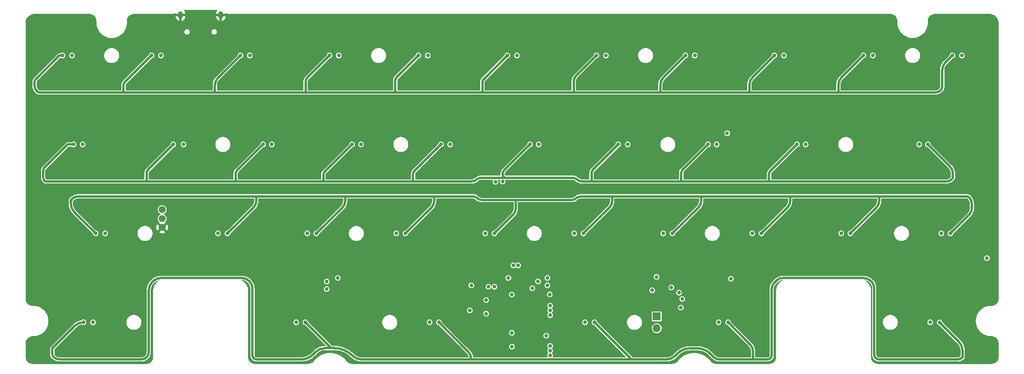
<source format=gbr>
%TF.GenerationSoftware,KiCad,Pcbnew,8.0.8*%
%TF.CreationDate,2025-03-01T19:11:54+01:00*%
%TF.ProjectId,travaulta WKL,74726176-6175-46c7-9461-20574b4c2e6b,rev?*%
%TF.SameCoordinates,Original*%
%TF.FileFunction,Copper,L2,Inr*%
%TF.FilePolarity,Positive*%
%FSLAX46Y46*%
G04 Gerber Fmt 4.6, Leading zero omitted, Abs format (unit mm)*
G04 Created by KiCad (PCBNEW 8.0.8) date 2025-03-01 19:11:54*
%MOMM*%
%LPD*%
G01*
G04 APERTURE LIST*
%TA.AperFunction,ComponentPad*%
%ADD10C,1.500000*%
%TD*%
%TA.AperFunction,ComponentPad*%
%ADD11R,1.700000X1.700000*%
%TD*%
%TA.AperFunction,ComponentPad*%
%ADD12O,1.700000X1.700000*%
%TD*%
%TA.AperFunction,ComponentPad*%
%ADD13O,1.000000X1.600000*%
%TD*%
%TA.AperFunction,ViaPad*%
%ADD14C,0.800000*%
%TD*%
%TA.AperFunction,Conductor*%
%ADD15C,0.500000*%
%TD*%
G04 APERTURE END LIST*
D10*
%TO.N,GND*%
%TO.C,J1*%
X74326714Y-93975000D03*
%TO.N,RGB*%
X74326714Y-92075000D03*
%TO.N,+5V*%
X74326714Y-90175000D03*
%TD*%
D11*
%TO.N,VBAT*%
%TO.C,SW38*%
X180181250Y-113025000D03*
D12*
%TO.N,BOOT0*%
X180181250Y-115565000D03*
%TD*%
D13*
%TO.N,GND*%
%TO.C,USB1*%
X78230000Y-48443750D03*
X86870000Y-48443750D03*
%TD*%
D14*
%TO.N,GND*%
X96681059Y-104725779D03*
X114300000Y-68278054D03*
X135638233Y-104424633D03*
X122292343Y-86296022D03*
X151003000Y-99314000D03*
X139250795Y-88412622D03*
X210525546Y-103806066D03*
X239712500Y-104775000D03*
X88940311Y-103911118D03*
X113506250Y-117475000D03*
X153834888Y-121069830D03*
X153987500Y-93059250D03*
X84617181Y-83073023D03*
X81280000Y-57277000D03*
X82550000Y-49999000D03*
X196359829Y-83116621D03*
X146685079Y-65962540D03*
X87249000Y-80010000D03*
X117475000Y-68262500D03*
X94884744Y-114250729D03*
X94253743Y-105454033D03*
X175418750Y-111125000D03*
X47117000Y-76200000D03*
X215664745Y-101760584D03*
X218126996Y-103858044D03*
X244475000Y-104775000D03*
X232187509Y-86321867D03*
X186531250Y-104366597D03*
X202414130Y-107184636D03*
X103187500Y-83125992D03*
X139269702Y-83220487D03*
X119027099Y-64169317D03*
X51593750Y-107950000D03*
X77430000Y-51094000D03*
X158623000Y-82423000D03*
X234216716Y-86307268D03*
X178593750Y-104324688D03*
X175451935Y-104317849D03*
X84595481Y-88265158D03*
X84198075Y-57286253D03*
X107950000Y-68278054D03*
X137621572Y-104395436D03*
X182499000Y-80010000D03*
X117445381Y-65971118D03*
X113284000Y-114300000D03*
X94884744Y-109488229D03*
X232181682Y-85070595D03*
X101290238Y-102836574D03*
X156464799Y-64146969D03*
X144653000Y-76200000D03*
X233867827Y-64186346D03*
X120296642Y-83089298D03*
X158623000Y-84455000D03*
X88926415Y-65964205D03*
X177006250Y-108743750D03*
X142113000Y-110617000D03*
X213758720Y-65997413D03*
X194539821Y-104317849D03*
X113506250Y-111125000D03*
X154940000Y-86995000D03*
X123031250Y-104410035D03*
X175816362Y-65997905D03*
X196320496Y-85086672D03*
X114300000Y-107950000D03*
X101155500Y-83125992D03*
X228234475Y-102096352D03*
X173101000Y-95250000D03*
X208313856Y-103762270D03*
X141859000Y-80010000D03*
X150971210Y-89699174D03*
X121059099Y-64169317D03*
X152584000Y-112903000D03*
X82585181Y-83073023D03*
X144374097Y-116215501D03*
X158753070Y-104320989D03*
X137901311Y-64231533D03*
X63156734Y-86285172D03*
X47371000Y-50800000D03*
X156928922Y-103265359D03*
X82566274Y-88265158D03*
X121095883Y-65974574D03*
X208354018Y-101320296D03*
X192539949Y-102088341D03*
X148844000Y-86995079D03*
X101308819Y-104740377D03*
X234950000Y-61087000D03*
X60075298Y-64176230D03*
X215275605Y-85030152D03*
X160918079Y-102299291D03*
X177839421Y-64193631D03*
X139700000Y-57150000D03*
X206235802Y-103784623D03*
X153987500Y-100806250D03*
X99867728Y-65952852D03*
X88900000Y-68262500D03*
X248723591Y-102754966D03*
X138112500Y-107950000D03*
X215781779Y-64193139D03*
X183356250Y-120650000D03*
X217310639Y-86266825D03*
X65200540Y-88255984D03*
X190232918Y-104293450D03*
X120257309Y-85059349D03*
X153987500Y-102393750D03*
X158750000Y-57150000D03*
X99815881Y-64231533D03*
X111125000Y-65960003D03*
X82551675Y-86294346D03*
X142081250Y-106362500D03*
X142081250Y-107950000D03*
X246856250Y-107950000D03*
X232568750Y-102393750D03*
X232221015Y-83100544D03*
X101121994Y-86347315D03*
X156972000Y-86995000D03*
X197035308Y-64193631D03*
X217346938Y-83060101D03*
X120650000Y-107955425D03*
X54768750Y-101600000D03*
X98943844Y-107338930D03*
X215900000Y-57150000D03*
X127793750Y-107950000D03*
X197044249Y-65997905D03*
X141265403Y-86427211D03*
X153035000Y-86995000D03*
X146812000Y-86995000D03*
X106389136Y-104784173D03*
X114272348Y-65964205D03*
X196850000Y-57150000D03*
X239734595Y-102760391D03*
X106426000Y-76200000D03*
X98422526Y-65950379D03*
X70258761Y-108749174D03*
X123825000Y-65951243D03*
X227806250Y-120650000D03*
X153987500Y-91281250D03*
X143668750Y-104344178D03*
X159004000Y-110744000D03*
X156972000Y-84455000D03*
X157861000Y-85725000D03*
X122328642Y-83089298D03*
X78607665Y-65964205D03*
X144653000Y-72517000D03*
X125349000Y-80010000D03*
X146559275Y-69986416D03*
X234213682Y-85070595D03*
X233876768Y-65990620D03*
X120709967Y-104380837D03*
X106432932Y-107222141D03*
X179168520Y-86356192D03*
X177800000Y-53213000D03*
X82189797Y-64153271D03*
X251079000Y-50800000D03*
X85751415Y-65964205D03*
X127000000Y-68309162D03*
X179165486Y-85119519D03*
X114183211Y-104585218D03*
X226218750Y-101600000D03*
X217325238Y-88252236D03*
X92075000Y-68262500D03*
X122306942Y-88281433D03*
X173573173Y-104293450D03*
X223547995Y-101848176D03*
X134874000Y-95250000D03*
X248701496Y-104769575D03*
X227806250Y-114300000D03*
X183356250Y-110331250D03*
X120277735Y-88281433D03*
X230187500Y-102393750D03*
X123031250Y-117475000D03*
X92075000Y-65964205D03*
X51435000Y-95250000D03*
X96774000Y-95250000D03*
X251206000Y-63500000D03*
X140493750Y-104333809D03*
X215281432Y-86281424D03*
X80962500Y-60071000D03*
X231844768Y-65990620D03*
X198391829Y-83116621D03*
X98900048Y-104754976D03*
X227806250Y-107950000D03*
X91599229Y-101561070D03*
X217307605Y-85030152D03*
X244094000Y-69723000D03*
X158496799Y-64146969D03*
X171170882Y-120668224D03*
X82545848Y-85043074D03*
X70380974Y-114234306D03*
X184943750Y-117475000D03*
X130175000Y-68309162D03*
X160911418Y-104281020D03*
X164306250Y-104289692D03*
X98425000Y-68262500D03*
X95250000Y-68262500D03*
X103936569Y-104827969D03*
X49530000Y-69850000D03*
X60116776Y-66008155D03*
X132471848Y-104419208D03*
X220886133Y-103858044D03*
X148844000Y-82296000D03*
X101847881Y-64231533D03*
X63171333Y-88255984D03*
X87249000Y-72644000D03*
X70643750Y-91281250D03*
X127000000Y-65951243D03*
X234950000Y-104775000D03*
X210565708Y-101364092D03*
X75692000Y-48895000D03*
X120650000Y-117475000D03*
X143083129Y-86703106D03*
X177848362Y-65997905D03*
X200037961Y-104339926D03*
X179183119Y-88341603D03*
X133383834Y-65953835D03*
X139933311Y-64231533D03*
X83568550Y-101824404D03*
X120650000Y-111125000D03*
X179387500Y-119856250D03*
X215314938Y-83060101D03*
X198063398Y-104339926D03*
X150876000Y-84455000D03*
X84577848Y-85043074D03*
X126525678Y-120534355D03*
X65182907Y-85033900D03*
X111125000Y-68278054D03*
X96666461Y-107309733D03*
X198029931Y-107050767D03*
X85725000Y-68262500D03*
X175807421Y-64193631D03*
X123825000Y-68309162D03*
X136525000Y-68262500D03*
X192561494Y-104301005D03*
X227806250Y-104775000D03*
X203200000Y-114300000D03*
X175418750Y-107530039D03*
X246856250Y-119856250D03*
X246878345Y-102760391D03*
X95250000Y-65964205D03*
X125412500Y-107950000D03*
X103148167Y-85096043D03*
X150876000Y-87009677D03*
X71661345Y-103815799D03*
X182499000Y-72390000D03*
X86311676Y-103889220D03*
X109064523Y-103037765D03*
X141224000Y-82677000D03*
X237331250Y-104775000D03*
X200238764Y-107151169D03*
X120263136Y-86310621D03*
X246856250Y-104775000D03*
X226176141Y-103893658D03*
X139236196Y-86441810D03*
X202406250Y-103187500D03*
X232568750Y-104775000D03*
X101899728Y-65952852D03*
X152781000Y-84455000D03*
X133350000Y-68309162D03*
X73739399Y-103793446D03*
X161131250Y-107950000D03*
X101411009Y-107222141D03*
X123848305Y-120534355D03*
X177172819Y-83149468D03*
X119063883Y-65974574D03*
X175418750Y-117475000D03*
X232202108Y-88292679D03*
X198352496Y-85086672D03*
X141224000Y-88519000D03*
X81075201Y-103881038D03*
X215296031Y-88252236D03*
X234950000Y-102393750D03*
X234253015Y-83100544D03*
X120650000Y-114300000D03*
X115824000Y-99314000D03*
X242115845Y-102760391D03*
X160654407Y-87046427D03*
X203200000Y-110331250D03*
X65185941Y-86270573D03*
X137872571Y-65974082D03*
X179387500Y-118268750D03*
X144653079Y-65962540D03*
X141859000Y-72517000D03*
X177133486Y-85119519D03*
X156473740Y-65951243D03*
X130175000Y-104413054D03*
X160655000Y-84455000D03*
X68453000Y-76200000D03*
X201676000Y-76200000D03*
X252412500Y-57150000D03*
X154940000Y-84455000D03*
X146681488Y-64206158D03*
X192024000Y-91313000D03*
X170583240Y-107583554D03*
X138112500Y-120650000D03*
X231835827Y-64186346D03*
X120650000Y-53213000D03*
X77851000Y-95250000D03*
X157162500Y-89693750D03*
X224282000Y-80137000D03*
X70358000Y-105664000D03*
X170676988Y-104308377D03*
X115824000Y-91313000D03*
X146793645Y-104323439D03*
X94884744Y-120600729D03*
X177800000Y-120601289D03*
X147066000Y-107315000D03*
X244497095Y-102760391D03*
X70643750Y-99218750D03*
X70258761Y-120655424D03*
X120650000Y-60960000D03*
X198370129Y-88308756D03*
X121126329Y-68333618D03*
X123031250Y-107950000D03*
X153321343Y-104242074D03*
X91601684Y-103924834D03*
X242093750Y-104775000D03*
X195892007Y-102087464D03*
X158505740Y-65951243D03*
X125412500Y-104424633D03*
X130175000Y-65951243D03*
X213749779Y-64193139D03*
X183356250Y-118268750D03*
X69494010Y-103866335D03*
X144653000Y-67691000D03*
X229235000Y-95250000D03*
X141807427Y-69986416D03*
X196340922Y-88308756D03*
X122289309Y-85059349D03*
X148814813Y-120969428D03*
X65659000Y-76200000D03*
X147896567Y-109273002D03*
X62148776Y-66008155D03*
X101600000Y-57150000D03*
X153987500Y-99218750D03*
X78581250Y-68262500D03*
X95250000Y-103187500D03*
X103937454Y-102919300D03*
X63190240Y-83063849D03*
X119856250Y-109537500D03*
X103165800Y-88318127D03*
X204355226Y-105477810D03*
X144632258Y-70008314D03*
X243967000Y-85725000D03*
X139904571Y-65974082D03*
X158622407Y-87046427D03*
X154781250Y-103961226D03*
X89408000Y-48895000D03*
X224282000Y-72390000D03*
X93662500Y-101600000D03*
X125349000Y-72517000D03*
X75914406Y-102336472D03*
X139230369Y-85190538D03*
X83552539Y-103889220D03*
X160655000Y-82423000D03*
X195003308Y-64193631D03*
X184943750Y-114300000D03*
X157162500Y-99314000D03*
X179204819Y-83149468D03*
X177139313Y-86370791D03*
X75951089Y-103837242D03*
X101911437Y-68262500D03*
X175418750Y-120567822D03*
X192625972Y-107021113D03*
X215649658Y-103849862D03*
X104775000Y-65960003D03*
X163576000Y-76200000D03*
X195012249Y-65997905D03*
X111531688Y-103066962D03*
X71700833Y-102228857D03*
X144907000Y-86995000D03*
X158750000Y-107950000D03*
X198355530Y-86323345D03*
X81067320Y-101785474D03*
X106404619Y-102948497D03*
X144652281Y-64206158D03*
X144653000Y-82296000D03*
X144653000Y-80010000D03*
X251079000Y-95123000D03*
X148209000Y-101981000D03*
X107936174Y-65943466D03*
X65222240Y-83063849D03*
X98806000Y-50800000D03*
X211201000Y-95250000D03*
X146685000Y-72517000D03*
X230187500Y-104775000D03*
X173617597Y-107561243D03*
X84580882Y-86279747D03*
X167481250Y-104289692D03*
X62107298Y-64176230D03*
X78581250Y-63500000D03*
X146685000Y-80010000D03*
X196326323Y-86337944D03*
X250825000Y-87312500D03*
X120903194Y-120567822D03*
X190240765Y-102103407D03*
X101136593Y-88318127D03*
X103151201Y-86332716D03*
X127793750Y-104424633D03*
X213131398Y-103827964D03*
X161544000Y-85725000D03*
X63150907Y-85033900D03*
X203200000Y-120650000D03*
X141262369Y-85190538D03*
X141287500Y-120650000D03*
X101116167Y-85096043D03*
X153987500Y-89503250D03*
X84137500Y-68262500D03*
X206275964Y-101342649D03*
X177153912Y-88341603D03*
X189706250Y-107950000D03*
X87312500Y-63500000D03*
X213591743Y-101731387D03*
X104775000Y-68278054D03*
X118067619Y-104395436D03*
X223514768Y-103879942D03*
X78556941Y-103859140D03*
X237353345Y-102760391D03*
X136558834Y-65953835D03*
X148844000Y-84455000D03*
X227965000Y-76200000D03*
X183356250Y-104370593D03*
X158632093Y-88982166D03*
X73764104Y-102267787D03*
X246062500Y-76200000D03*
X146685000Y-67691000D03*
X177800000Y-60960000D03*
X215790720Y-65997413D03*
X139953601Y-68350091D03*
X87653038Y-51101306D03*
X84074000Y-69850000D03*
X151425252Y-121036363D03*
X184943750Y-106362500D03*
%TO.N,APLEX_OUT_PIN_0*%
X156787000Y-106362500D03*
X156787000Y-104775000D03*
X148431250Y-104775000D03*
X140493750Y-106362500D03*
X140168917Y-111725196D03*
X184943750Y-107950000D03*
%TO.N,ROW0*%
X243459000Y-57150000D03*
X110109000Y-57150000D03*
X186309000Y-57150000D03*
X148209000Y-57150000D03*
X167259000Y-57150000D03*
X224409000Y-57150000D03*
X129159000Y-57150000D03*
X72009000Y-57150000D03*
X52959000Y-57150000D03*
X91059000Y-57150000D03*
X145671499Y-84193250D03*
X149495497Y-102108000D03*
X205359000Y-57150000D03*
%TO.N,ROW1*%
X55372000Y-76200000D03*
X191135000Y-76200000D03*
X133985000Y-76200000D03*
X76708000Y-76200000D03*
X153035000Y-76200000D03*
X210185000Y-76200000D03*
X171958000Y-76200000D03*
X114935000Y-76200000D03*
X150495000Y-102108000D03*
X238252000Y-76200000D03*
X147189791Y-84150476D03*
X95885000Y-76200000D03*
%TO.N,VBAT*%
X149155000Y-108331000D03*
X180168284Y-104576503D03*
X149158000Y-116524000D03*
X153545858Y-106982709D03*
X156556000Y-117129000D03*
X149189578Y-119489093D03*
X157291782Y-108302925D03*
X111918750Y-104775000D03*
X154781250Y-105533209D03*
%TO.N,COL0*%
X59531250Y-114300000D03*
X62103000Y-95250000D03*
X54991000Y-57150000D03*
X57277000Y-76200000D03*
%TO.N,COL1*%
X74041000Y-57150000D03*
X109537500Y-107156250D03*
X109537500Y-105568750D03*
X86233000Y-95250000D03*
X78867000Y-76200000D03*
%TO.N,COL2*%
X103005828Y-114300000D03*
X93075000Y-57150000D03*
X105362500Y-95250000D03*
X97790000Y-76200000D03*
%TO.N,COL3*%
X124412500Y-95250000D03*
X116887500Y-76200000D03*
X131555000Y-114300000D03*
X112125000Y-57150000D03*
%TO.N,COL4*%
X143462500Y-95250000D03*
X135937500Y-76200000D03*
X131175000Y-57150000D03*
%TO.N,COL5*%
X150241000Y-57150000D03*
X162512500Y-95250000D03*
X164846000Y-114300000D03*
X154940000Y-76200000D03*
%TO.N,COL6*%
X169291000Y-57150000D03*
X173990000Y-76200000D03*
X181562500Y-95250000D03*
X183324719Y-106823574D03*
X179237160Y-107440416D03*
%TO.N,COL7*%
X188325000Y-57150000D03*
X195262500Y-73818750D03*
X200612500Y-95250000D03*
X193421000Y-114300000D03*
X193040000Y-76200000D03*
%TO.N,COL8*%
X207391000Y-57150000D03*
X196056250Y-104952200D03*
X219662500Y-95250000D03*
X185352690Y-111125000D03*
X212090000Y-76200000D03*
%TO.N,COL9*%
X241095000Y-95250000D03*
X226441000Y-57150000D03*
X236347000Y-76200000D03*
X238714369Y-114292898D03*
%TO.N,ROW2*%
X164512500Y-95250000D03*
X221662500Y-95250000D03*
X126412500Y-95250000D03*
X243078000Y-95250000D03*
X202612500Y-95250000D03*
X107362500Y-95250000D03*
X145462500Y-95250000D03*
X60071000Y-95250000D03*
X88312500Y-95250000D03*
X183562500Y-95250000D03*
%TO.N,ROW3*%
X144157368Y-106657415D03*
X143668750Y-109537500D03*
X195453000Y-114300000D03*
X105004216Y-114293511D03*
X166878000Y-114300000D03*
X133555000Y-114300000D03*
X240745252Y-114314598D03*
X57470051Y-114280535D03*
%TO.N,AMUX_SEL_2*%
X157348680Y-121365408D03*
X157353000Y-110744000D03*
%TO.N,AMUX_SEL_1*%
X157357299Y-111755701D03*
X157364941Y-120356364D03*
%TO.N,AMUX_SEL_0*%
X157353500Y-119342500D03*
X157353000Y-112776000D03*
%TO.N,APLEX_EN_PIN_1*%
X185642929Y-109271580D03*
X145415000Y-106680000D03*
%TO.N,RGB*%
X143647122Y-112448643D03*
%TO.N,COL10*%
X245491000Y-57150000D03*
X250878697Y-100530160D03*
%TD*%
D15*
%TO.N,ROW0*%
X105029000Y-65016873D02*
X105029000Y-62836167D01*
X200025000Y-65087500D02*
X200025000Y-63449377D01*
X219075000Y-65087500D02*
X200025000Y-65087500D01*
X85725000Y-65087500D02*
X85613875Y-64976375D01*
X48158100Y-65087500D02*
X66078529Y-65087500D01*
X47147154Y-62326845D02*
X52324000Y-57150000D01*
X200025000Y-65087500D02*
X180975000Y-65087500D01*
X219075000Y-65087500D02*
X239712500Y-65087500D01*
X86253718Y-61955282D02*
X91059000Y-57150000D01*
X142875000Y-65087500D02*
X124204966Y-65087500D01*
X241300000Y-63964968D02*
X241300000Y-60274377D01*
X219075000Y-65087500D02*
X219075000Y-63449377D01*
X143032154Y-62326845D02*
X148209000Y-57150000D01*
X124204966Y-65087500D02*
X124206000Y-65086466D01*
X52324000Y-57150000D02*
X52959000Y-57150000D01*
X124206000Y-65086466D02*
X124206000Y-62529562D01*
X162949365Y-61459636D02*
X163401375Y-61007625D01*
X66040000Y-65048971D02*
X66078529Y-65087500D01*
X180975000Y-65087500D02*
X180975000Y-63449377D01*
X66040000Y-63500000D02*
X66040000Y-65048971D01*
X181657625Y-61801375D02*
X186309000Y-57150000D01*
X162433000Y-62706250D02*
X162433000Y-65027535D01*
X46990000Y-63500000D02*
X46990000Y-62706250D01*
X66309408Y-62849593D02*
X72009000Y-57150000D01*
X124204966Y-65087500D02*
X105099627Y-65087500D01*
X85613875Y-64976375D02*
X85613875Y-63500000D01*
X241982625Y-58626375D02*
X243459000Y-57150000D01*
X200707625Y-61801375D02*
X205359000Y-57150000D01*
X142875000Y-62706250D02*
X142875000Y-65087500D01*
X167259000Y-57150000D02*
X163401375Y-61007625D01*
X105457625Y-61801375D02*
X110109000Y-57150000D01*
X66078529Y-65087500D02*
X85725000Y-65087500D01*
X162373035Y-65087500D02*
X142875000Y-65087500D01*
X105099627Y-65087500D02*
X105029000Y-65016873D01*
X162433000Y-65027535D02*
X162373035Y-65087500D01*
X219757625Y-61801375D02*
X224409000Y-57150000D01*
X105099627Y-65087500D02*
X85725000Y-65087500D01*
X180975000Y-65087500D02*
X162373035Y-65087500D01*
X124507625Y-61801375D02*
X129159000Y-57150000D01*
X46990000Y-62706250D02*
G75*
G02*
X47147171Y-62326862I536600J-50D01*
G01*
X241300000Y-60274377D02*
G75*
G02*
X241982642Y-58626392I2330600J-23D01*
G01*
X180975000Y-63449377D02*
G75*
G02*
X181657642Y-61801392I2330600J-23D01*
G01*
X162433000Y-62706250D02*
G75*
G02*
X162949335Y-61459606I1763000J50D01*
G01*
X66040000Y-63500000D02*
G75*
G02*
X66309411Y-62849596I919800J0D01*
G01*
X239712500Y-65087500D02*
G75*
G03*
X241067520Y-64526238I0J1916300D01*
G01*
X200025000Y-63449377D02*
G75*
G02*
X200707642Y-61801392I2330600J-23D01*
G01*
X47541829Y-64832232D02*
G75*
G03*
X48158100Y-65087511I616271J616232D01*
G01*
X142875000Y-62706250D02*
G75*
G02*
X143032171Y-62326862I536600J-50D01*
G01*
X47541829Y-64832232D02*
G75*
G02*
X46990012Y-63500000I1332271J1332232D01*
G01*
X105029000Y-62836167D02*
G75*
G02*
X105457645Y-61801395I1463400J-33D01*
G01*
X85613875Y-63500000D02*
G75*
G02*
X86253726Y-61955290I2184525J0D01*
G01*
X219075000Y-63449377D02*
G75*
G02*
X219757642Y-61801392I2330600J-23D01*
G01*
X124206000Y-62529562D02*
G75*
G02*
X124507646Y-61801396I1029800J-38D01*
G01*
X241067516Y-64526234D02*
G75*
G03*
X241299963Y-63964968I-561316J561234D01*
G01*
%TO.N,ROW1*%
X49212500Y-84020665D02*
X49040744Y-83848909D01*
X204311566Y-84137500D02*
X242093750Y-84137500D01*
X142375354Y-83343750D02*
X147637500Y-83343750D01*
X242951000Y-80899000D02*
X238252000Y-76200000D01*
X90138914Y-84137500D02*
X90043000Y-84041586D01*
X166299158Y-84137500D02*
X166243000Y-84081342D01*
X71065829Y-84137500D02*
X90138914Y-84137500D01*
X90043000Y-84041586D02*
X90043000Y-82550000D01*
X128016000Y-84126173D02*
X128027327Y-84137500D01*
X147637500Y-83343750D02*
X162424645Y-83343750D01*
X128016000Y-82550000D02*
X128016000Y-84126173D01*
X70993000Y-84064671D02*
X70993000Y-82341562D01*
X71294625Y-81613375D02*
X76708000Y-76200000D01*
X166299158Y-84137500D02*
X185453222Y-84137500D01*
X243586000Y-83244922D02*
X243586000Y-82432025D01*
X109018605Y-82116395D02*
X114935000Y-76200000D01*
X204485408Y-81899593D02*
X210185000Y-76200000D01*
X109022879Y-84137500D02*
X128027327Y-84137500D01*
X90402210Y-81682790D02*
X95885000Y-76200000D01*
X54102000Y-76200000D02*
X55372000Y-76200000D01*
X128285408Y-81899593D02*
X133985000Y-76200000D01*
X109022879Y-84137500D02*
X108839000Y-83953621D01*
X164340927Y-84137500D02*
X166299158Y-84137500D01*
X204216000Y-84041934D02*
X204311566Y-84137500D01*
X185658125Y-81676875D02*
X191135000Y-76200000D01*
X49033556Y-81268444D02*
X54102000Y-76200000D01*
X166544625Y-81613375D02*
X171958000Y-76200000D01*
X185453222Y-84137500D02*
X204311566Y-84137500D01*
X185420000Y-84104278D02*
X185420000Y-82251759D01*
X204216000Y-82550000D02*
X204216000Y-84041934D01*
X166243000Y-84081342D02*
X166243000Y-82341562D01*
X108839000Y-83953621D02*
X108839000Y-82550000D01*
X185453222Y-84137500D02*
X185420000Y-84104278D01*
X71065829Y-84137500D02*
X70993000Y-84064671D01*
X48831500Y-83343750D02*
X48831500Y-81756250D01*
X147552210Y-81682790D02*
X153035000Y-76200000D01*
X71065829Y-84137500D02*
X49494564Y-84137500D01*
X147637500Y-83343750D02*
X147439958Y-83146208D01*
X90138914Y-84137500D02*
X109022879Y-84137500D01*
X128027327Y-84137500D02*
X140459073Y-84137500D01*
X162424645Y-83343750D02*
G75*
G02*
X162926695Y-83551733I-45J-710050D01*
G01*
X204216000Y-82550000D02*
G75*
G02*
X204485411Y-81899596I919800J0D01*
G01*
X242093750Y-84137500D02*
G75*
G03*
X243448795Y-83576263I50J1916300D01*
G01*
X141873287Y-83551713D02*
G75*
G02*
X142375354Y-83343723I502113J-502087D01*
G01*
X243586000Y-82432025D02*
G75*
G03*
X242951008Y-80898992I-2168000J25D01*
G01*
X70993000Y-82341562D02*
G75*
G02*
X71294646Y-81613396I1029800J-38D01*
G01*
X243448766Y-83576234D02*
G75*
G03*
X243586029Y-83244922I-331266J331334D01*
G01*
X162926714Y-83551714D02*
G75*
G03*
X164340927Y-84137481I1414186J1414214D01*
G01*
X49494564Y-84137500D02*
G75*
G02*
X49212518Y-84020647I36J398900D01*
G01*
X90043000Y-82550000D02*
G75*
G02*
X90402214Y-81682794I1226400J0D01*
G01*
X147193000Y-82550000D02*
G75*
G02*
X147552214Y-81682794I1226400J0D01*
G01*
X147439958Y-83146208D02*
G75*
G02*
X147193011Y-82550000I596242J596208D01*
G01*
X108839000Y-82550000D02*
G75*
G02*
X109018607Y-82116397I613200J0D01*
G01*
X48831500Y-81756250D02*
G75*
G02*
X49033573Y-81268461I689900J-50D01*
G01*
X166243000Y-82341562D02*
G75*
G02*
X166544646Y-81613396I1029800J-38D01*
G01*
X140459073Y-84137500D02*
G75*
G03*
X141873301Y-83551727I27J2000000D01*
G01*
X185420000Y-82251759D02*
G75*
G02*
X185658147Y-81676897I813000J-41D01*
G01*
X49040744Y-83848909D02*
G75*
G02*
X48831535Y-83343750I505156J505109D01*
G01*
X128016000Y-82550000D02*
G75*
G02*
X128285411Y-81899596I919800J0D01*
G01*
%TO.N,ROW2*%
X54768750Y-88325573D02*
X54768750Y-88106250D01*
X60071000Y-95250000D02*
X56229250Y-91408250D01*
X221662500Y-95250000D02*
X227220464Y-89692036D01*
X150018750Y-89865323D02*
X150018750Y-88106250D01*
X227806250Y-87312500D02*
X246562145Y-87312500D01*
X88312500Y-95250000D02*
X93870464Y-89692036D01*
X247064213Y-91263787D02*
X243078000Y-95250000D01*
X126412500Y-95250000D02*
X131970464Y-89692036D01*
X164063223Y-87312500D02*
X170656250Y-87312500D01*
X113506250Y-87312500D02*
X132556250Y-87312500D01*
X150018750Y-88106250D02*
X142875000Y-88106250D01*
X107362500Y-95250000D02*
X112920464Y-89692036D01*
X247650000Y-88934676D02*
X247650000Y-89728427D01*
X56390927Y-87312500D02*
X94456250Y-87312500D01*
X183562500Y-95250000D02*
X189120464Y-89692036D01*
X227806250Y-88277823D02*
X227806250Y-87312500D01*
X202612500Y-95250000D02*
X208170464Y-89692036D01*
X170656250Y-88277823D02*
X170656250Y-87312500D01*
X113506250Y-88277823D02*
X113506250Y-87312500D01*
X54768750Y-88900000D02*
X54768750Y-88400355D01*
X208756250Y-88277823D02*
X208756250Y-87312500D01*
X170656250Y-87312500D02*
X189706250Y-87312500D01*
X140958718Y-87312500D02*
X132556250Y-87312500D01*
X94456250Y-88277823D02*
X94456250Y-87312500D01*
X132556250Y-88277823D02*
X132556250Y-87312500D01*
X189706250Y-88277823D02*
X189706250Y-87312500D01*
X94456250Y-87312500D02*
X113506250Y-87312500D01*
X145462500Y-95250000D02*
X149432964Y-91279536D01*
X56229250Y-91408250D02*
X55509622Y-90688622D01*
X189706250Y-87312500D02*
X208756250Y-87312500D01*
X247650000Y-89728427D02*
X247650000Y-89849573D01*
X54768750Y-88106250D02*
X54976714Y-87898286D01*
X164512500Y-95250000D02*
X170070464Y-89692036D01*
X150018750Y-88106250D02*
X162146942Y-88106250D01*
X208756250Y-87312500D02*
X227806250Y-87312500D01*
X247064214Y-87520464D02*
G75*
G02*
X247650016Y-88934676I-1414214J-1414236D01*
G01*
X208170464Y-89692036D02*
G75*
G03*
X208756281Y-88277823I-1414164J1414236D01*
G01*
X54768750Y-88400355D02*
G75*
G02*
X54976733Y-87898305I710050J-45D01*
G01*
X247650000Y-89849573D02*
G75*
G02*
X247064227Y-91263801I-2000000J-27D01*
G01*
X162685975Y-87882975D02*
G75*
G02*
X164063223Y-87312510I1377225J-1377225D01*
G01*
X246562145Y-87312500D02*
G75*
G02*
X247064185Y-87520493I-45J-710000D01*
G01*
X162146942Y-88106250D02*
G75*
G03*
X162685963Y-87882963I-42J762350D01*
G01*
X93870464Y-89692036D02*
G75*
G03*
X94456281Y-88277823I-1414164J1414236D01*
G01*
X131970464Y-89692036D02*
G75*
G03*
X132556281Y-88277823I-1414164J1414236D01*
G01*
X55509622Y-90688622D02*
G75*
G02*
X54768738Y-88900000I1788578J1788622D01*
G01*
X142875000Y-88106250D02*
G75*
G02*
X141519991Y-87544977I0J1916250D01*
G01*
X227220464Y-89692036D02*
G75*
G03*
X227806281Y-88277823I-1414164J1414236D01*
G01*
X189120464Y-89692036D02*
G75*
G03*
X189706281Y-88277823I-1414164J1414236D01*
G01*
X170070464Y-89692036D02*
G75*
G03*
X170656281Y-88277823I-1414164J1414236D01*
G01*
X112920464Y-89692036D02*
G75*
G03*
X113506281Y-88277823I-1414164J1414236D01*
G01*
X150018750Y-89865323D02*
G75*
G02*
X149432942Y-91279514I-1999950J23D01*
G01*
X141519984Y-87544984D02*
G75*
G03*
X140958718Y-87312502I-561284J-561316D01*
G01*
X54976714Y-87898286D02*
G75*
G02*
X56390927Y-87312519I1414186J-1414214D01*
G01*
%TO.N,ROW3*%
X140493750Y-122237500D02*
X117010032Y-122237500D01*
X71437500Y-120650000D02*
X71437500Y-107519198D01*
X111124957Y-119808508D02*
X109187791Y-119808508D01*
X111145884Y-119808490D02*
X111125000Y-119808490D01*
X133555000Y-114300000D02*
X139787527Y-120532527D01*
X93662500Y-107112363D02*
X93662500Y-121443750D01*
X52387500Y-122237500D02*
X69850043Y-122237500D01*
X94456250Y-122237500D02*
X103981250Y-122237500D01*
X193675000Y-122237500D02*
X200818750Y-122237500D01*
X166878000Y-114300000D02*
X174490296Y-121912296D01*
X191622532Y-120978782D02*
X192319984Y-121676234D01*
X195453000Y-114300000D02*
X200152000Y-118999000D01*
X184150000Y-121443750D02*
X184614968Y-120978782D01*
X55601902Y-115054347D02*
X50800000Y-119856250D01*
X245694488Y-120555291D02*
X245694488Y-121751663D01*
X107156250Y-120650000D02*
X106691282Y-121114968D01*
X104980000Y-114300000D02*
X104997727Y-114300000D01*
X204787500Y-107190927D02*
X204787500Y-121443750D01*
X240745252Y-114314598D02*
X244781290Y-118350637D01*
X226716878Y-121137872D02*
X226716878Y-106839635D01*
X140493750Y-122237500D02*
X174625000Y-122237500D01*
X224234171Y-104775000D02*
X207168750Y-104775000D01*
X187325000Y-119856250D02*
X188912500Y-119856250D01*
X104997727Y-114300000D02*
X105004216Y-114293511D01*
X74181698Y-104775000D02*
X91325137Y-104775000D01*
X50800000Y-119856250D02*
X50800000Y-121114968D01*
X203993750Y-122237500D02*
X200818750Y-122237500D01*
X244521574Y-122237500D02*
X227816506Y-122237500D01*
X200818750Y-120608676D02*
X200818750Y-122237500D01*
X174625000Y-122237500D02*
X182233680Y-122237500D01*
X205813734Y-105336266D02*
X205373286Y-105776714D01*
X104980000Y-114300000D02*
X110433750Y-119753750D01*
X117010032Y-122237500D02*
G75*
G02*
X115093741Y-121443759I-32J2710000D01*
G01*
X51032484Y-121676234D02*
G75*
G03*
X52387500Y-122237495I1355016J1355034D01*
G01*
X69850043Y-122237500D02*
G75*
G03*
X71437500Y-120650000I-43J1587500D01*
G01*
X57470051Y-114280535D02*
G75*
G03*
X55601876Y-115054321I-51J-2641965D01*
G01*
X227816506Y-122237500D02*
G75*
G02*
X226716900Y-121137872I-6J1099600D01*
G01*
X106691282Y-121114968D02*
G75*
G02*
X103981250Y-122237525I-2710082J2710068D01*
G01*
X184614968Y-120978782D02*
G75*
G02*
X187325000Y-119856246I2710032J-2710018D01*
G01*
X226198746Y-105588754D02*
G75*
G03*
X224234171Y-104775012I-1964546J-1964546D01*
G01*
X139787527Y-120532527D02*
G75*
G02*
X140493734Y-122237500I-1705027J-1704973D01*
G01*
X71437500Y-107519198D02*
G75*
G02*
X72241258Y-105578758I2744200J-2D01*
G01*
X50800000Y-121114968D02*
G75*
G03*
X51032478Y-121676240I793700J-32D01*
G01*
X244781290Y-118350637D02*
G75*
G02*
X245694483Y-120555291I-2204690J-2204663D01*
G01*
X204787500Y-121443750D02*
G75*
G02*
X203993750Y-122237500I-793800J50D01*
G01*
X182233680Y-122237500D02*
G75*
G03*
X184149965Y-121443753I20J2710000D01*
G01*
X200152000Y-118999000D02*
G75*
G02*
X200818760Y-120608676I-1609700J-1609700D01*
G01*
X226716878Y-106839635D02*
G75*
G03*
X226198756Y-105588744I-1768978J35D01*
G01*
X192319984Y-121676234D02*
G75*
G03*
X193675000Y-122237495I1355016J1355034D01*
G01*
X72241257Y-105578757D02*
G75*
G02*
X74181698Y-104774999I1940443J-1940443D01*
G01*
X245694488Y-121751663D02*
G75*
G02*
X244521574Y-122237496I-1172888J1172863D01*
G01*
X188912500Y-119856250D02*
G75*
G02*
X191622529Y-120978785I0J-3832550D01*
G01*
X92977902Y-105459598D02*
G75*
G02*
X93662515Y-107112363I-1652802J-1652802D01*
G01*
X109187791Y-119808508D02*
G75*
G03*
X107156263Y-120650013I9J-2872992D01*
G01*
X115093750Y-121443750D02*
G75*
G03*
X111145884Y-119808497I-3947850J-3947850D01*
G01*
X174490296Y-121912296D02*
G75*
G02*
X174625002Y-122237500I-325196J-325204D01*
G01*
X93662500Y-121443750D02*
G75*
G03*
X94456250Y-122237500I793800J50D01*
G01*
X207168750Y-104775000D02*
G75*
G03*
X205813705Y-105336237I-50J-1916300D01*
G01*
X111125000Y-119808490D02*
X111124992Y-119808490D01*
X111124984Y-119808489D01*
X111124977Y-119808487D01*
X111124969Y-119808485D01*
X111124967Y-119808484D01*
X91325137Y-104775000D02*
G75*
G02*
X92977891Y-105459609I-37J-2337400D01*
G01*
X205373286Y-105776714D02*
G75*
G03*
X204787519Y-107190927I1414214J-1414186D01*
G01*
%TD*%
%TA.AperFunction,Conductor*%
%TO.N,GND*%
G36*
X86163487Y-47408190D02*
G01*
X86166914Y-47416463D01*
X86163487Y-47424736D01*
X86087037Y-47501184D01*
X86087034Y-47501188D01*
X85976725Y-47666276D01*
X85976721Y-47666284D01*
X85900737Y-47849726D01*
X85862000Y-48044471D01*
X85862000Y-48189750D01*
X86570000Y-48189750D01*
X86570000Y-48697750D01*
X85862000Y-48697750D01*
X85862000Y-48843028D01*
X85900737Y-49037773D01*
X85976721Y-49221215D01*
X85976725Y-49221223D01*
X86087034Y-49386311D01*
X86087037Y-49386315D01*
X86227434Y-49526712D01*
X86227438Y-49526715D01*
X86392526Y-49637024D01*
X86392534Y-49637028D01*
X86575976Y-49713012D01*
X86616000Y-49720974D01*
X86616000Y-48903810D01*
X86629940Y-48927955D01*
X86685795Y-48983810D01*
X86754204Y-49023306D01*
X86830504Y-49043750D01*
X86909496Y-49043750D01*
X86985796Y-49023306D01*
X87054205Y-48983810D01*
X87110060Y-48927955D01*
X87124000Y-48903810D01*
X87124000Y-49720973D01*
X87164023Y-49713012D01*
X87347465Y-49637028D01*
X87347473Y-49637024D01*
X87512561Y-49526715D01*
X87512565Y-49526712D01*
X87652962Y-49386315D01*
X87652965Y-49386311D01*
X87763274Y-49221223D01*
X87763278Y-49221215D01*
X87839262Y-49037773D01*
X87878000Y-48843028D01*
X87878000Y-48697750D01*
X87170000Y-48697750D01*
X87170000Y-48189750D01*
X87878000Y-48189750D01*
X87878000Y-48044470D01*
X87874077Y-48024748D01*
X87875824Y-48015966D01*
X87883270Y-48010991D01*
X87891460Y-48012368D01*
X87940362Y-48041001D01*
X88184678Y-48143512D01*
X88440390Y-48212867D01*
X88703021Y-48247850D01*
X88740385Y-48248456D01*
X88835468Y-48250000D01*
X88835496Y-48250000D01*
X230199873Y-48250000D01*
X230200101Y-48250001D01*
X230317069Y-48252296D01*
X230318665Y-48252437D01*
X230549806Y-48289047D01*
X230551583Y-48289474D01*
X230774035Y-48361752D01*
X230775725Y-48362451D01*
X230984144Y-48468646D01*
X230985709Y-48469606D01*
X231174931Y-48607085D01*
X231176327Y-48608277D01*
X231341722Y-48773672D01*
X231342914Y-48775068D01*
X231480393Y-48964290D01*
X231481353Y-48965855D01*
X231587546Y-49174271D01*
X231588248Y-49175968D01*
X231660524Y-49398412D01*
X231660953Y-49400197D01*
X231697561Y-49631332D01*
X231697703Y-49632932D01*
X231699998Y-49749897D01*
X231700000Y-49750127D01*
X231700000Y-50149989D01*
X231702556Y-50332380D01*
X231702556Y-50332383D01*
X231743393Y-50694817D01*
X231824558Y-51050426D01*
X231945023Y-51394696D01*
X231945030Y-51394711D01*
X232103276Y-51723312D01*
X232103281Y-51723321D01*
X232103283Y-51723325D01*
X232196458Y-51871612D01*
X232297340Y-52032164D01*
X232297341Y-52032165D01*
X232523597Y-52315883D01*
X232524754Y-52317333D01*
X232782667Y-52575246D01*
X233067837Y-52802661D01*
X233376675Y-52996717D01*
X233376684Y-52996721D01*
X233376687Y-52996723D01*
X233705288Y-53154969D01*
X233705303Y-53154976D01*
X234049573Y-53275441D01*
X234049576Y-53275442D01*
X234405176Y-53356605D01*
X234405179Y-53356605D01*
X234405182Y-53356606D01*
X234767625Y-53397444D01*
X235132373Y-53397444D01*
X235132375Y-53397444D01*
X235494817Y-53356606D01*
X235494818Y-53356605D01*
X235494824Y-53356605D01*
X235850424Y-53275442D01*
X236038114Y-53209766D01*
X236194696Y-53154976D01*
X236194698Y-53154974D01*
X236194701Y-53154974D01*
X236523325Y-52996717D01*
X236832163Y-52802661D01*
X237117333Y-52575246D01*
X237375246Y-52317333D01*
X237602661Y-52032163D01*
X237796717Y-51723325D01*
X237954974Y-51394701D01*
X238075442Y-51050424D01*
X238156605Y-50694824D01*
X238197444Y-50332373D01*
X238200000Y-50150000D01*
X238200000Y-49750127D01*
X238200002Y-49749898D01*
X238200569Y-49720973D01*
X238202296Y-49632929D01*
X238202438Y-49631332D01*
X238219008Y-49526712D01*
X238239047Y-49400190D01*
X238239473Y-49398419D01*
X238311754Y-49175959D01*
X238312449Y-49174279D01*
X238418650Y-48965847D01*
X238419601Y-48964298D01*
X238557091Y-48775060D01*
X238558271Y-48773678D01*
X238723678Y-48608271D01*
X238725060Y-48607091D01*
X238914298Y-48469601D01*
X238915847Y-48468650D01*
X239124279Y-48362449D01*
X239125959Y-48361754D01*
X239348419Y-48289473D01*
X239350190Y-48289047D01*
X239581335Y-48252437D01*
X239582929Y-48252296D01*
X239699898Y-48250001D01*
X239700127Y-48250000D01*
X251474903Y-48250000D01*
X251475112Y-48250002D01*
X251609998Y-48252408D01*
X251611427Y-48252522D01*
X251878564Y-48290931D01*
X251880193Y-48291285D01*
X252139032Y-48367287D01*
X252140581Y-48367865D01*
X252385980Y-48479934D01*
X252387435Y-48480729D01*
X252614383Y-48626580D01*
X252615710Y-48627573D01*
X252717650Y-48715905D01*
X252819586Y-48804233D01*
X252820766Y-48805413D01*
X252997422Y-49009284D01*
X252998421Y-49010619D01*
X253144267Y-49237559D01*
X253145067Y-49239024D01*
X253257131Y-49484410D01*
X253257714Y-49485974D01*
X253333713Y-49744805D01*
X253334068Y-49746436D01*
X253372475Y-50013559D01*
X253372592Y-50015015D01*
X253374998Y-50149873D01*
X253375000Y-50150082D01*
X253375000Y-109258872D01*
X253374998Y-109259102D01*
X253372703Y-109376067D01*
X253372561Y-109377667D01*
X253335953Y-109608802D01*
X253335524Y-109610587D01*
X253263248Y-109833031D01*
X253262546Y-109834728D01*
X253156353Y-110043144D01*
X253155393Y-110044709D01*
X253017914Y-110233931D01*
X253016722Y-110235327D01*
X252851327Y-110400722D01*
X252849931Y-110401914D01*
X252660709Y-110539393D01*
X252659144Y-110540353D01*
X252450728Y-110646546D01*
X252449031Y-110647248D01*
X252226587Y-110719524D01*
X252224802Y-110719953D01*
X251993667Y-110756561D01*
X251992067Y-110756703D01*
X251878108Y-110758939D01*
X251875101Y-110758998D01*
X251874873Y-110759000D01*
X251734375Y-110759000D01*
X251628791Y-110760480D01*
X251551995Y-110761558D01*
X251551992Y-110761558D01*
X251189560Y-110802397D01*
X250833952Y-110883564D01*
X250489686Y-111004030D01*
X250489678Y-111004034D01*
X250161066Y-111162287D01*
X250161063Y-111162289D01*
X249852222Y-111356349D01*
X249852221Y-111356350D01*
X249567061Y-111583758D01*
X249309145Y-111841676D01*
X249081735Y-112126842D01*
X249081734Y-112126843D01*
X248887677Y-112435685D01*
X248887672Y-112435694D01*
X248729428Y-112764294D01*
X248729421Y-112764309D01*
X248608957Y-113108577D01*
X248527792Y-113464185D01*
X248486956Y-113826625D01*
X248486956Y-114191374D01*
X248527792Y-114553814D01*
X248608957Y-114909422D01*
X248729421Y-115253690D01*
X248729428Y-115253705D01*
X248887672Y-115582305D01*
X248887676Y-115582312D01*
X248887679Y-115582318D01*
X249081733Y-115891155D01*
X249143773Y-115968951D01*
X249309145Y-116176323D01*
X249567061Y-116434241D01*
X249730009Y-116564188D01*
X249852224Y-116661652D01*
X250161060Y-116855709D01*
X250161065Y-116855711D01*
X250161066Y-116855712D01*
X250489678Y-117013965D01*
X250489686Y-117013969D01*
X250833952Y-117134435D01*
X250833955Y-117134435D01*
X250833956Y-117134436D01*
X251189554Y-117215601D01*
X251189557Y-117215601D01*
X251189560Y-117215602D01*
X251551994Y-117256441D01*
X251552003Y-117256442D01*
X251734375Y-117259000D01*
X251874873Y-117259000D01*
X251875101Y-117259001D01*
X251992069Y-117261296D01*
X251993665Y-117261437D01*
X252224806Y-117298047D01*
X252226583Y-117298474D01*
X252449035Y-117370752D01*
X252450725Y-117371451D01*
X252569248Y-117431842D01*
X252659144Y-117477646D01*
X252660709Y-117478606D01*
X252849931Y-117616085D01*
X252851327Y-117617277D01*
X253016722Y-117782672D01*
X253017914Y-117784068D01*
X253155393Y-117973290D01*
X253156353Y-117974855D01*
X253262546Y-118183271D01*
X253263248Y-118184968D01*
X253335524Y-118407412D01*
X253335953Y-118409197D01*
X253372561Y-118640332D01*
X253372703Y-118641932D01*
X253374998Y-118758897D01*
X253375000Y-118759127D01*
X253375000Y-121699872D01*
X253374998Y-121700102D01*
X253372703Y-121817067D01*
X253372561Y-121818667D01*
X253335953Y-122049802D01*
X253335524Y-122051587D01*
X253263248Y-122274031D01*
X253262546Y-122275728D01*
X253156353Y-122484144D01*
X253155393Y-122485709D01*
X253017914Y-122674931D01*
X253016722Y-122676327D01*
X252851327Y-122841722D01*
X252849931Y-122842914D01*
X252660709Y-122980393D01*
X252659144Y-122981353D01*
X252450728Y-123087546D01*
X252449031Y-123088248D01*
X252226587Y-123160524D01*
X252224802Y-123160953D01*
X251993667Y-123197561D01*
X251992067Y-123197703D01*
X251878108Y-123199939D01*
X251875101Y-123199998D01*
X251874873Y-123200000D01*
X227550127Y-123200000D01*
X227549898Y-123199998D01*
X227546815Y-123199937D01*
X227432932Y-123197703D01*
X227431332Y-123197561D01*
X227200197Y-123160953D01*
X227198412Y-123160524D01*
X226975968Y-123088248D01*
X226974271Y-123087546D01*
X226765855Y-122981353D01*
X226764290Y-122980393D01*
X226575068Y-122842914D01*
X226573672Y-122841722D01*
X226408277Y-122676327D01*
X226407085Y-122674931D01*
X226397309Y-122661476D01*
X226269604Y-122485707D01*
X226268646Y-122484144D01*
X226162451Y-122275725D01*
X226161751Y-122274031D01*
X226155410Y-122254516D01*
X226089474Y-122051583D01*
X226089046Y-122049802D01*
X226088957Y-122049243D01*
X226052437Y-121818665D01*
X226052296Y-121817066D01*
X226052176Y-121810973D01*
X226050002Y-121700101D01*
X226050000Y-121699872D01*
X226050000Y-107549972D01*
X226047689Y-107408618D01*
X226047324Y-107386317D01*
X226004594Y-107061751D01*
X225919865Y-106745539D01*
X225918404Y-106742013D01*
X225858445Y-106597259D01*
X225794587Y-106443092D01*
X225630904Y-106159584D01*
X225431616Y-105899867D01*
X225200133Y-105668384D01*
X224940416Y-105469096D01*
X224656908Y-105305413D01*
X224656905Y-105305411D01*
X224656902Y-105305410D01*
X224598373Y-105281166D01*
X224592042Y-105274834D01*
X224592042Y-105265879D01*
X224598374Y-105259548D01*
X224604806Y-105258822D01*
X224751520Y-105283749D01*
X224752797Y-105284040D01*
X224826974Y-105305410D01*
X225002385Y-105355944D01*
X225003624Y-105356378D01*
X225243587Y-105455772D01*
X225244748Y-105456331D01*
X225472090Y-105581978D01*
X225473185Y-105582666D01*
X225674536Y-105725531D01*
X225685019Y-105732969D01*
X225686043Y-105733786D01*
X225800479Y-105836051D01*
X225879591Y-105906750D01*
X225880592Y-105907760D01*
X225993406Y-106036400D01*
X225994337Y-106037614D01*
X226089300Y-106179738D01*
X226090065Y-106181063D01*
X226165665Y-106334368D01*
X226166251Y-106335782D01*
X226221196Y-106497648D01*
X226221591Y-106499126D01*
X226221896Y-106500655D01*
X226254935Y-106666773D01*
X226255135Y-106668290D01*
X226266352Y-106839478D01*
X226266377Y-106840243D01*
X226266377Y-106899871D01*
X226266378Y-106899884D01*
X226266378Y-121197779D01*
X226266397Y-121198089D01*
X226266397Y-121248727D01*
X226297948Y-121468209D01*
X226297950Y-121468216D01*
X226349694Y-121644449D01*
X226360414Y-121680961D01*
X226435431Y-121845232D01*
X226452522Y-121882658D01*
X226452529Y-121882671D01*
X226572398Y-122069197D01*
X226717602Y-122236775D01*
X226762556Y-122275728D01*
X226885178Y-122381982D01*
X227040446Y-122481769D01*
X227058960Y-122493668D01*
X227071712Y-122501863D01*
X227273409Y-122593975D01*
X227486163Y-122656445D01*
X227705641Y-122688001D01*
X227816508Y-122688000D01*
X244521567Y-122688000D01*
X244580883Y-122688000D01*
X244581732Y-122688000D01*
X244581783Y-122687996D01*
X244640021Y-122687997D01*
X244824966Y-122667161D01*
X244875432Y-122661476D01*
X244875433Y-122661475D01*
X244875439Y-122661475D01*
X245106408Y-122608760D01*
X245205890Y-122573949D01*
X245330016Y-122530517D01*
X245330018Y-122530515D01*
X245330021Y-122530515D01*
X245543468Y-122427725D01*
X245744063Y-122301682D01*
X245929284Y-122153971D01*
X246013043Y-122070211D01*
X246034011Y-122049241D01*
X246054902Y-122028350D01*
X246054979Y-122028276D01*
X246055089Y-122028093D01*
X246055461Y-122027491D01*
X246055569Y-122027252D01*
X246114288Y-121925547D01*
X246114288Y-121925546D01*
X246114289Y-121925545D01*
X246130900Y-121863549D01*
X246144988Y-121810972D01*
X246144988Y-120495982D01*
X246144988Y-120495169D01*
X246144982Y-120495087D01*
X246144982Y-120379989D01*
X246144183Y-120371875D01*
X246110616Y-120031074D01*
X246042217Y-119687208D01*
X246040747Y-119682363D01*
X245985206Y-119499268D01*
X245940443Y-119351702D01*
X245811190Y-119039657D01*
X245806274Y-119027789D01*
X245806267Y-119027775D01*
X245641005Y-118718589D01*
X245641001Y-118718581D01*
X245446227Y-118427078D01*
X245446216Y-118427064D01*
X245431553Y-118409197D01*
X245223799Y-118156045D01*
X245142745Y-118074991D01*
X245142737Y-118074981D01*
X245105371Y-118037615D01*
X245105370Y-118037613D01*
X245057905Y-117990149D01*
X241348978Y-114281221D01*
X241345651Y-114274476D01*
X241330296Y-114157836D01*
X241321305Y-114136129D01*
X241269792Y-114011765D01*
X241269789Y-114011761D01*
X241269788Y-114011757D01*
X241173534Y-113886316D01*
X241048093Y-113790062D01*
X241048090Y-113790061D01*
X241048084Y-113790057D01*
X240902020Y-113729556D01*
X240902011Y-113729553D01*
X240745252Y-113708916D01*
X240588492Y-113729553D01*
X240588483Y-113729556D01*
X240442419Y-113790057D01*
X240442409Y-113790063D01*
X240316970Y-113886316D01*
X240220717Y-114011755D01*
X240220711Y-114011765D01*
X240160210Y-114157829D01*
X240160207Y-114157838D01*
X240139570Y-114314598D01*
X240160207Y-114471357D01*
X240160210Y-114471366D01*
X240220711Y-114617430D01*
X240220715Y-114617436D01*
X240220716Y-114617439D01*
X240316970Y-114742880D01*
X240442411Y-114839134D01*
X240442415Y-114839135D01*
X240442419Y-114839138D01*
X240553240Y-114885041D01*
X240588490Y-114899642D01*
X240705130Y-114914997D01*
X240711875Y-114918324D01*
X244432061Y-118638511D01*
X244462503Y-118668954D01*
X244462954Y-118669431D01*
X244661615Y-118891735D01*
X244662433Y-118892761D01*
X244766660Y-119039657D01*
X244834763Y-119135639D01*
X244835459Y-119136747D01*
X244974727Y-119388735D01*
X244979515Y-119397397D01*
X244980082Y-119398576D01*
X244983054Y-119405750D01*
X245094044Y-119673708D01*
X245094478Y-119674946D01*
X245176923Y-119961119D01*
X245177215Y-119962398D01*
X245227100Y-120255995D01*
X245227247Y-120257299D01*
X245243970Y-120555061D01*
X245243988Y-120555717D01*
X245243988Y-121540412D01*
X245240561Y-121548685D01*
X245239887Y-121549308D01*
X245232462Y-121555650D01*
X245230976Y-121556730D01*
X245070892Y-121654830D01*
X245069256Y-121655663D01*
X244895801Y-121727510D01*
X244894055Y-121728078D01*
X244711485Y-121771908D01*
X244709672Y-121772195D01*
X244521985Y-121786963D01*
X244521067Y-121786999D01*
X244461563Y-121786999D01*
X244461547Y-121787000D01*
X227817157Y-121787000D01*
X227815847Y-121786926D01*
X227673371Y-121770873D01*
X227670817Y-121770290D01*
X227536112Y-121723154D01*
X227533751Y-121722018D01*
X227412902Y-121646083D01*
X227410854Y-121644449D01*
X227309942Y-121543535D01*
X227308308Y-121541487D01*
X227300663Y-121529319D01*
X227232376Y-121420638D01*
X227231240Y-121418279D01*
X227227053Y-121406313D01*
X227184105Y-121283565D01*
X227183523Y-121281011D01*
X227167452Y-121138336D01*
X227167378Y-121137026D01*
X227167379Y-121077857D01*
X227167378Y-121077848D01*
X227167378Y-114174037D01*
X228587000Y-114174037D01*
X228587000Y-114425962D01*
X228626408Y-114674777D01*
X228626412Y-114674793D01*
X228704255Y-114914370D01*
X228704257Y-114914374D01*
X228704259Y-114914379D01*
X228721590Y-114948393D01*
X228818633Y-115138851D01*
X228966699Y-115342646D01*
X228966703Y-115342650D01*
X228966707Y-115342656D01*
X229144844Y-115520793D01*
X229144849Y-115520797D01*
X229144853Y-115520800D01*
X229348648Y-115668866D01*
X229348653Y-115668868D01*
X229348655Y-115668870D01*
X229573121Y-115783241D01*
X229573126Y-115783242D01*
X229573129Y-115783244D01*
X229774625Y-115848713D01*
X229812715Y-115861090D01*
X229913985Y-115877129D01*
X230061537Y-115900500D01*
X230061538Y-115900500D01*
X230313462Y-115900500D01*
X230562285Y-115861090D01*
X230801879Y-115783241D01*
X231026345Y-115668870D01*
X231230156Y-115520793D01*
X231408293Y-115342656D01*
X231556370Y-115138845D01*
X231670741Y-114914379D01*
X231748590Y-114674785D01*
X231788000Y-114425962D01*
X231788000Y-114292898D01*
X238108687Y-114292898D01*
X238129324Y-114449657D01*
X238129327Y-114449666D01*
X238189828Y-114595730D01*
X238189832Y-114595736D01*
X238189833Y-114595739D01*
X238286087Y-114721180D01*
X238411528Y-114817434D01*
X238411532Y-114817435D01*
X238411536Y-114817438D01*
X238527753Y-114865576D01*
X238557607Y-114877942D01*
X238714369Y-114898580D01*
X238871131Y-114877942D01*
X239000055Y-114824540D01*
X239017201Y-114817438D01*
X239017202Y-114817437D01*
X239017210Y-114817434D01*
X239142651Y-114721180D01*
X239238905Y-114595739D01*
X239241379Y-114589768D01*
X239290422Y-114471366D01*
X239299413Y-114449660D01*
X239320051Y-114292898D01*
X239299413Y-114136136D01*
X239269478Y-114063866D01*
X239238909Y-113990065D01*
X239238906Y-113990061D01*
X239238905Y-113990057D01*
X239142651Y-113864616D01*
X239017210Y-113768362D01*
X239017207Y-113768361D01*
X239017201Y-113768357D01*
X238871137Y-113707856D01*
X238871128Y-113707853D01*
X238714369Y-113687216D01*
X238557609Y-113707853D01*
X238557600Y-113707856D01*
X238411536Y-113768357D01*
X238411526Y-113768363D01*
X238286087Y-113864616D01*
X238189834Y-113990055D01*
X238189828Y-113990065D01*
X238129327Y-114136129D01*
X238129324Y-114136138D01*
X238108687Y-114292898D01*
X231788000Y-114292898D01*
X231788000Y-114174038D01*
X231770550Y-114063867D01*
X231758957Y-113990670D01*
X231748590Y-113925215D01*
X231716556Y-113826624D01*
X231670744Y-113685629D01*
X231670742Y-113685625D01*
X231670741Y-113685621D01*
X231556370Y-113461155D01*
X231556368Y-113461153D01*
X231556366Y-113461148D01*
X231408300Y-113257353D01*
X231408297Y-113257349D01*
X231408293Y-113257344D01*
X231230156Y-113079207D01*
X231230150Y-113079203D01*
X231230146Y-113079199D01*
X231026351Y-112931133D01*
X231005138Y-112920324D01*
X230801879Y-112816759D01*
X230801876Y-112816758D01*
X230801874Y-112816757D01*
X230801870Y-112816755D01*
X230562293Y-112738912D01*
X230562277Y-112738908D01*
X230313463Y-112699500D01*
X230313462Y-112699500D01*
X230061538Y-112699500D01*
X230061537Y-112699500D01*
X229812722Y-112738908D01*
X229812706Y-112738912D01*
X229573129Y-112816755D01*
X229573125Y-112816757D01*
X229348648Y-112931133D01*
X229144853Y-113079199D01*
X229144837Y-113079213D01*
X228966713Y-113257337D01*
X228966699Y-113257353D01*
X228818633Y-113461148D01*
X228704257Y-113685625D01*
X228704255Y-113685629D01*
X228626412Y-113925206D01*
X228626408Y-113925222D01*
X228587000Y-114174037D01*
X227167378Y-114174037D01*
X227167378Y-106779627D01*
X227167363Y-106779410D01*
X227167365Y-106714998D01*
X227145314Y-106519259D01*
X227139459Y-106467280D01*
X227137379Y-106458168D01*
X227083989Y-106224233D01*
X227068884Y-106181063D01*
X227001658Y-105988934D01*
X227001651Y-105988918D01*
X226893500Y-105764338D01*
X226893495Y-105764329D01*
X226893494Y-105764326D01*
X226760865Y-105553245D01*
X226605435Y-105358341D01*
X226549238Y-105302144D01*
X226520733Y-105273637D01*
X226520721Y-105273609D01*
X226405143Y-105158030D01*
X226405139Y-105158027D01*
X226384447Y-105141046D01*
X226159908Y-104956772D01*
X226159906Y-104956770D01*
X226159895Y-104956762D01*
X225896132Y-104780522D01*
X225616329Y-104630966D01*
X225323242Y-104509569D01*
X225323242Y-104509568D01*
X225019671Y-104417483D01*
X225019659Y-104417480D01*
X225019658Y-104417480D01*
X224955889Y-104404796D01*
X224708507Y-104355590D01*
X224449397Y-104330073D01*
X224392789Y-104324498D01*
X224392787Y-104324498D01*
X224234166Y-104324500D01*
X207109000Y-104324500D01*
X207108387Y-104324538D01*
X207035846Y-104324538D01*
X206771695Y-104354292D01*
X206512527Y-104413439D01*
X206512523Y-104413440D01*
X206261610Y-104501231D01*
X206261608Y-104501231D01*
X206261602Y-104501234D01*
X206022115Y-104616557D01*
X206022106Y-104616562D01*
X206004314Y-104627741D01*
X205797016Y-104757988D01*
X205750053Y-104795438D01*
X205589168Y-104923732D01*
X205537541Y-104975357D01*
X205537519Y-104975377D01*
X205495190Y-105017706D01*
X205452971Y-105059922D01*
X205452944Y-105059951D01*
X205096671Y-105416225D01*
X205058261Y-105454635D01*
X205058216Y-105454653D01*
X204957412Y-105555459D01*
X204957408Y-105555463D01*
X204957408Y-105555464D01*
X204790848Y-105764329D01*
X204785802Y-105770656D01*
X204639370Y-106003706D01*
X204639365Y-106003715D01*
X204519959Y-106251671D01*
X204519952Y-106251687D01*
X204429056Y-106511466D01*
X204429053Y-106511475D01*
X204367809Y-106779816D01*
X204336998Y-107053312D01*
X204337000Y-107158709D01*
X204337000Y-121442953D01*
X204336900Y-121444481D01*
X204325499Y-121531041D01*
X204324708Y-121533991D01*
X204291592Y-121613932D01*
X204290065Y-121616577D01*
X204237387Y-121685228D01*
X204235228Y-121687387D01*
X204166577Y-121740065D01*
X204163932Y-121741592D01*
X204083991Y-121774708D01*
X204081041Y-121775499D01*
X203994481Y-121786900D01*
X203992953Y-121787000D01*
X201280950Y-121787000D01*
X201272677Y-121783573D01*
X201269250Y-121775300D01*
X201269250Y-120613526D01*
X201269258Y-120613504D01*
X201269258Y-120608671D01*
X201269259Y-120608671D01*
X201269258Y-120455531D01*
X201268924Y-120452569D01*
X201234963Y-120151181D01*
X201231691Y-120136847D01*
X201166806Y-119852574D01*
X201166708Y-119852293D01*
X201065648Y-119563484D01*
X201065644Y-119563476D01*
X201055149Y-119541683D01*
X200932754Y-119287531D01*
X200769802Y-119028196D01*
X200687960Y-118925569D01*
X200578842Y-118788739D01*
X200514137Y-118724035D01*
X200514133Y-118724029D01*
X200476079Y-118685976D01*
X200476078Y-118685974D01*
X200449582Y-118659479D01*
X196056726Y-114266623D01*
X196053399Y-114259878D01*
X196038044Y-114143238D01*
X196009986Y-114075500D01*
X195977540Y-113997167D01*
X195977537Y-113997163D01*
X195977536Y-113997159D01*
X195881282Y-113871718D01*
X195755841Y-113775464D01*
X195755838Y-113775463D01*
X195755832Y-113775459D01*
X195609768Y-113714958D01*
X195609759Y-113714955D01*
X195453000Y-113694318D01*
X195296240Y-113714955D01*
X195296231Y-113714958D01*
X195150167Y-113775459D01*
X195150157Y-113775465D01*
X195024718Y-113871718D01*
X194928465Y-113997157D01*
X194928459Y-113997167D01*
X194867958Y-114143231D01*
X194867955Y-114143240D01*
X194847318Y-114300000D01*
X194867955Y-114456759D01*
X194867958Y-114456768D01*
X194928459Y-114602832D01*
X194928463Y-114602838D01*
X194928464Y-114602841D01*
X195024718Y-114728282D01*
X195150159Y-114824536D01*
X195150163Y-114824537D01*
X195150167Y-114824540D01*
X195249238Y-114865576D01*
X195296238Y-114885044D01*
X195412878Y-114900399D01*
X195419623Y-114903726D01*
X199803428Y-119287531D01*
X199833173Y-119317277D01*
X199833697Y-119317836D01*
X199990425Y-119496550D01*
X199991356Y-119497764D01*
X200046062Y-119579636D01*
X200117930Y-119687194D01*
X200123198Y-119695077D01*
X200123963Y-119696402D01*
X200228921Y-119909237D01*
X200229507Y-119910651D01*
X200305791Y-120135369D01*
X200306187Y-120136847D01*
X200352486Y-120369595D01*
X200352686Y-120371113D01*
X200368225Y-120608161D01*
X200368250Y-120608926D01*
X200368250Y-121775300D01*
X200364823Y-121783573D01*
X200356550Y-121787000D01*
X193675384Y-121787000D01*
X193674619Y-121786975D01*
X193484440Y-121774510D01*
X193482922Y-121774310D01*
X193296378Y-121737204D01*
X193294900Y-121736808D01*
X193114791Y-121675669D01*
X193113377Y-121675083D01*
X192981099Y-121609852D01*
X192942790Y-121590960D01*
X192941468Y-121590197D01*
X192783324Y-121484529D01*
X192782110Y-121483598D01*
X192638870Y-121357982D01*
X192638311Y-121357458D01*
X191898632Y-120617779D01*
X191898591Y-120617743D01*
X191808859Y-120528010D01*
X191791121Y-120513126D01*
X191522347Y-120287597D01*
X191522343Y-120287594D01*
X191522339Y-120287591D01*
X191215972Y-120073070D01*
X190892088Y-119886075D01*
X190892075Y-119886069D01*
X190690184Y-119791925D01*
X190553113Y-119728007D01*
X190553114Y-119728007D01*
X190201679Y-119600096D01*
X190201667Y-119600092D01*
X189840418Y-119503295D01*
X189840393Y-119503290D01*
X189472101Y-119438349D01*
X189472075Y-119438345D01*
X189099512Y-119405750D01*
X189099503Y-119405750D01*
X188971809Y-119405750D01*
X187329850Y-119405750D01*
X187329840Y-119405746D01*
X187325000Y-119405746D01*
X187137997Y-119405746D01*
X187137987Y-119405746D01*
X186765424Y-119438341D01*
X186765398Y-119438345D01*
X186397105Y-119503286D01*
X186397080Y-119503291D01*
X186035831Y-119600088D01*
X186035819Y-119600092D01*
X185684385Y-119728004D01*
X185345409Y-119886072D01*
X185021525Y-120073066D01*
X184715158Y-120287588D01*
X184715154Y-120287591D01*
X184428638Y-120528007D01*
X184338354Y-120618293D01*
X183874044Y-121082601D01*
X183873732Y-121082875D01*
X183831641Y-121124966D01*
X183831164Y-121125417D01*
X183642963Y-121293605D01*
X183641937Y-121294423D01*
X183436359Y-121440289D01*
X183435248Y-121440987D01*
X183214628Y-121562919D01*
X183213446Y-121563488D01*
X182980571Y-121659947D01*
X182979333Y-121660381D01*
X182737107Y-121730164D01*
X182735828Y-121730456D01*
X182487318Y-121772678D01*
X182486014Y-121772825D01*
X182241944Y-121786531D01*
X182234040Y-121786975D01*
X182233915Y-121786982D01*
X182233259Y-121787000D01*
X174964496Y-121787000D01*
X174956223Y-121783573D01*
X174954071Y-121780612D01*
X174949636Y-121771908D01*
X174943741Y-121760339D01*
X174943739Y-121760337D01*
X174943737Y-121760332D01*
X174859516Y-121644414D01*
X174859513Y-121644410D01*
X174859509Y-121644405D01*
X174810490Y-121595387D01*
X174810487Y-121595382D01*
X174778339Y-121563236D01*
X167481726Y-114266623D01*
X167478399Y-114259878D01*
X167467099Y-114174037D01*
X173818250Y-114174037D01*
X173818250Y-114425962D01*
X173857658Y-114674777D01*
X173857662Y-114674793D01*
X173935505Y-114914370D01*
X173935507Y-114914374D01*
X173935509Y-114914379D01*
X173952840Y-114948393D01*
X174049883Y-115138851D01*
X174197949Y-115342646D01*
X174197953Y-115342650D01*
X174197957Y-115342656D01*
X174376094Y-115520793D01*
X174376099Y-115520797D01*
X174376103Y-115520800D01*
X174579898Y-115668866D01*
X174579903Y-115668868D01*
X174579905Y-115668870D01*
X174804371Y-115783241D01*
X174804376Y-115783242D01*
X174804379Y-115783244D01*
X175005875Y-115848713D01*
X175043965Y-115861090D01*
X175145235Y-115877129D01*
X175292787Y-115900500D01*
X175292788Y-115900500D01*
X175544712Y-115900500D01*
X175793535Y-115861090D01*
X176033129Y-115783241D01*
X176257595Y-115668870D01*
X176400560Y-115565000D01*
X179125667Y-115565000D01*
X179145950Y-115770933D01*
X179145952Y-115770942D01*
X179206017Y-115968951D01*
X179206019Y-115968957D01*
X179303560Y-116151443D01*
X179303566Y-116151453D01*
X179434837Y-116311408D01*
X179434841Y-116311412D01*
X179594796Y-116442683D01*
X179594806Y-116442689D01*
X179745652Y-116523318D01*
X179777296Y-116540232D01*
X179975316Y-116600300D01*
X180181250Y-116620583D01*
X180387184Y-116600300D01*
X180585204Y-116540232D01*
X180767700Y-116442685D01*
X180767700Y-116442684D01*
X180767703Y-116442683D01*
X180927658Y-116311412D01*
X180927662Y-116311408D01*
X181058933Y-116151453D01*
X181058939Y-116151443D01*
X181140174Y-115999464D01*
X181156482Y-115968954D01*
X181216550Y-115770934D01*
X181236833Y-115565000D01*
X181216550Y-115359066D01*
X181156482Y-115161046D01*
X181156480Y-115161042D01*
X181058939Y-114978556D01*
X181058933Y-114978546D01*
X180927662Y-114818591D01*
X180927658Y-114818587D01*
X180767703Y-114687316D01*
X180767693Y-114687310D01*
X180585207Y-114589769D01*
X180585201Y-114589767D01*
X180387192Y-114529702D01*
X180387186Y-114529700D01*
X180387184Y-114529700D01*
X180181250Y-114509417D01*
X179975316Y-114529700D01*
X179975307Y-114529702D01*
X179777298Y-114589767D01*
X179777292Y-114589769D01*
X179594806Y-114687310D01*
X179594796Y-114687316D01*
X179434841Y-114818587D01*
X179434837Y-114818591D01*
X179303566Y-114978546D01*
X179303560Y-114978556D01*
X179206019Y-115161042D01*
X179206017Y-115161048D01*
X179145952Y-115359057D01*
X179145950Y-115359066D01*
X179125667Y-115565000D01*
X176400560Y-115565000D01*
X176461406Y-115520793D01*
X176639543Y-115342656D01*
X176787620Y-115138845D01*
X176901991Y-114914379D01*
X176979840Y-114674785D01*
X177019250Y-114425962D01*
X177019250Y-114300000D01*
X192815318Y-114300000D01*
X192835955Y-114456759D01*
X192835958Y-114456768D01*
X192896459Y-114602832D01*
X192896463Y-114602838D01*
X192896464Y-114602841D01*
X192992718Y-114728282D01*
X193118159Y-114824536D01*
X193118163Y-114824537D01*
X193118167Y-114824540D01*
X193217238Y-114865576D01*
X193264238Y-114885044D01*
X193421000Y-114905682D01*
X193577762Y-114885044D01*
X193688589Y-114839138D01*
X193723832Y-114824540D01*
X193723833Y-114824539D01*
X193723841Y-114824536D01*
X193849282Y-114728282D01*
X193945536Y-114602841D01*
X193948224Y-114596353D01*
X193975832Y-114529700D01*
X194006044Y-114456762D01*
X194026682Y-114300000D01*
X194006044Y-114143238D01*
X193977986Y-114075500D01*
X193945540Y-113997167D01*
X193945537Y-113997163D01*
X193945536Y-113997159D01*
X193849282Y-113871718D01*
X193723841Y-113775464D01*
X193723838Y-113775463D01*
X193723832Y-113775459D01*
X193577768Y-113714958D01*
X193577759Y-113714955D01*
X193421000Y-113694318D01*
X193264240Y-113714955D01*
X193264231Y-113714958D01*
X193118167Y-113775459D01*
X193118157Y-113775465D01*
X192992718Y-113871718D01*
X192896465Y-113997157D01*
X192896459Y-113997167D01*
X192835958Y-114143231D01*
X192835955Y-114143240D01*
X192815318Y-114300000D01*
X177019250Y-114300000D01*
X177019250Y-114174038D01*
X177001800Y-114063867D01*
X176990207Y-113990670D01*
X176979840Y-113925215D01*
X176947806Y-113826624D01*
X176901994Y-113685629D01*
X176901992Y-113685625D01*
X176901991Y-113685621D01*
X176787620Y-113461155D01*
X176787618Y-113461153D01*
X176787616Y-113461148D01*
X176639550Y-113257353D01*
X176639547Y-113257349D01*
X176639543Y-113257344D01*
X176461406Y-113079207D01*
X176461400Y-113079203D01*
X176461396Y-113079199D01*
X176257601Y-112931133D01*
X176236388Y-112920324D01*
X176033129Y-112816759D01*
X176033126Y-112816758D01*
X176033124Y-112816757D01*
X176033120Y-112816755D01*
X175793543Y-112738912D01*
X175793527Y-112738908D01*
X175544713Y-112699500D01*
X175544712Y-112699500D01*
X175292788Y-112699500D01*
X175292787Y-112699500D01*
X175043972Y-112738908D01*
X175043956Y-112738912D01*
X174804379Y-112816755D01*
X174804375Y-112816757D01*
X174579898Y-112931133D01*
X174376103Y-113079199D01*
X174376087Y-113079213D01*
X174197963Y-113257337D01*
X174197949Y-113257353D01*
X174049883Y-113461148D01*
X173935507Y-113685625D01*
X173935505Y-113685629D01*
X173857662Y-113925206D01*
X173857658Y-113925222D01*
X173818250Y-114174037D01*
X167467099Y-114174037D01*
X167463044Y-114143238D01*
X167434986Y-114075500D01*
X167402540Y-113997167D01*
X167402537Y-113997163D01*
X167402536Y-113997159D01*
X167306282Y-113871718D01*
X167180841Y-113775464D01*
X167180838Y-113775463D01*
X167180832Y-113775459D01*
X167034768Y-113714958D01*
X167034759Y-113714955D01*
X166878000Y-113694318D01*
X166721240Y-113714955D01*
X166721231Y-113714958D01*
X166575167Y-113775459D01*
X166575157Y-113775465D01*
X166449718Y-113871718D01*
X166353465Y-113997157D01*
X166353459Y-113997167D01*
X166292958Y-114143231D01*
X166292955Y-114143240D01*
X166272318Y-114300000D01*
X166292955Y-114456759D01*
X166292958Y-114456768D01*
X166353459Y-114602832D01*
X166353463Y-114602838D01*
X166353464Y-114602841D01*
X166449718Y-114728282D01*
X166575159Y-114824536D01*
X166575163Y-114824537D01*
X166575167Y-114824540D01*
X166674238Y-114865576D01*
X166721238Y-114885044D01*
X166837878Y-114900399D01*
X166844623Y-114903726D01*
X173707924Y-121767027D01*
X173711351Y-121775300D01*
X173707924Y-121783573D01*
X173699651Y-121787000D01*
X157805820Y-121787000D01*
X157797547Y-121783573D01*
X157794120Y-121775300D01*
X157796538Y-121768177D01*
X157873216Y-121668249D01*
X157876547Y-121660209D01*
X157903396Y-121595388D01*
X157933724Y-121522170D01*
X157954362Y-121365408D01*
X157933724Y-121208646D01*
X157899357Y-121125677D01*
X157873220Y-121062575D01*
X157873217Y-121062571D01*
X157873216Y-121062567D01*
X157776962Y-120937126D01*
X157733387Y-120903689D01*
X157697830Y-120876405D01*
X157693353Y-120868650D01*
X157695671Y-120860000D01*
X157697827Y-120857844D01*
X157793223Y-120784646D01*
X157889477Y-120659205D01*
X157893087Y-120650491D01*
X157928730Y-120564440D01*
X157949985Y-120513126D01*
X157970623Y-120356364D01*
X157949985Y-120199602D01*
X157923991Y-120136847D01*
X157889481Y-120053531D01*
X157889478Y-120053527D01*
X157889477Y-120053523D01*
X157793223Y-119928082D01*
X157738196Y-119885858D01*
X157697099Y-119854323D01*
X157692622Y-119846568D01*
X157694940Y-119837918D01*
X157697096Y-119835762D01*
X157781782Y-119770782D01*
X157878036Y-119645341D01*
X157938544Y-119499262D01*
X157959182Y-119342500D01*
X157938544Y-119185738D01*
X157930812Y-119167073D01*
X157878040Y-119039667D01*
X157878037Y-119039663D01*
X157878036Y-119039659D01*
X157781782Y-118914218D01*
X157656341Y-118817964D01*
X157656338Y-118817963D01*
X157656332Y-118817959D01*
X157510268Y-118757458D01*
X157510259Y-118757455D01*
X157353500Y-118736818D01*
X157196740Y-118757455D01*
X157196731Y-118757458D01*
X157050667Y-118817959D01*
X157050657Y-118817965D01*
X156925218Y-118914218D01*
X156828965Y-119039657D01*
X156828959Y-119039667D01*
X156768458Y-119185731D01*
X156768455Y-119185740D01*
X156747818Y-119342500D01*
X156768455Y-119499259D01*
X156768458Y-119499268D01*
X156828959Y-119645332D01*
X156828963Y-119645338D01*
X156828964Y-119645341D01*
X156925218Y-119770782D01*
X157021340Y-119844539D01*
X157025818Y-119852293D01*
X157023500Y-119860942D01*
X157021341Y-119863102D01*
X156936659Y-119928082D01*
X156840406Y-120053521D01*
X156840400Y-120053531D01*
X156779899Y-120199595D01*
X156779896Y-120199604D01*
X156759259Y-120356364D01*
X156779896Y-120513123D01*
X156779899Y-120513132D01*
X156840400Y-120659196D01*
X156840404Y-120659202D01*
X156840405Y-120659205D01*
X156936659Y-120784646D01*
X156980949Y-120818631D01*
X157015789Y-120845365D01*
X157020266Y-120853120D01*
X157017948Y-120861770D01*
X157015789Y-120863929D01*
X156920398Y-120937126D01*
X156824145Y-121062565D01*
X156824139Y-121062575D01*
X156763638Y-121208639D01*
X156763635Y-121208648D01*
X156742998Y-121365408D01*
X156763635Y-121522167D01*
X156763638Y-121522176D01*
X156824139Y-121668240D01*
X156824143Y-121668246D01*
X156824144Y-121668249D01*
X156899998Y-121767104D01*
X156900822Y-121768177D01*
X156903140Y-121776827D01*
X156898663Y-121784582D01*
X156891540Y-121787000D01*
X140920290Y-121787000D01*
X140912017Y-121783573D01*
X140908815Y-121777583D01*
X140899441Y-121730456D01*
X140861822Y-121541331D01*
X140858311Y-121529758D01*
X140820871Y-121406329D01*
X140780205Y-121272267D01*
X140755605Y-121212877D01*
X140672613Y-121012510D01*
X140600040Y-120876732D01*
X140540067Y-120764527D01*
X140533353Y-120754479D01*
X140383867Y-120530751D01*
X140383851Y-120530729D01*
X140237521Y-120352421D01*
X140205491Y-120313391D01*
X140148685Y-120256583D01*
X140148683Y-120256580D01*
X140107731Y-120215628D01*
X140107727Y-120215622D01*
X140063749Y-120171644D01*
X140063726Y-120171623D01*
X139381196Y-119489093D01*
X148583896Y-119489093D01*
X148604533Y-119645852D01*
X148604536Y-119645861D01*
X148665037Y-119791925D01*
X148665041Y-119791931D01*
X148665042Y-119791934D01*
X148761296Y-119917375D01*
X148886737Y-120013629D01*
X148886741Y-120013630D01*
X148886745Y-120013633D01*
X149014151Y-120066405D01*
X149032816Y-120074137D01*
X149189578Y-120094775D01*
X149346340Y-120074137D01*
X149450303Y-120031074D01*
X149492410Y-120013633D01*
X149492411Y-120013632D01*
X149492419Y-120013629D01*
X149617860Y-119917375D01*
X149714114Y-119791934D01*
X149722876Y-119770782D01*
X149753450Y-119696968D01*
X149774622Y-119645855D01*
X149795260Y-119489093D01*
X149774622Y-119332331D01*
X149756065Y-119287531D01*
X149714118Y-119186260D01*
X149714115Y-119186256D01*
X149714114Y-119186252D01*
X149617860Y-119060811D01*
X149492419Y-118964557D01*
X149492416Y-118964556D01*
X149492410Y-118964552D01*
X149346346Y-118904051D01*
X149346337Y-118904048D01*
X149189578Y-118883411D01*
X149032818Y-118904048D01*
X149032809Y-118904051D01*
X148886745Y-118964552D01*
X148886735Y-118964558D01*
X148761296Y-119060811D01*
X148665043Y-119186250D01*
X148665037Y-119186260D01*
X148604536Y-119332324D01*
X148604533Y-119332333D01*
X148583896Y-119489093D01*
X139381196Y-119489093D01*
X136416103Y-116524000D01*
X148552318Y-116524000D01*
X148572955Y-116680759D01*
X148572958Y-116680768D01*
X148633459Y-116826832D01*
X148633463Y-116826838D01*
X148633464Y-116826841D01*
X148729718Y-116952282D01*
X148855159Y-117048536D01*
X148855163Y-117048537D01*
X148855167Y-117048540D01*
X148982573Y-117101312D01*
X149001238Y-117109044D01*
X149158000Y-117129682D01*
X149163180Y-117129000D01*
X155950318Y-117129000D01*
X155970955Y-117285759D01*
X155970958Y-117285768D01*
X156031459Y-117431832D01*
X156031463Y-117431838D01*
X156031464Y-117431841D01*
X156127718Y-117557282D01*
X156253159Y-117653536D01*
X156253163Y-117653537D01*
X156253167Y-117653540D01*
X156380573Y-117706312D01*
X156399238Y-117714044D01*
X156556000Y-117734682D01*
X156712762Y-117714044D01*
X156808322Y-117674461D01*
X156858832Y-117653540D01*
X156858833Y-117653539D01*
X156858841Y-117653536D01*
X156984282Y-117557282D01*
X157080536Y-117431841D01*
X157141044Y-117285762D01*
X157161682Y-117129000D01*
X157141044Y-116972238D01*
X157132778Y-116952281D01*
X157080540Y-116826167D01*
X157080537Y-116826163D01*
X157080536Y-116826159D01*
X156984282Y-116700718D01*
X156858841Y-116604464D01*
X156858838Y-116604463D01*
X156858832Y-116604459D01*
X156712768Y-116543958D01*
X156712759Y-116543955D01*
X156556000Y-116523318D01*
X156399240Y-116543955D01*
X156399231Y-116543958D01*
X156253167Y-116604459D01*
X156253157Y-116604465D01*
X156127718Y-116700718D01*
X156031465Y-116826157D01*
X156031459Y-116826167D01*
X155970958Y-116972231D01*
X155970955Y-116972240D01*
X155950318Y-117129000D01*
X149163180Y-117129000D01*
X149314762Y-117109044D01*
X149412002Y-117068766D01*
X149460832Y-117048540D01*
X149460833Y-117048539D01*
X149460841Y-117048536D01*
X149586282Y-116952282D01*
X149682536Y-116826841D01*
X149682819Y-116826159D01*
X149734778Y-116700718D01*
X149743044Y-116680762D01*
X149763682Y-116524000D01*
X149743044Y-116367238D01*
X149719919Y-116311410D01*
X149682540Y-116221167D01*
X149682537Y-116221163D01*
X149682536Y-116221159D01*
X149586282Y-116095718D01*
X149460841Y-115999464D01*
X149460838Y-115999463D01*
X149460832Y-115999459D01*
X149314768Y-115938958D01*
X149314759Y-115938955D01*
X149158000Y-115918318D01*
X149001240Y-115938955D01*
X149001231Y-115938958D01*
X148855167Y-115999459D01*
X148855157Y-115999465D01*
X148729718Y-116095718D01*
X148633465Y-116221157D01*
X148633459Y-116221167D01*
X148572958Y-116367231D01*
X148572955Y-116367240D01*
X148552318Y-116524000D01*
X136416103Y-116524000D01*
X134192103Y-114300000D01*
X164240318Y-114300000D01*
X164260955Y-114456759D01*
X164260958Y-114456768D01*
X164321459Y-114602832D01*
X164321463Y-114602838D01*
X164321464Y-114602841D01*
X164417718Y-114728282D01*
X164543159Y-114824536D01*
X164543163Y-114824537D01*
X164543167Y-114824540D01*
X164642238Y-114865576D01*
X164689238Y-114885044D01*
X164846000Y-114905682D01*
X165002762Y-114885044D01*
X165113589Y-114839138D01*
X165148832Y-114824540D01*
X165148833Y-114824539D01*
X165148841Y-114824536D01*
X165274282Y-114728282D01*
X165370536Y-114602841D01*
X165373224Y-114596353D01*
X165400832Y-114529700D01*
X165431044Y-114456762D01*
X165451682Y-114300000D01*
X165431044Y-114143238D01*
X165402986Y-114075500D01*
X165370540Y-113997167D01*
X165370537Y-113997163D01*
X165370536Y-113997159D01*
X165274282Y-113871718D01*
X165148841Y-113775464D01*
X165148838Y-113775463D01*
X165148832Y-113775459D01*
X165002768Y-113714958D01*
X165002759Y-113714955D01*
X164846000Y-113694318D01*
X164689240Y-113714955D01*
X164689231Y-113714958D01*
X164543167Y-113775459D01*
X164543157Y-113775465D01*
X164417718Y-113871718D01*
X164321465Y-113997157D01*
X164321459Y-113997167D01*
X164260958Y-114143231D01*
X164260955Y-114143240D01*
X164240318Y-114300000D01*
X134192103Y-114300000D01*
X134158726Y-114266623D01*
X134155399Y-114259878D01*
X134140044Y-114143238D01*
X134111986Y-114075500D01*
X134079540Y-113997167D01*
X134079537Y-113997163D01*
X134079536Y-113997159D01*
X133983282Y-113871718D01*
X133857841Y-113775464D01*
X133857838Y-113775463D01*
X133857832Y-113775459D01*
X133711768Y-113714958D01*
X133711759Y-113714955D01*
X133555000Y-113694318D01*
X133398240Y-113714955D01*
X133398231Y-113714958D01*
X133252167Y-113775459D01*
X133252157Y-113775465D01*
X133126718Y-113871718D01*
X133030465Y-113997157D01*
X133030459Y-113997167D01*
X132969958Y-114143231D01*
X132969955Y-114143240D01*
X132949318Y-114300000D01*
X132969955Y-114456759D01*
X132969958Y-114456768D01*
X133030459Y-114602832D01*
X133030463Y-114602838D01*
X133030464Y-114602841D01*
X133126718Y-114728282D01*
X133252159Y-114824536D01*
X133252163Y-114824537D01*
X133252167Y-114824540D01*
X133351238Y-114865576D01*
X133398238Y-114885044D01*
X133514878Y-114900399D01*
X133521623Y-114903726D01*
X139441783Y-120823886D01*
X139468695Y-120850799D01*
X139469219Y-120851358D01*
X139480243Y-120863929D01*
X139634482Y-121039809D01*
X139637567Y-121043326D01*
X139638498Y-121044540D01*
X139780129Y-121256513D01*
X139780894Y-121257838D01*
X139893647Y-121486484D01*
X139894233Y-121487898D01*
X139976179Y-121729309D01*
X139976575Y-121730787D01*
X139981650Y-121756299D01*
X139984937Y-121772825D01*
X139984976Y-121773017D01*
X139983229Y-121781800D01*
X139975784Y-121786775D01*
X139973501Y-121787000D01*
X117010362Y-121787000D01*
X117009706Y-121786982D01*
X117009581Y-121786975D01*
X117002221Y-121786561D01*
X116757694Y-121772831D01*
X116756390Y-121772684D01*
X116507879Y-121730463D01*
X116506600Y-121730171D01*
X116264373Y-121660388D01*
X116263135Y-121659954D01*
X116075456Y-121582217D01*
X116030255Y-121563494D01*
X116029076Y-121562927D01*
X116017863Y-121556730D01*
X115808452Y-121440993D01*
X115807344Y-121440297D01*
X115776312Y-121418279D01*
X115601765Y-121294432D01*
X115600739Y-121293614D01*
X115412817Y-121125677D01*
X115412340Y-121125226D01*
X115259930Y-120972817D01*
X115259917Y-120972805D01*
X114934220Y-120690588D01*
X114934211Y-120690581D01*
X114892299Y-120659206D01*
X114589195Y-120432305D01*
X114252615Y-120215998D01*
X114226623Y-120199294D01*
X113848366Y-119992751D01*
X113614776Y-119886075D01*
X113456327Y-119813714D01*
X113139959Y-119695715D01*
X113052531Y-119663106D01*
X113052523Y-119663103D01*
X113052517Y-119663101D01*
X113052513Y-119663099D01*
X113052499Y-119663095D01*
X112639002Y-119541683D01*
X112638998Y-119541682D01*
X112638991Y-119541680D01*
X112397250Y-119489093D01*
X112217855Y-119450068D01*
X111791272Y-119388735D01*
X111791256Y-119388733D01*
X111361375Y-119357989D01*
X111361374Y-119357989D01*
X111151897Y-119357989D01*
X111150530Y-119357909D01*
X111146719Y-119357460D01*
X111118691Y-119354164D01*
X111118690Y-119354164D01*
X111093270Y-119357868D01*
X111091583Y-119357990D01*
X111065060Y-119357990D01*
X111064786Y-119358008D01*
X110679957Y-119358008D01*
X110671684Y-119354581D01*
X105612597Y-114295494D01*
X105609270Y-114288749D01*
X105594169Y-114174037D01*
X121430750Y-114174037D01*
X121430750Y-114425962D01*
X121470158Y-114674777D01*
X121470162Y-114674793D01*
X121548005Y-114914370D01*
X121548007Y-114914374D01*
X121548009Y-114914379D01*
X121565340Y-114948393D01*
X121662383Y-115138851D01*
X121810449Y-115342646D01*
X121810453Y-115342650D01*
X121810457Y-115342656D01*
X121988594Y-115520793D01*
X121988599Y-115520797D01*
X121988603Y-115520800D01*
X122192398Y-115668866D01*
X122192403Y-115668868D01*
X122192405Y-115668870D01*
X122416871Y-115783241D01*
X122416876Y-115783242D01*
X122416879Y-115783244D01*
X122618375Y-115848713D01*
X122656465Y-115861090D01*
X122757735Y-115877129D01*
X122905287Y-115900500D01*
X122905288Y-115900500D01*
X123157212Y-115900500D01*
X123406035Y-115861090D01*
X123645629Y-115783241D01*
X123870095Y-115668870D01*
X124073906Y-115520793D01*
X124252043Y-115342656D01*
X124400120Y-115138845D01*
X124514491Y-114914379D01*
X124592340Y-114674785D01*
X124631750Y-114425962D01*
X124631750Y-114300000D01*
X130949318Y-114300000D01*
X130969955Y-114456759D01*
X130969958Y-114456768D01*
X131030459Y-114602832D01*
X131030463Y-114602838D01*
X131030464Y-114602841D01*
X131126718Y-114728282D01*
X131252159Y-114824536D01*
X131252163Y-114824537D01*
X131252167Y-114824540D01*
X131351238Y-114865576D01*
X131398238Y-114885044D01*
X131555000Y-114905682D01*
X131711762Y-114885044D01*
X131822589Y-114839138D01*
X131857832Y-114824540D01*
X131857833Y-114824539D01*
X131857841Y-114824536D01*
X131983282Y-114728282D01*
X132079536Y-114602841D01*
X132082224Y-114596353D01*
X132109832Y-114529700D01*
X132140044Y-114456762D01*
X132160682Y-114300000D01*
X132140044Y-114143238D01*
X132111986Y-114075500D01*
X132079540Y-113997167D01*
X132079537Y-113997163D01*
X132079536Y-113997159D01*
X131983282Y-113871718D01*
X131857841Y-113775464D01*
X131857838Y-113775463D01*
X131857832Y-113775459D01*
X131711768Y-113714958D01*
X131711759Y-113714955D01*
X131555000Y-113694318D01*
X131398240Y-113714955D01*
X131398231Y-113714958D01*
X131252167Y-113775459D01*
X131252157Y-113775465D01*
X131126718Y-113871718D01*
X131030465Y-113997157D01*
X131030459Y-113997167D01*
X130969958Y-114143231D01*
X130969955Y-114143240D01*
X130949318Y-114300000D01*
X124631750Y-114300000D01*
X124631750Y-114174038D01*
X124614300Y-114063867D01*
X124602707Y-113990670D01*
X124592340Y-113925215D01*
X124560306Y-113826624D01*
X124514494Y-113685629D01*
X124514492Y-113685625D01*
X124514491Y-113685621D01*
X124400120Y-113461155D01*
X124400118Y-113461153D01*
X124400116Y-113461148D01*
X124252050Y-113257353D01*
X124252047Y-113257349D01*
X124252043Y-113257344D01*
X124073906Y-113079207D01*
X124073900Y-113079203D01*
X124073896Y-113079199D01*
X123870101Y-112931133D01*
X123848888Y-112920324D01*
X123645629Y-112816759D01*
X123645626Y-112816758D01*
X123645624Y-112816757D01*
X123645620Y-112816755D01*
X123406043Y-112738912D01*
X123406027Y-112738908D01*
X123157213Y-112699500D01*
X123157212Y-112699500D01*
X122905288Y-112699500D01*
X122905287Y-112699500D01*
X122656472Y-112738908D01*
X122656456Y-112738912D01*
X122416879Y-112816755D01*
X122416875Y-112816757D01*
X122192398Y-112931133D01*
X121988603Y-113079199D01*
X121988587Y-113079213D01*
X121810463Y-113257337D01*
X121810449Y-113257353D01*
X121662383Y-113461148D01*
X121548007Y-113685625D01*
X121548005Y-113685629D01*
X121470162Y-113925206D01*
X121470158Y-113925222D01*
X121430750Y-114174037D01*
X105594169Y-114174037D01*
X105589260Y-114136749D01*
X105563890Y-114075500D01*
X105528756Y-113990678D01*
X105528753Y-113990673D01*
X105528752Y-113990670D01*
X105432498Y-113865229D01*
X105307057Y-113768975D01*
X105307054Y-113768974D01*
X105307048Y-113768970D01*
X105160984Y-113708469D01*
X105160975Y-113708466D01*
X105004216Y-113687829D01*
X104847456Y-113708466D01*
X104847447Y-113708469D01*
X104701383Y-113768970D01*
X104701373Y-113768976D01*
X104575934Y-113865229D01*
X104479683Y-113990666D01*
X104479675Y-113990678D01*
X104419174Y-114136742D01*
X104419171Y-114136751D01*
X104398534Y-114293511D01*
X104419171Y-114450270D01*
X104419174Y-114450279D01*
X104479675Y-114596343D01*
X104479679Y-114596349D01*
X104479680Y-114596352D01*
X104575934Y-114721793D01*
X104701375Y-114818047D01*
X104701379Y-114818048D01*
X104701383Y-114818051D01*
X104816120Y-114865576D01*
X104847454Y-114878555D01*
X104928733Y-114889254D01*
X104935478Y-114892581D01*
X109380932Y-119338035D01*
X109384359Y-119346308D01*
X109380932Y-119354581D01*
X109372659Y-119358008D01*
X109192654Y-119358008D01*
X109192610Y-119357990D01*
X109024515Y-119357990D01*
X108699538Y-119389999D01*
X108379253Y-119453709D01*
X108379248Y-119453710D01*
X108066773Y-119548501D01*
X108066772Y-119548502D01*
X107765080Y-119673469D01*
X107765066Y-119673476D01*
X107477094Y-119827404D01*
X107477086Y-119827408D01*
X107205584Y-120008823D01*
X107205570Y-120008834D01*
X106953155Y-120215990D01*
X106953150Y-120215994D01*
X106839342Y-120329804D01*
X106839336Y-120329808D01*
X106816725Y-120352421D01*
X106414668Y-120754479D01*
X106372943Y-120796203D01*
X106372527Y-120796599D01*
X106127232Y-121018922D01*
X106126345Y-121019650D01*
X105860682Y-121216682D01*
X105859727Y-121217320D01*
X105576039Y-121387358D01*
X105575026Y-121387900D01*
X105276025Y-121529319D01*
X105274965Y-121529758D01*
X104963545Y-121641189D01*
X104962446Y-121641522D01*
X104641611Y-121721891D01*
X104640485Y-121722115D01*
X104313318Y-121770649D01*
X104312175Y-121770762D01*
X103982017Y-121786986D01*
X103981443Y-121787000D01*
X94457047Y-121787000D01*
X94455519Y-121786900D01*
X94368958Y-121775499D01*
X94366008Y-121774708D01*
X94286067Y-121741592D01*
X94283422Y-121740065D01*
X94214771Y-121687387D01*
X94212612Y-121685228D01*
X94209332Y-121680954D01*
X94159934Y-121616577D01*
X94158407Y-121613932D01*
X94125291Y-121533991D01*
X94124500Y-121531041D01*
X94113100Y-121444481D01*
X94113000Y-121442953D01*
X94113000Y-114300000D01*
X102400146Y-114300000D01*
X102420783Y-114456759D01*
X102420786Y-114456768D01*
X102481287Y-114602832D01*
X102481291Y-114602838D01*
X102481292Y-114602841D01*
X102577546Y-114728282D01*
X102702987Y-114824536D01*
X102702991Y-114824537D01*
X102702995Y-114824540D01*
X102802066Y-114865576D01*
X102849066Y-114885044D01*
X103005828Y-114905682D01*
X103162590Y-114885044D01*
X103273417Y-114839138D01*
X103308660Y-114824540D01*
X103308661Y-114824539D01*
X103308669Y-114824536D01*
X103434110Y-114728282D01*
X103530364Y-114602841D01*
X103533052Y-114596353D01*
X103560660Y-114529700D01*
X103590872Y-114456762D01*
X103611510Y-114300000D01*
X103590872Y-114143238D01*
X103562814Y-114075500D01*
X103530368Y-113997167D01*
X103530365Y-113997163D01*
X103530364Y-113997159D01*
X103434110Y-113871718D01*
X103308669Y-113775464D01*
X103308666Y-113775463D01*
X103308660Y-113775459D01*
X103162596Y-113714958D01*
X103162587Y-113714955D01*
X103005828Y-113694318D01*
X102849068Y-113714955D01*
X102849059Y-113714958D01*
X102702995Y-113775459D01*
X102702985Y-113775465D01*
X102577546Y-113871718D01*
X102481293Y-113997157D01*
X102481287Y-113997167D01*
X102420786Y-114143231D01*
X102420783Y-114143240D01*
X102400146Y-114300000D01*
X94113000Y-114300000D01*
X94113000Y-112448643D01*
X143041440Y-112448643D01*
X143062077Y-112605402D01*
X143062080Y-112605411D01*
X143122581Y-112751475D01*
X143122585Y-112751481D01*
X143122586Y-112751484D01*
X143218840Y-112876925D01*
X143344281Y-112973179D01*
X143344285Y-112973180D01*
X143344289Y-112973183D01*
X143471695Y-113025955D01*
X143490360Y-113033687D01*
X143647122Y-113054325D01*
X143803884Y-113033687D01*
X143899444Y-112994104D01*
X143949954Y-112973183D01*
X143949955Y-112973182D01*
X143949963Y-112973179D01*
X144075404Y-112876925D01*
X144171658Y-112751484D01*
X144176867Y-112738910D01*
X144226439Y-112619231D01*
X144232166Y-112605405D01*
X144252804Y-112448643D01*
X144232166Y-112291881D01*
X144219116Y-112260375D01*
X144171662Y-112145810D01*
X144171659Y-112145806D01*
X144171658Y-112145802D01*
X144075404Y-112020361D01*
X143949963Y-111924107D01*
X143949960Y-111924106D01*
X143949954Y-111924102D01*
X143803890Y-111863601D01*
X143803881Y-111863598D01*
X143647122Y-111842961D01*
X143490362Y-111863598D01*
X143490353Y-111863601D01*
X143344289Y-111924102D01*
X143344279Y-111924108D01*
X143218840Y-112020361D01*
X143122587Y-112145800D01*
X143122581Y-112145810D01*
X143062080Y-112291874D01*
X143062077Y-112291883D01*
X143041440Y-112448643D01*
X94113000Y-112448643D01*
X94113000Y-111725196D01*
X139563235Y-111725196D01*
X139583872Y-111881955D01*
X139583875Y-111881964D01*
X139644376Y-112028028D01*
X139644380Y-112028034D01*
X139644381Y-112028037D01*
X139740635Y-112153478D01*
X139866076Y-112249732D01*
X139866080Y-112249733D01*
X139866084Y-112249736D01*
X139967837Y-112291883D01*
X140012155Y-112310240D01*
X140168917Y-112330878D01*
X140325679Y-112310240D01*
X140436827Y-112264201D01*
X140471749Y-112249736D01*
X140471750Y-112249735D01*
X140471758Y-112249732D01*
X140597199Y-112153478D01*
X140693453Y-112028037D01*
X140753961Y-111881958D01*
X140774599Y-111725196D01*
X140753961Y-111568434D01*
X140695726Y-111427842D01*
X140693457Y-111422363D01*
X140693454Y-111422359D01*
X140693453Y-111422355D01*
X140597199Y-111296914D01*
X140471758Y-111200660D01*
X140471755Y-111200659D01*
X140471749Y-111200655D01*
X140325685Y-111140154D01*
X140325676Y-111140151D01*
X140168917Y-111119514D01*
X140012157Y-111140151D01*
X140012148Y-111140154D01*
X139866084Y-111200655D01*
X139866074Y-111200661D01*
X139740635Y-111296914D01*
X139644382Y-111422353D01*
X139644376Y-111422363D01*
X139583875Y-111568427D01*
X139583872Y-111568436D01*
X139563235Y-111725196D01*
X94113000Y-111725196D01*
X94113000Y-110744000D01*
X156747318Y-110744000D01*
X156767955Y-110900759D01*
X156767958Y-110900768D01*
X156828459Y-111046832D01*
X156828463Y-111046838D01*
X156828464Y-111046841D01*
X156900066Y-111140154D01*
X156924719Y-111172283D01*
X157015859Y-111242216D01*
X157020337Y-111249971D01*
X157018019Y-111258620D01*
X157015860Y-111260780D01*
X156929017Y-111327419D01*
X156832764Y-111452858D01*
X156832758Y-111452868D01*
X156772257Y-111598932D01*
X156772254Y-111598941D01*
X156751617Y-111755701D01*
X156772254Y-111912460D01*
X156772257Y-111912469D01*
X156832758Y-112058533D01*
X156832762Y-112058539D01*
X156832763Y-112058542D01*
X156929017Y-112183983D01*
X156996673Y-112235898D01*
X157021462Y-112254919D01*
X157025939Y-112262674D01*
X157023621Y-112271324D01*
X157021462Y-112273483D01*
X156924718Y-112347718D01*
X156828465Y-112473157D01*
X156828459Y-112473167D01*
X156767958Y-112619231D01*
X156767955Y-112619240D01*
X156747318Y-112776000D01*
X156767955Y-112932759D01*
X156767958Y-112932768D01*
X156828459Y-113078832D01*
X156828463Y-113078838D01*
X156828464Y-113078841D01*
X156924718Y-113204282D01*
X157050159Y-113300536D01*
X157050163Y-113300537D01*
X157050167Y-113300540D01*
X157177573Y-113353312D01*
X157196238Y-113361044D01*
X157353000Y-113381682D01*
X157509762Y-113361044D01*
X157605322Y-113321461D01*
X157655832Y-113300540D01*
X157655833Y-113300539D01*
X157655841Y-113300536D01*
X157781282Y-113204282D01*
X157877536Y-113078841D01*
X157938044Y-112932762D01*
X157958682Y-112776000D01*
X157938044Y-112619238D01*
X157930312Y-112600573D01*
X157877540Y-112473167D01*
X157877537Y-112473163D01*
X157877536Y-112473159D01*
X157781282Y-112347718D01*
X157708517Y-112291883D01*
X157688835Y-112276780D01*
X157684358Y-112269025D01*
X157686676Y-112260375D01*
X157688832Y-112258219D01*
X157785581Y-112183983D01*
X157807627Y-112155252D01*
X179130750Y-112155252D01*
X179130750Y-113894748D01*
X179136810Y-113925215D01*
X179142383Y-113953231D01*
X179178520Y-114007314D01*
X179186698Y-114019552D01*
X179253019Y-114063867D01*
X179311502Y-114075500D01*
X179311503Y-114075500D01*
X181050997Y-114075500D01*
X181050998Y-114075500D01*
X181109481Y-114063867D01*
X181175802Y-114019552D01*
X181220117Y-113953231D01*
X181231750Y-113894748D01*
X181231750Y-112155252D01*
X181220117Y-112096769D01*
X181175802Y-112030448D01*
X181172195Y-112028038D01*
X181109481Y-111986133D01*
X181050998Y-111974500D01*
X179311502Y-111974500D01*
X179282260Y-111980316D01*
X179253018Y-111986133D01*
X179186698Y-112030447D01*
X179186697Y-112030448D01*
X179142383Y-112096768D01*
X179142383Y-112096769D01*
X179130750Y-112155252D01*
X157807627Y-112155252D01*
X157881835Y-112058542D01*
X157942343Y-111912463D01*
X157962981Y-111755701D01*
X157942343Y-111598939D01*
X157929707Y-111568434D01*
X157881839Y-111452868D01*
X157881836Y-111452864D01*
X157881835Y-111452860D01*
X157785581Y-111327419D01*
X157785579Y-111327418D01*
X157785579Y-111327417D01*
X157695919Y-111258620D01*
X157694436Y-111257482D01*
X157689959Y-111249728D01*
X157692277Y-111241079D01*
X157694434Y-111238921D01*
X157781282Y-111172282D01*
X157817563Y-111125000D01*
X184747008Y-111125000D01*
X184767645Y-111281759D01*
X184767648Y-111281768D01*
X184828149Y-111427832D01*
X184828153Y-111427838D01*
X184828154Y-111427841D01*
X184924408Y-111553282D01*
X185049849Y-111649536D01*
X185049853Y-111649537D01*
X185049857Y-111649540D01*
X185177263Y-111702312D01*
X185195928Y-111710044D01*
X185352690Y-111730682D01*
X185509452Y-111710044D01*
X185605012Y-111670461D01*
X185655522Y-111649540D01*
X185655523Y-111649539D01*
X185655531Y-111649536D01*
X185780972Y-111553282D01*
X185877226Y-111427841D01*
X185879499Y-111422355D01*
X185898151Y-111377322D01*
X185937734Y-111281762D01*
X185958372Y-111125000D01*
X185937734Y-110968238D01*
X185909787Y-110900768D01*
X185877230Y-110822167D01*
X185877227Y-110822163D01*
X185877226Y-110822159D01*
X185780972Y-110696718D01*
X185655531Y-110600464D01*
X185655528Y-110600463D01*
X185655522Y-110600459D01*
X185509458Y-110539958D01*
X185509449Y-110539955D01*
X185352690Y-110519318D01*
X185195930Y-110539955D01*
X185195921Y-110539958D01*
X185049857Y-110600459D01*
X185049847Y-110600465D01*
X184924408Y-110696718D01*
X184828155Y-110822157D01*
X184828149Y-110822167D01*
X184767648Y-110968231D01*
X184767645Y-110968240D01*
X184747008Y-111125000D01*
X157817563Y-111125000D01*
X157877536Y-111046841D01*
X157938044Y-110900762D01*
X157958682Y-110744000D01*
X157938044Y-110587238D01*
X157909911Y-110519318D01*
X157877540Y-110441167D01*
X157877537Y-110441163D01*
X157877536Y-110441159D01*
X157781282Y-110315718D01*
X157655841Y-110219464D01*
X157655838Y-110219463D01*
X157655832Y-110219459D01*
X157509768Y-110158958D01*
X157509759Y-110158955D01*
X157353000Y-110138318D01*
X157196240Y-110158955D01*
X157196231Y-110158958D01*
X157050167Y-110219459D01*
X157050157Y-110219465D01*
X156924718Y-110315718D01*
X156828465Y-110441157D01*
X156828459Y-110441167D01*
X156767958Y-110587231D01*
X156767955Y-110587240D01*
X156747318Y-110744000D01*
X94113000Y-110744000D01*
X94113000Y-109537500D01*
X143063068Y-109537500D01*
X143083705Y-109694259D01*
X143083708Y-109694268D01*
X143144209Y-109840332D01*
X143144213Y-109840338D01*
X143144214Y-109840341D01*
X143240468Y-109965782D01*
X143365909Y-110062036D01*
X143365913Y-110062037D01*
X143365917Y-110062040D01*
X143493323Y-110114812D01*
X143511988Y-110122544D01*
X143668750Y-110143182D01*
X143825512Y-110122544D01*
X143921072Y-110082961D01*
X143971582Y-110062040D01*
X143971583Y-110062039D01*
X143971591Y-110062036D01*
X144097032Y-109965782D01*
X144193286Y-109840341D01*
X144253794Y-109694262D01*
X144274432Y-109537500D01*
X144253794Y-109380738D01*
X144246062Y-109362073D01*
X144208579Y-109271580D01*
X185037247Y-109271580D01*
X185057884Y-109428339D01*
X185057887Y-109428348D01*
X185118388Y-109574412D01*
X185118392Y-109574418D01*
X185118393Y-109574421D01*
X185214647Y-109699862D01*
X185340088Y-109796116D01*
X185340092Y-109796117D01*
X185340096Y-109796120D01*
X185446856Y-109840341D01*
X185486167Y-109856624D01*
X185642929Y-109877262D01*
X185799691Y-109856624D01*
X185895251Y-109817041D01*
X185945761Y-109796120D01*
X185945762Y-109796119D01*
X185945770Y-109796116D01*
X186071211Y-109699862D01*
X186167465Y-109574421D01*
X186227973Y-109428342D01*
X186248611Y-109271580D01*
X186227973Y-109114818D01*
X186185782Y-109012959D01*
X186167469Y-108968747D01*
X186167466Y-108968743D01*
X186167465Y-108968739D01*
X186071211Y-108843298D01*
X185945770Y-108747044D01*
X185945767Y-108747043D01*
X185945761Y-108747039D01*
X185799697Y-108686538D01*
X185799688Y-108686535D01*
X185642929Y-108665898D01*
X185486169Y-108686535D01*
X185486160Y-108686538D01*
X185340096Y-108747039D01*
X185340086Y-108747045D01*
X185214647Y-108843298D01*
X185118394Y-108968737D01*
X185118388Y-108968747D01*
X185057887Y-109114811D01*
X185057884Y-109114820D01*
X185037247Y-109271580D01*
X144208579Y-109271580D01*
X144193290Y-109234667D01*
X144193287Y-109234663D01*
X144193286Y-109234659D01*
X144097032Y-109109218D01*
X143971591Y-109012964D01*
X143971588Y-109012963D01*
X143971582Y-109012959D01*
X143825518Y-108952458D01*
X143825509Y-108952455D01*
X143668750Y-108931818D01*
X143511990Y-108952455D01*
X143511981Y-108952458D01*
X143365917Y-109012959D01*
X143365907Y-109012965D01*
X143240468Y-109109218D01*
X143144215Y-109234657D01*
X143144209Y-109234667D01*
X143083708Y-109380731D01*
X143083705Y-109380740D01*
X143063068Y-109537500D01*
X94113000Y-109537500D01*
X94113000Y-108331000D01*
X148549318Y-108331000D01*
X148569955Y-108487759D01*
X148569958Y-108487768D01*
X148630459Y-108633832D01*
X148630463Y-108633838D01*
X148630464Y-108633841D01*
X148726718Y-108759282D01*
X148852159Y-108855536D01*
X148852163Y-108855537D01*
X148852167Y-108855540D01*
X148979573Y-108908312D01*
X148998238Y-108916044D01*
X149155000Y-108936682D01*
X149311762Y-108916044D01*
X149407322Y-108876461D01*
X149457832Y-108855540D01*
X149457833Y-108855539D01*
X149457841Y-108855536D01*
X149583282Y-108759282D01*
X149679536Y-108633841D01*
X149740044Y-108487762D01*
X149760682Y-108331000D01*
X149756986Y-108302925D01*
X156686100Y-108302925D01*
X156706737Y-108459684D01*
X156706740Y-108459693D01*
X156767241Y-108605757D01*
X156767245Y-108605763D01*
X156767246Y-108605766D01*
X156863500Y-108731207D01*
X156988941Y-108827461D01*
X156988945Y-108827462D01*
X156988949Y-108827465D01*
X157116355Y-108880237D01*
X157135020Y-108887969D01*
X157291782Y-108908607D01*
X157448544Y-108887969D01*
X157556389Y-108843298D01*
X157594614Y-108827465D01*
X157594615Y-108827464D01*
X157594623Y-108827461D01*
X157720064Y-108731207D01*
X157816318Y-108605766D01*
X157876826Y-108459687D01*
X157897464Y-108302925D01*
X157876826Y-108146163D01*
X157835378Y-108046098D01*
X157816322Y-108000092D01*
X157816319Y-108000088D01*
X157816318Y-108000084D01*
X157720064Y-107874643D01*
X157594623Y-107778389D01*
X157594620Y-107778388D01*
X157594614Y-107778384D01*
X157448550Y-107717883D01*
X157448541Y-107717880D01*
X157291782Y-107697243D01*
X157135022Y-107717880D01*
X157135013Y-107717883D01*
X156988949Y-107778384D01*
X156988939Y-107778390D01*
X156863500Y-107874643D01*
X156767247Y-108000082D01*
X156767241Y-108000092D01*
X156706740Y-108146156D01*
X156706737Y-108146165D01*
X156686100Y-108302925D01*
X149756986Y-108302925D01*
X149740044Y-108174238D01*
X149712097Y-108106768D01*
X149679540Y-108028167D01*
X149679537Y-108028163D01*
X149679536Y-108028159D01*
X149583282Y-107902718D01*
X149457841Y-107806464D01*
X149457838Y-107806463D01*
X149457832Y-107806459D01*
X149311768Y-107745958D01*
X149311759Y-107745955D01*
X149155000Y-107725318D01*
X148998240Y-107745955D01*
X148998231Y-107745958D01*
X148852167Y-107806459D01*
X148852157Y-107806465D01*
X148726718Y-107902718D01*
X148630465Y-108028157D01*
X148630459Y-108028167D01*
X148569958Y-108174231D01*
X148569955Y-108174240D01*
X148549318Y-108331000D01*
X94113000Y-108331000D01*
X94113000Y-107171668D01*
X94113001Y-107171665D01*
X94113001Y-107156250D01*
X108931818Y-107156250D01*
X108952455Y-107313009D01*
X108952458Y-107313018D01*
X109012959Y-107459082D01*
X109012963Y-107459088D01*
X109012964Y-107459091D01*
X109109218Y-107584532D01*
X109234659Y-107680786D01*
X109234663Y-107680787D01*
X109234667Y-107680790D01*
X109362073Y-107733562D01*
X109380738Y-107741294D01*
X109537500Y-107761932D01*
X109694262Y-107741294D01*
X109800610Y-107697243D01*
X109840332Y-107680790D01*
X109840333Y-107680789D01*
X109840341Y-107680786D01*
X109965782Y-107584532D01*
X110062036Y-107459091D01*
X110069772Y-107440416D01*
X110101028Y-107364955D01*
X110122544Y-107313012D01*
X110143182Y-107156250D01*
X110122544Y-106999488D01*
X110087913Y-106915881D01*
X110062040Y-106853417D01*
X110062037Y-106853413D01*
X110062036Y-106853409D01*
X109965782Y-106727968D01*
X109840341Y-106631714D01*
X109840338Y-106631713D01*
X109840332Y-106631709D01*
X109694268Y-106571208D01*
X109694259Y-106571205D01*
X109537500Y-106550568D01*
X109380740Y-106571205D01*
X109380731Y-106571208D01*
X109234667Y-106631709D01*
X109234657Y-106631715D01*
X109109218Y-106727968D01*
X109012965Y-106853407D01*
X109012959Y-106853417D01*
X108952458Y-106999481D01*
X108952455Y-106999490D01*
X108931818Y-107156250D01*
X94113001Y-107156250D01*
X94113000Y-107117215D01*
X94113014Y-107117179D01*
X94113014Y-107112356D01*
X94113015Y-107112356D01*
X94113013Y-106975397D01*
X94086160Y-106702799D01*
X94032719Y-106434146D01*
X94032717Y-106434139D01*
X94032716Y-106434134D01*
X94010985Y-106362500D01*
X139888068Y-106362500D01*
X139908705Y-106519259D01*
X139908708Y-106519268D01*
X139969209Y-106665332D01*
X139969213Y-106665338D01*
X139969214Y-106665341D01*
X140065468Y-106790782D01*
X140190909Y-106887036D01*
X140190913Y-106887037D01*
X140190917Y-106887040D01*
X140318323Y-106939812D01*
X140336988Y-106947544D01*
X140493750Y-106968182D01*
X140650512Y-106947544D01*
X140767857Y-106898938D01*
X140796582Y-106887040D01*
X140796583Y-106887039D01*
X140796591Y-106887036D01*
X140922032Y-106790782D01*
X141018286Y-106665341D01*
X141021569Y-106657415D01*
X143551686Y-106657415D01*
X143572323Y-106814174D01*
X143572326Y-106814183D01*
X143632827Y-106960247D01*
X143632831Y-106960253D01*
X143632832Y-106960256D01*
X143729086Y-107085697D01*
X143854527Y-107181951D01*
X143854531Y-107181952D01*
X143854535Y-107181955D01*
X143981941Y-107234727D01*
X144000606Y-107242459D01*
X144157368Y-107263097D01*
X144314130Y-107242459D01*
X144439476Y-107190539D01*
X144460200Y-107181955D01*
X144460201Y-107181954D01*
X144460209Y-107181951D01*
X144585650Y-107085697D01*
X144681904Y-106960256D01*
X144687170Y-106947544D01*
X144712233Y-106887036D01*
X144742412Y-106814177D01*
X144760077Y-106680000D01*
X144809318Y-106680000D01*
X144829955Y-106836759D01*
X144829958Y-106836768D01*
X144890459Y-106982832D01*
X144890463Y-106982838D01*
X144890464Y-106982841D01*
X144986718Y-107108282D01*
X145112159Y-107204536D01*
X145112163Y-107204537D01*
X145112167Y-107204540D01*
X145203713Y-107242459D01*
X145258238Y-107265044D01*
X145415000Y-107285682D01*
X145571762Y-107265044D01*
X145667322Y-107225461D01*
X145717832Y-107204540D01*
X145717833Y-107204539D01*
X145717841Y-107204536D01*
X145843282Y-107108282D01*
X145939536Y-106982841D01*
X145939591Y-106982709D01*
X152940176Y-106982709D01*
X152960813Y-107139468D01*
X152960816Y-107139477D01*
X153021317Y-107285541D01*
X153021321Y-107285547D01*
X153021322Y-107285550D01*
X153117576Y-107410991D01*
X153243017Y-107507245D01*
X153243021Y-107507246D01*
X153243025Y-107507249D01*
X153346169Y-107549972D01*
X153389096Y-107567753D01*
X153545858Y-107588391D01*
X153702620Y-107567753D01*
X153820617Y-107518877D01*
X153848690Y-107507249D01*
X153848691Y-107507248D01*
X153848699Y-107507245D01*
X153935792Y-107440416D01*
X178631478Y-107440416D01*
X178652115Y-107597175D01*
X178652118Y-107597184D01*
X178712619Y-107743248D01*
X178712623Y-107743254D01*
X178712624Y-107743257D01*
X178808878Y-107868698D01*
X178934319Y-107964952D01*
X178934323Y-107964953D01*
X178934327Y-107964956D01*
X179019154Y-108000092D01*
X179080398Y-108025460D01*
X179237160Y-108046098D01*
X179393922Y-108025460D01*
X179489482Y-107985877D01*
X179539992Y-107964956D01*
X179539993Y-107964955D01*
X179540001Y-107964952D01*
X179559487Y-107950000D01*
X184338068Y-107950000D01*
X184358705Y-108106759D01*
X184358708Y-108106768D01*
X184419209Y-108252832D01*
X184419213Y-108252838D01*
X184419214Y-108252841D01*
X184515468Y-108378282D01*
X184640909Y-108474536D01*
X184640913Y-108474537D01*
X184640917Y-108474540D01*
X184768323Y-108527312D01*
X184786988Y-108535044D01*
X184943750Y-108555682D01*
X185100512Y-108535044D01*
X185214668Y-108487759D01*
X185246582Y-108474540D01*
X185246583Y-108474539D01*
X185246591Y-108474536D01*
X185372032Y-108378282D01*
X185468286Y-108252841D01*
X185528794Y-108106762D01*
X185549432Y-107950000D01*
X185528794Y-107793238D01*
X185508091Y-107743257D01*
X185468290Y-107647167D01*
X185468287Y-107647163D01*
X185468286Y-107647159D01*
X185372032Y-107521718D01*
X185246591Y-107425464D01*
X185246588Y-107425463D01*
X185246582Y-107425459D01*
X185100518Y-107364958D01*
X185100509Y-107364955D01*
X184943750Y-107344318D01*
X184786990Y-107364955D01*
X184786981Y-107364958D01*
X184640917Y-107425459D01*
X184640907Y-107425465D01*
X184515468Y-107521718D01*
X184419215Y-107647157D01*
X184419209Y-107647167D01*
X184358708Y-107793231D01*
X184358705Y-107793240D01*
X184338068Y-107950000D01*
X179559487Y-107950000D01*
X179665442Y-107868698D01*
X179761696Y-107743257D01*
X179762511Y-107741291D01*
X179801502Y-107647157D01*
X179822204Y-107597178D01*
X179842842Y-107440416D01*
X179822204Y-107283654D01*
X179813666Y-107263041D01*
X179761700Y-107137583D01*
X179761697Y-107137579D01*
X179761696Y-107137575D01*
X179665442Y-107012134D01*
X179540001Y-106915880D01*
X179539998Y-106915879D01*
X179539992Y-106915875D01*
X179393928Y-106855374D01*
X179393919Y-106855371D01*
X179237160Y-106834734D01*
X179080400Y-106855371D01*
X179080391Y-106855374D01*
X178934327Y-106915875D01*
X178934317Y-106915881D01*
X178808878Y-107012134D01*
X178712625Y-107137573D01*
X178712619Y-107137583D01*
X178652118Y-107283647D01*
X178652115Y-107283656D01*
X178631478Y-107440416D01*
X153935792Y-107440416D01*
X153974140Y-107410991D01*
X154070394Y-107285550D01*
X154071180Y-107283654D01*
X154109432Y-107191304D01*
X154130902Y-107139471D01*
X154151540Y-106982709D01*
X154130902Y-106825947D01*
X154111794Y-106779816D01*
X154070398Y-106679876D01*
X154070395Y-106679872D01*
X154070394Y-106679868D01*
X153974140Y-106554427D01*
X153848699Y-106458173D01*
X153848696Y-106458172D01*
X153848690Y-106458168D01*
X153702626Y-106397667D01*
X153702617Y-106397664D01*
X153545858Y-106377027D01*
X153389098Y-106397664D01*
X153389089Y-106397667D01*
X153243025Y-106458168D01*
X153243015Y-106458174D01*
X153117576Y-106554427D01*
X153021323Y-106679866D01*
X153021317Y-106679876D01*
X152960816Y-106825940D01*
X152960813Y-106825949D01*
X152940176Y-106982709D01*
X145939591Y-106982709D01*
X145942620Y-106975397D01*
X145979220Y-106887036D01*
X146000044Y-106836762D01*
X146020682Y-106680000D01*
X146000044Y-106523238D01*
X145989444Y-106497648D01*
X145939540Y-106377167D01*
X145939537Y-106377163D01*
X145939536Y-106377159D01*
X145928288Y-106362500D01*
X156181318Y-106362500D01*
X156201955Y-106519259D01*
X156201958Y-106519268D01*
X156262459Y-106665332D01*
X156262463Y-106665338D01*
X156262464Y-106665341D01*
X156358718Y-106790782D01*
X156484159Y-106887036D01*
X156484163Y-106887037D01*
X156484167Y-106887040D01*
X156611573Y-106939812D01*
X156630238Y-106947544D01*
X156787000Y-106968182D01*
X156943762Y-106947544D01*
X157061107Y-106898938D01*
X157089832Y-106887040D01*
X157089833Y-106887039D01*
X157089841Y-106887036D01*
X157172547Y-106823574D01*
X182719037Y-106823574D01*
X182739674Y-106980333D01*
X182739677Y-106980342D01*
X182800178Y-107126406D01*
X182800182Y-107126412D01*
X182800183Y-107126415D01*
X182896437Y-107251856D01*
X183021878Y-107348110D01*
X183021882Y-107348111D01*
X183021886Y-107348114D01*
X183149292Y-107400886D01*
X183167957Y-107408618D01*
X183324719Y-107429256D01*
X183481481Y-107408618D01*
X183577041Y-107369035D01*
X183627551Y-107348114D01*
X183627552Y-107348113D01*
X183627560Y-107348110D01*
X183753001Y-107251856D01*
X183849255Y-107126415D01*
X183853066Y-107117216D01*
X183880960Y-107049873D01*
X183909763Y-106980336D01*
X183930401Y-106823574D01*
X183909763Y-106666812D01*
X183892034Y-106624011D01*
X183849259Y-106520741D01*
X183849256Y-106520737D01*
X183849255Y-106520733D01*
X183753001Y-106395292D01*
X183627560Y-106299038D01*
X183627557Y-106299037D01*
X183627551Y-106299033D01*
X183481487Y-106238532D01*
X183481478Y-106238529D01*
X183324719Y-106217892D01*
X183167959Y-106238529D01*
X183167950Y-106238532D01*
X183021886Y-106299033D01*
X183021876Y-106299039D01*
X182896437Y-106395292D01*
X182800184Y-106520731D01*
X182800178Y-106520741D01*
X182739677Y-106666805D01*
X182739674Y-106666814D01*
X182719037Y-106823574D01*
X157172547Y-106823574D01*
X157215282Y-106790782D01*
X157311536Y-106665341D01*
X157328656Y-106624011D01*
X157339451Y-106597949D01*
X157372044Y-106519262D01*
X157392682Y-106362500D01*
X157372044Y-106205738D01*
X157356535Y-106168296D01*
X157311540Y-106059667D01*
X157311537Y-106059663D01*
X157311536Y-106059659D01*
X157215282Y-105934218D01*
X157089841Y-105837964D01*
X157089838Y-105837963D01*
X157089832Y-105837959D01*
X156943768Y-105777458D01*
X156943759Y-105777455D01*
X156787000Y-105756818D01*
X156630240Y-105777455D01*
X156630231Y-105777458D01*
X156484167Y-105837959D01*
X156484157Y-105837965D01*
X156358718Y-105934218D01*
X156262465Y-106059657D01*
X156262459Y-106059667D01*
X156201958Y-106205731D01*
X156201955Y-106205740D01*
X156181318Y-106362500D01*
X145928288Y-106362500D01*
X145843282Y-106251718D01*
X145717841Y-106155464D01*
X145717838Y-106155463D01*
X145717832Y-106155459D01*
X145571768Y-106094958D01*
X145571759Y-106094955D01*
X145415000Y-106074318D01*
X145258240Y-106094955D01*
X145258231Y-106094958D01*
X145112167Y-106155459D01*
X145112157Y-106155465D01*
X144986718Y-106251718D01*
X144890465Y-106377157D01*
X144890459Y-106377167D01*
X144829958Y-106523231D01*
X144829955Y-106523240D01*
X144809318Y-106680000D01*
X144760077Y-106680000D01*
X144763050Y-106657415D01*
X144742412Y-106500653D01*
X144734680Y-106481988D01*
X144681908Y-106354582D01*
X144681905Y-106354578D01*
X144681904Y-106354574D01*
X144585650Y-106229133D01*
X144460209Y-106132879D01*
X144460206Y-106132878D01*
X144460200Y-106132874D01*
X144314136Y-106072373D01*
X144314127Y-106072370D01*
X144157368Y-106051733D01*
X144000608Y-106072370D01*
X144000599Y-106072373D01*
X143854535Y-106132874D01*
X143854525Y-106132880D01*
X143729086Y-106229133D01*
X143632833Y-106354572D01*
X143632827Y-106354582D01*
X143572326Y-106500646D01*
X143572323Y-106500655D01*
X143551686Y-106657415D01*
X141021569Y-106657415D01*
X141035406Y-106624011D01*
X141046201Y-106597949D01*
X141078794Y-106519262D01*
X141099432Y-106362500D01*
X141078794Y-106205738D01*
X141063285Y-106168296D01*
X141018290Y-106059667D01*
X141018287Y-106059663D01*
X141018286Y-106059659D01*
X140922032Y-105934218D01*
X140796591Y-105837964D01*
X140796588Y-105837963D01*
X140796582Y-105837959D01*
X140650518Y-105777458D01*
X140650509Y-105777455D01*
X140493750Y-105756818D01*
X140336990Y-105777455D01*
X140336981Y-105777458D01*
X140190917Y-105837959D01*
X140190907Y-105837965D01*
X140065468Y-105934218D01*
X139969215Y-106059657D01*
X139969209Y-106059667D01*
X139908708Y-106205731D01*
X139908705Y-106205740D01*
X139888068Y-106362500D01*
X94010985Y-106362500D01*
X93953203Y-106172026D01*
X93953202Y-106172025D01*
X93952206Y-106169621D01*
X93848376Y-105918958D01*
X93842390Y-105907760D01*
X93719255Y-105677392D01*
X93719251Y-105677384D01*
X93646664Y-105568750D01*
X108931818Y-105568750D01*
X108952455Y-105725509D01*
X108952458Y-105725518D01*
X109012959Y-105871582D01*
X109012963Y-105871588D01*
X109012964Y-105871591D01*
X109109218Y-105997032D01*
X109234659Y-106093286D01*
X109234663Y-106093287D01*
X109234667Y-106093290D01*
X109344759Y-106138891D01*
X109380738Y-106153794D01*
X109537500Y-106174432D01*
X109694262Y-106153794D01*
X109834388Y-106095752D01*
X109840332Y-106093290D01*
X109840333Y-106093289D01*
X109840341Y-106093286D01*
X109965782Y-105997032D01*
X110062036Y-105871591D01*
X110122544Y-105725512D01*
X110143182Y-105568750D01*
X110138503Y-105533209D01*
X154175568Y-105533209D01*
X154196205Y-105689968D01*
X154196208Y-105689977D01*
X154256709Y-105836041D01*
X154256713Y-105836047D01*
X154256714Y-105836050D01*
X154352968Y-105961491D01*
X154478409Y-106057745D01*
X154478413Y-106057746D01*
X154478417Y-106057749D01*
X154605823Y-106110521D01*
X154624488Y-106118253D01*
X154781250Y-106138891D01*
X154938012Y-106118253D01*
X155079451Y-106059667D01*
X155084082Y-106057749D01*
X155084083Y-106057748D01*
X155084091Y-106057745D01*
X155209532Y-105961491D01*
X155305786Y-105836050D01*
X155366294Y-105689971D01*
X155386932Y-105533209D01*
X155366294Y-105376447D01*
X155336870Y-105305411D01*
X155305790Y-105230376D01*
X155305787Y-105230372D01*
X155305786Y-105230368D01*
X155209532Y-105104927D01*
X155084091Y-105008673D01*
X155084088Y-105008672D01*
X155084082Y-105008668D01*
X154938018Y-104948167D01*
X154938009Y-104948164D01*
X154781250Y-104927527D01*
X154624490Y-104948164D01*
X154624481Y-104948167D01*
X154478417Y-105008668D01*
X154478407Y-105008674D01*
X154352968Y-105104927D01*
X154256715Y-105230366D01*
X154256709Y-105230376D01*
X154196208Y-105376440D01*
X154196205Y-105376449D01*
X154175568Y-105533209D01*
X110138503Y-105533209D01*
X110122544Y-105411988D01*
X110107823Y-105376449D01*
X110062040Y-105265917D01*
X110062037Y-105265913D01*
X110062036Y-105265909D01*
X109965782Y-105140468D01*
X109840341Y-105044214D01*
X109840338Y-105044213D01*
X109840332Y-105044209D01*
X109694268Y-104983708D01*
X109694259Y-104983705D01*
X109537500Y-104963068D01*
X109380740Y-104983705D01*
X109380731Y-104983708D01*
X109234667Y-105044209D01*
X109234657Y-105044215D01*
X109109218Y-105140468D01*
X109012965Y-105265907D01*
X109012959Y-105265917D01*
X108952458Y-105411981D01*
X108952455Y-105411990D01*
X108931818Y-105568750D01*
X93646664Y-105568750D01*
X93567079Y-105449644D01*
X93567068Y-105449630D01*
X93544308Y-105421897D01*
X93393298Y-105237891D01*
X93296454Y-105141046D01*
X93254515Y-105099109D01*
X93254061Y-105098655D01*
X93253894Y-105098508D01*
X93199600Y-105044214D01*
X93199595Y-105044210D01*
X93156294Y-105008674D01*
X92987859Y-104870442D01*
X92987857Y-104870440D01*
X92987846Y-104870432D01*
X92845023Y-104775000D01*
X111313068Y-104775000D01*
X111333705Y-104931759D01*
X111333708Y-104931768D01*
X111394209Y-105077832D01*
X111394213Y-105077838D01*
X111394214Y-105077841D01*
X111490468Y-105203282D01*
X111615909Y-105299536D01*
X111615913Y-105299537D01*
X111615917Y-105299540D01*
X111707412Y-105337438D01*
X111761988Y-105360044D01*
X111918750Y-105380682D01*
X112075512Y-105360044D01*
X112207410Y-105305410D01*
X112221582Y-105299540D01*
X112221583Y-105299539D01*
X112221591Y-105299536D01*
X112347032Y-105203282D01*
X112443286Y-105077841D01*
X112450824Y-105059644D01*
X112482278Y-104983705D01*
X112503794Y-104931762D01*
X112524432Y-104775000D01*
X147825568Y-104775000D01*
X147846205Y-104931759D01*
X147846208Y-104931768D01*
X147906709Y-105077832D01*
X147906713Y-105077838D01*
X147906714Y-105077841D01*
X148002968Y-105203282D01*
X148128409Y-105299536D01*
X148128413Y-105299537D01*
X148128417Y-105299540D01*
X148219912Y-105337438D01*
X148274488Y-105360044D01*
X148431250Y-105380682D01*
X148588012Y-105360044D01*
X148719910Y-105305410D01*
X148734082Y-105299540D01*
X148734083Y-105299539D01*
X148734091Y-105299536D01*
X148859532Y-105203282D01*
X148955786Y-105077841D01*
X148963324Y-105059644D01*
X148994778Y-104983705D01*
X149016294Y-104931762D01*
X149036932Y-104775000D01*
X156181318Y-104775000D01*
X156201955Y-104931759D01*
X156201958Y-104931768D01*
X156262459Y-105077832D01*
X156262463Y-105077838D01*
X156262464Y-105077841D01*
X156358718Y-105203282D01*
X156484159Y-105299536D01*
X156484163Y-105299537D01*
X156484167Y-105299540D01*
X156575662Y-105337438D01*
X156630238Y-105360044D01*
X156787000Y-105380682D01*
X156943762Y-105360044D01*
X157075660Y-105305410D01*
X157089832Y-105299540D01*
X157089833Y-105299539D01*
X157089841Y-105299536D01*
X157215282Y-105203282D01*
X157311536Y-105077841D01*
X157319074Y-105059644D01*
X157350528Y-104983705D01*
X157372044Y-104931762D01*
X157392682Y-104775000D01*
X157372044Y-104618238D01*
X157354757Y-104576503D01*
X179562602Y-104576503D01*
X179583239Y-104733262D01*
X179583242Y-104733271D01*
X179643743Y-104879335D01*
X179643747Y-104879341D01*
X179643748Y-104879344D01*
X179740002Y-105004785D01*
X179865443Y-105101039D01*
X179865447Y-105101040D01*
X179865451Y-105101043D01*
X179981784Y-105149229D01*
X180011522Y-105161547D01*
X180168284Y-105182185D01*
X180325046Y-105161547D01*
X180451983Y-105108968D01*
X180471116Y-105101043D01*
X180471117Y-105101042D01*
X180471125Y-105101039D01*
X180596566Y-105004785D01*
X180636916Y-104952200D01*
X195450568Y-104952200D01*
X195471205Y-105108959D01*
X195471208Y-105108968D01*
X195531709Y-105255032D01*
X195531713Y-105255038D01*
X195531714Y-105255041D01*
X195627968Y-105380482D01*
X195753409Y-105476736D01*
X195753413Y-105476737D01*
X195753417Y-105476740D01*
X195877135Y-105527985D01*
X195899488Y-105537244D01*
X196056250Y-105557882D01*
X196213012Y-105537244D01*
X196308572Y-105497661D01*
X196359082Y-105476740D01*
X196359083Y-105476739D01*
X196359091Y-105476736D01*
X196484532Y-105380482D01*
X196580786Y-105255041D01*
X196582159Y-105251728D01*
X196610964Y-105182184D01*
X196641294Y-105108962D01*
X196661932Y-104952200D01*
X196641294Y-104795438D01*
X196609327Y-104718262D01*
X196580790Y-104649367D01*
X196580787Y-104649363D01*
X196580786Y-104649359D01*
X196484532Y-104523918D01*
X196359091Y-104427664D01*
X196359088Y-104427663D01*
X196359082Y-104427659D01*
X196213018Y-104367158D01*
X196213009Y-104367155D01*
X196056250Y-104346518D01*
X195899490Y-104367155D01*
X195899481Y-104367158D01*
X195753417Y-104427659D01*
X195753407Y-104427665D01*
X195627968Y-104523918D01*
X195531715Y-104649357D01*
X195531709Y-104649367D01*
X195471208Y-104795431D01*
X195471205Y-104795440D01*
X195450568Y-104952200D01*
X180636916Y-104952200D01*
X180692820Y-104879344D01*
X180696508Y-104870442D01*
X180733754Y-104780520D01*
X180753328Y-104733265D01*
X180773966Y-104576503D01*
X180753328Y-104419741D01*
X180745596Y-104401076D01*
X180692824Y-104273670D01*
X180692821Y-104273666D01*
X180692820Y-104273662D01*
X180596566Y-104148221D01*
X180471125Y-104051967D01*
X180471122Y-104051966D01*
X180471116Y-104051962D01*
X180325052Y-103991461D01*
X180325043Y-103991458D01*
X180168284Y-103970821D01*
X180011524Y-103991458D01*
X180011515Y-103991461D01*
X179865451Y-104051962D01*
X179865441Y-104051968D01*
X179740002Y-104148221D01*
X179643749Y-104273660D01*
X179643743Y-104273670D01*
X179583242Y-104419734D01*
X179583239Y-104419743D01*
X179562602Y-104576503D01*
X157354757Y-104576503D01*
X157311540Y-104472167D01*
X157311537Y-104472163D01*
X157311536Y-104472159D01*
X157215282Y-104346718D01*
X157089841Y-104250464D01*
X157089838Y-104250463D01*
X157089832Y-104250459D01*
X156943768Y-104189958D01*
X156943759Y-104189955D01*
X156787000Y-104169318D01*
X156630240Y-104189955D01*
X156630231Y-104189958D01*
X156484167Y-104250459D01*
X156484157Y-104250465D01*
X156358718Y-104346718D01*
X156262465Y-104472157D01*
X156262459Y-104472167D01*
X156201958Y-104618231D01*
X156201955Y-104618240D01*
X156181318Y-104775000D01*
X149036932Y-104775000D01*
X149016294Y-104618238D01*
X148999007Y-104576503D01*
X148955790Y-104472167D01*
X148955787Y-104472163D01*
X148955786Y-104472159D01*
X148859532Y-104346718D01*
X148734091Y-104250464D01*
X148734088Y-104250463D01*
X148734082Y-104250459D01*
X148588018Y-104189958D01*
X148588009Y-104189955D01*
X148431250Y-104169318D01*
X148274490Y-104189955D01*
X148274481Y-104189958D01*
X148128417Y-104250459D01*
X148128407Y-104250465D01*
X148002968Y-104346718D01*
X147906715Y-104472157D01*
X147906709Y-104472167D01*
X147846208Y-104618231D01*
X147846205Y-104618240D01*
X147825568Y-104775000D01*
X112524432Y-104775000D01*
X112503794Y-104618238D01*
X112486507Y-104576503D01*
X112443290Y-104472167D01*
X112443287Y-104472163D01*
X112443286Y-104472159D01*
X112347032Y-104346718D01*
X112221591Y-104250464D01*
X112221588Y-104250463D01*
X112221582Y-104250459D01*
X112075518Y-104189958D01*
X112075509Y-104189955D01*
X111918750Y-104169318D01*
X111761990Y-104189955D01*
X111761981Y-104189958D01*
X111615917Y-104250459D01*
X111615907Y-104250465D01*
X111490468Y-104346718D01*
X111394215Y-104472157D01*
X111394209Y-104472167D01*
X111333708Y-104618231D01*
X111333705Y-104618240D01*
X111313068Y-104775000D01*
X92845023Y-104775000D01*
X92760107Y-104718261D01*
X92760099Y-104718257D01*
X92518547Y-104589142D01*
X92518533Y-104589135D01*
X92265469Y-104484311D01*
X92265468Y-104484310D01*
X92003362Y-104404798D01*
X92003357Y-104404797D01*
X91734706Y-104351355D01*
X91734702Y-104351354D01*
X91734699Y-104351354D01*
X91572699Y-104335396D01*
X91462094Y-104324501D01*
X91462105Y-104324501D01*
X91384449Y-104324500D01*
X91384446Y-104324500D01*
X91325144Y-104324500D01*
X91265835Y-104324499D01*
X91265834Y-104324499D01*
X91265126Y-104324499D01*
X91265110Y-104324500D01*
X74241007Y-104324500D01*
X74181698Y-104324500D01*
X74024752Y-104324500D01*
X73963220Y-104330560D01*
X73712375Y-104355266D01*
X73404513Y-104416504D01*
X73404499Y-104416507D01*
X73104140Y-104507620D01*
X73104140Y-104507621D01*
X72814143Y-104627741D01*
X72814129Y-104627748D01*
X72537322Y-104775705D01*
X72537314Y-104775709D01*
X72276336Y-104950088D01*
X72276322Y-104950099D01*
X72033686Y-105149226D01*
X71964644Y-105218268D01*
X71922705Y-105260205D01*
X71886745Y-105296167D01*
X71811726Y-105371186D01*
X71612599Y-105613822D01*
X71612588Y-105613836D01*
X71438209Y-105874814D01*
X71438205Y-105874822D01*
X71290248Y-106151629D01*
X71290241Y-106151643D01*
X71170121Y-106441640D01*
X71170120Y-106441640D01*
X71079007Y-106741999D01*
X71079004Y-106742013D01*
X71017766Y-107049875D01*
X70991850Y-107313009D01*
X70988393Y-107348114D01*
X70987000Y-107362253D01*
X70987000Y-120649985D01*
X70986955Y-120651005D01*
X70969858Y-120846422D01*
X70969504Y-120848430D01*
X70918738Y-121037892D01*
X70918041Y-121039809D01*
X70835144Y-121217587D01*
X70834124Y-121219353D01*
X70721620Y-121380029D01*
X70720309Y-121381591D01*
X70581614Y-121520289D01*
X70580052Y-121521600D01*
X70419378Y-121634109D01*
X70417612Y-121635129D01*
X70239838Y-121718032D01*
X70237921Y-121718729D01*
X70048459Y-121769499D01*
X70046451Y-121769853D01*
X69851036Y-121786955D01*
X69850016Y-121787000D01*
X52387884Y-121787000D01*
X52387119Y-121786975D01*
X52196940Y-121774510D01*
X52195422Y-121774310D01*
X52008878Y-121737204D01*
X52007400Y-121736808D01*
X51827291Y-121675669D01*
X51825877Y-121675083D01*
X51693599Y-121609852D01*
X51655290Y-121590960D01*
X51653968Y-121590197D01*
X51495824Y-121484529D01*
X51494610Y-121483598D01*
X51351915Y-121358460D01*
X51350347Y-121356786D01*
X51311755Y-121306493D01*
X51297422Y-121287814D01*
X51295896Y-121285169D01*
X51290552Y-121272268D01*
X51262789Y-121205240D01*
X51261999Y-121202292D01*
X51261336Y-121197257D01*
X51250599Y-121115682D01*
X51250500Y-121114160D01*
X51250501Y-121074104D01*
X51250502Y-121055677D01*
X51250500Y-121055672D01*
X51250501Y-121054977D01*
X51250500Y-121054943D01*
X51250500Y-120047699D01*
X51253927Y-120039426D01*
X53579312Y-117714041D01*
X55920234Y-115373118D01*
X55920674Y-115372702D01*
X56103212Y-115209581D01*
X56104221Y-115208777D01*
X56303600Y-115067314D01*
X56304678Y-115066637D01*
X56518637Y-114948391D01*
X56519816Y-114947824D01*
X56745643Y-114854287D01*
X56746873Y-114853856D01*
X56981772Y-114786187D01*
X56983041Y-114785897D01*
X57108338Y-114764611D01*
X57117067Y-114766604D01*
X57117369Y-114766827D01*
X57167210Y-114805071D01*
X57167214Y-114805072D01*
X57167218Y-114805075D01*
X57294624Y-114857847D01*
X57313289Y-114865579D01*
X57470051Y-114886217D01*
X57626813Y-114865579D01*
X57740252Y-114818591D01*
X57772883Y-114805075D01*
X57772884Y-114805074D01*
X57772892Y-114805071D01*
X57898333Y-114708817D01*
X57994587Y-114583376D01*
X58055095Y-114437297D01*
X58073170Y-114300000D01*
X58925568Y-114300000D01*
X58946205Y-114456759D01*
X58946208Y-114456768D01*
X59006709Y-114602832D01*
X59006713Y-114602838D01*
X59006714Y-114602841D01*
X59102968Y-114728282D01*
X59228409Y-114824536D01*
X59228413Y-114824537D01*
X59228417Y-114824540D01*
X59327488Y-114865576D01*
X59374488Y-114885044D01*
X59531250Y-114905682D01*
X59688012Y-114885044D01*
X59798839Y-114839138D01*
X59834082Y-114824540D01*
X59834083Y-114824539D01*
X59834091Y-114824536D01*
X59959532Y-114728282D01*
X60055786Y-114602841D01*
X60058474Y-114596353D01*
X60086082Y-114529700D01*
X60116294Y-114456762D01*
X60136932Y-114300000D01*
X60120349Y-114174037D01*
X66662000Y-114174037D01*
X66662000Y-114425962D01*
X66701408Y-114674777D01*
X66701412Y-114674793D01*
X66779255Y-114914370D01*
X66779257Y-114914374D01*
X66779259Y-114914379D01*
X66796590Y-114948393D01*
X66893633Y-115138851D01*
X67041699Y-115342646D01*
X67041703Y-115342650D01*
X67041707Y-115342656D01*
X67219844Y-115520793D01*
X67219849Y-115520797D01*
X67219853Y-115520800D01*
X67423648Y-115668866D01*
X67423653Y-115668868D01*
X67423655Y-115668870D01*
X67648121Y-115783241D01*
X67648126Y-115783242D01*
X67648129Y-115783244D01*
X67849625Y-115848713D01*
X67887715Y-115861090D01*
X67988985Y-115877129D01*
X68136537Y-115900500D01*
X68136538Y-115900500D01*
X68388462Y-115900500D01*
X68637285Y-115861090D01*
X68876879Y-115783241D01*
X69101345Y-115668870D01*
X69305156Y-115520793D01*
X69483293Y-115342656D01*
X69631370Y-115138845D01*
X69745741Y-114914379D01*
X69823590Y-114674785D01*
X69863000Y-114425962D01*
X69863000Y-114174038D01*
X69845550Y-114063867D01*
X69833957Y-113990670D01*
X69823590Y-113925215D01*
X69791556Y-113826624D01*
X69745744Y-113685629D01*
X69745742Y-113685625D01*
X69745741Y-113685621D01*
X69631370Y-113461155D01*
X69631368Y-113461153D01*
X69631366Y-113461148D01*
X69483300Y-113257353D01*
X69483297Y-113257349D01*
X69483293Y-113257344D01*
X69305156Y-113079207D01*
X69305150Y-113079203D01*
X69305146Y-113079199D01*
X69101351Y-112931133D01*
X69080138Y-112920324D01*
X68876879Y-112816759D01*
X68876876Y-112816758D01*
X68876874Y-112816757D01*
X68876870Y-112816755D01*
X68637293Y-112738912D01*
X68637277Y-112738908D01*
X68388463Y-112699500D01*
X68388462Y-112699500D01*
X68136538Y-112699500D01*
X68136537Y-112699500D01*
X67887722Y-112738908D01*
X67887706Y-112738912D01*
X67648129Y-112816755D01*
X67648125Y-112816757D01*
X67423648Y-112931133D01*
X67219853Y-113079199D01*
X67219837Y-113079213D01*
X67041713Y-113257337D01*
X67041699Y-113257353D01*
X66893633Y-113461148D01*
X66779257Y-113685625D01*
X66779255Y-113685629D01*
X66701412Y-113925206D01*
X66701408Y-113925222D01*
X66662000Y-114174037D01*
X60120349Y-114174037D01*
X60116294Y-114143238D01*
X60088236Y-114075500D01*
X60055790Y-113997167D01*
X60055787Y-113997163D01*
X60055786Y-113997159D01*
X59959532Y-113871718D01*
X59834091Y-113775464D01*
X59834088Y-113775463D01*
X59834082Y-113775459D01*
X59688018Y-113714958D01*
X59688009Y-113714955D01*
X59531250Y-113694318D01*
X59374490Y-113714955D01*
X59374481Y-113714958D01*
X59228417Y-113775459D01*
X59228407Y-113775465D01*
X59102968Y-113871718D01*
X59006715Y-113997157D01*
X59006709Y-113997167D01*
X58946208Y-114143231D01*
X58946205Y-114143240D01*
X58925568Y-114300000D01*
X58073170Y-114300000D01*
X58075733Y-114280535D01*
X58055095Y-114123773D01*
X58030281Y-114063866D01*
X57994591Y-113977702D01*
X57994588Y-113977698D01*
X57994587Y-113977694D01*
X57898333Y-113852253D01*
X57772892Y-113755999D01*
X57772889Y-113755998D01*
X57772883Y-113755994D01*
X57626819Y-113695493D01*
X57626810Y-113695490D01*
X57470051Y-113674853D01*
X57313291Y-113695490D01*
X57313282Y-113695493D01*
X57167218Y-113755994D01*
X57167204Y-113756003D01*
X57041770Y-113852250D01*
X57041769Y-113852251D01*
X57040679Y-113853672D01*
X57032923Y-113858148D01*
X57032546Y-113858192D01*
X57015745Y-113859847D01*
X56717753Y-113919117D01*
X56717735Y-113919121D01*
X56426988Y-114007313D01*
X56146280Y-114123579D01*
X56109499Y-114143238D01*
X55878300Y-114266812D01*
X55878297Y-114266813D01*
X55878297Y-114266814D01*
X55878286Y-114266820D01*
X55625670Y-114435607D01*
X55625648Y-114435623D01*
X55390785Y-114628365D01*
X55390780Y-114628369D01*
X55325712Y-114693434D01*
X55325680Y-114693463D01*
X50439512Y-119579634D01*
X50439508Y-119579639D01*
X50380202Y-119682359D01*
X50380201Y-119682363D01*
X50376288Y-119696968D01*
X50349500Y-119796938D01*
X50349500Y-121174978D01*
X50349505Y-121175070D01*
X50349505Y-121212877D01*
X50380136Y-121406313D01*
X50380140Y-121406329D01*
X50440656Y-121592588D01*
X50529574Y-121767104D01*
X50644684Y-121925536D01*
X50644688Y-121925540D01*
X50644692Y-121925546D01*
X50644698Y-121925552D01*
X50671996Y-121952850D01*
X50710155Y-121991008D01*
X50710159Y-121991019D01*
X50713931Y-121994790D01*
X50713931Y-121994791D01*
X50807917Y-122088776D01*
X51015753Y-122254518D01*
X51240839Y-122395947D01*
X51240848Y-122395951D01*
X51240851Y-122395953D01*
X51480334Y-122511281D01*
X51480349Y-122511288D01*
X51731250Y-122599081D01*
X51731259Y-122599084D01*
X51990425Y-122658236D01*
X51990428Y-122658236D01*
X51990431Y-122658237D01*
X52254583Y-122688000D01*
X69790742Y-122688000D01*
X69790746Y-122688001D01*
X69845166Y-122688000D01*
X69845269Y-122688042D01*
X69850055Y-122688041D01*
X69850055Y-122688043D01*
X69983633Y-122688040D01*
X70248503Y-122653162D01*
X70506555Y-122584011D01*
X70753373Y-122481770D01*
X70984734Y-122348188D01*
X71196681Y-122185550D01*
X71385586Y-121996639D01*
X71548218Y-121784688D01*
X71681794Y-121553323D01*
X71784029Y-121306502D01*
X71853173Y-121048449D01*
X71888043Y-120783578D01*
X71888043Y-120650000D01*
X71888043Y-120590691D01*
X71888043Y-120590259D01*
X71888000Y-120589599D01*
X71888000Y-107519533D01*
X71888018Y-107518877D01*
X71897821Y-107344318D01*
X71902385Y-107263037D01*
X71902532Y-107261737D01*
X71912251Y-107204540D01*
X71945398Y-107009448D01*
X71945690Y-107008171D01*
X71951089Y-106989431D01*
X72016536Y-106762258D01*
X72016969Y-106761024D01*
X72023383Y-106745539D01*
X72114897Y-106524604D01*
X72115459Y-106523437D01*
X72239256Y-106299443D01*
X72239951Y-106298339D01*
X72388039Y-106089626D01*
X72388840Y-106088622D01*
X72559372Y-105897797D01*
X72560299Y-105896871D01*
X72588597Y-105871582D01*
X72751122Y-105726340D01*
X72752126Y-105725539D01*
X72960844Y-105577447D01*
X72961943Y-105576756D01*
X73185937Y-105452959D01*
X73187104Y-105452397D01*
X73423529Y-105354467D01*
X73424758Y-105354036D01*
X73670672Y-105283189D01*
X73671950Y-105282898D01*
X73867128Y-105249735D01*
X73875857Y-105251728D01*
X73880622Y-105259310D01*
X73878629Y-105268040D01*
X73873564Y-105272079D01*
X73793100Y-105305409D01*
X73793095Y-105305411D01*
X73793092Y-105305413D01*
X73509584Y-105469096D01*
X73509583Y-105469096D01*
X73249868Y-105668383D01*
X73249861Y-105668389D01*
X73018389Y-105899861D01*
X73018383Y-105899868D01*
X72819096Y-106159583D01*
X72819096Y-106159584D01*
X72655413Y-106443092D01*
X72655411Y-106443095D01*
X72655409Y-106443100D01*
X72530138Y-106745529D01*
X72530134Y-106745540D01*
X72445405Y-107061752D01*
X72402676Y-107386310D01*
X72402675Y-107386327D01*
X72400000Y-107549972D01*
X72400000Y-121699872D01*
X72399998Y-121700102D01*
X72397703Y-121817067D01*
X72397561Y-121818667D01*
X72360953Y-122049802D01*
X72360524Y-122051587D01*
X72288248Y-122274031D01*
X72287546Y-122275728D01*
X72181353Y-122484144D01*
X72180393Y-122485709D01*
X72042914Y-122674931D01*
X72041722Y-122676327D01*
X71876327Y-122841722D01*
X71874931Y-122842914D01*
X71685709Y-122980393D01*
X71684144Y-122981353D01*
X71475728Y-123087546D01*
X71474031Y-123088248D01*
X71251587Y-123160524D01*
X71249802Y-123160953D01*
X71018667Y-123197561D01*
X71017067Y-123197703D01*
X70903108Y-123199939D01*
X70900101Y-123199998D01*
X70899873Y-123200000D01*
X46575127Y-123200000D01*
X46574898Y-123199998D01*
X46571815Y-123199937D01*
X46457932Y-123197703D01*
X46456332Y-123197561D01*
X46225197Y-123160953D01*
X46223412Y-123160524D01*
X46000968Y-123088248D01*
X45999271Y-123087546D01*
X45790855Y-122981353D01*
X45789290Y-122980393D01*
X45600068Y-122842914D01*
X45598672Y-122841722D01*
X45433277Y-122676327D01*
X45432085Y-122674931D01*
X45422309Y-122661476D01*
X45294604Y-122485707D01*
X45293646Y-122484144D01*
X45187451Y-122275725D01*
X45186751Y-122274031D01*
X45180410Y-122254516D01*
X45114474Y-122051583D01*
X45114046Y-122049802D01*
X45113957Y-122049243D01*
X45077437Y-121818665D01*
X45077296Y-121817066D01*
X45077176Y-121810973D01*
X45075002Y-121700101D01*
X45075000Y-121699872D01*
X45075000Y-118759127D01*
X45075002Y-118758898D01*
X45077296Y-118641933D01*
X45077438Y-118640332D01*
X45114047Y-118409190D01*
X45114473Y-118407419D01*
X45186754Y-118184959D01*
X45187449Y-118183279D01*
X45293650Y-117974847D01*
X45294601Y-117973298D01*
X45432091Y-117784060D01*
X45433271Y-117782678D01*
X45598678Y-117617271D01*
X45600060Y-117616091D01*
X45789298Y-117478601D01*
X45790847Y-117477650D01*
X45999279Y-117371449D01*
X46000959Y-117370754D01*
X46223419Y-117298473D01*
X46225190Y-117298047D01*
X46456335Y-117261437D01*
X46457929Y-117261296D01*
X46574898Y-117259001D01*
X46575127Y-117259000D01*
X46715989Y-117259000D01*
X46716000Y-117259000D01*
X46898373Y-117256444D01*
X46898382Y-117256443D01*
X46898383Y-117256443D01*
X47260817Y-117215606D01*
X47260818Y-117215605D01*
X47260824Y-117215605D01*
X47616424Y-117134442D01*
X47804114Y-117068766D01*
X47960696Y-117013976D01*
X47960698Y-117013974D01*
X47960701Y-117013974D01*
X48289325Y-116855717D01*
X48598163Y-116661661D01*
X48883333Y-116434246D01*
X49141246Y-116176333D01*
X49368661Y-115891163D01*
X49562717Y-115582325D01*
X49720974Y-115253701D01*
X49736410Y-115209589D01*
X49786434Y-115066627D01*
X49841442Y-114909424D01*
X49922605Y-114553824D01*
X49952005Y-114292898D01*
X49963444Y-114191375D01*
X49963444Y-113826624D01*
X49922606Y-113464182D01*
X49875395Y-113257337D01*
X49841442Y-113108576D01*
X49841441Y-113108573D01*
X49720976Y-112764303D01*
X49720969Y-112764288D01*
X49562723Y-112435687D01*
X49562718Y-112435678D01*
X49562717Y-112435675D01*
X49368661Y-112126837D01*
X49141246Y-111841667D01*
X48883333Y-111583754D01*
X48598163Y-111356339D01*
X48289325Y-111162283D01*
X48289321Y-111162281D01*
X48289312Y-111162276D01*
X47960711Y-111004030D01*
X47960696Y-111004023D01*
X47616426Y-110883558D01*
X47260817Y-110802393D01*
X46898381Y-110761556D01*
X46821584Y-110760479D01*
X46716000Y-110759000D01*
X46715989Y-110759000D01*
X46575127Y-110759000D01*
X46574898Y-110758998D01*
X46571815Y-110758937D01*
X46457932Y-110756703D01*
X46456332Y-110756561D01*
X46225197Y-110719953D01*
X46223412Y-110719524D01*
X46000968Y-110647248D01*
X45999271Y-110646546D01*
X45790855Y-110540353D01*
X45789290Y-110539393D01*
X45600068Y-110401914D01*
X45598672Y-110400722D01*
X45433277Y-110235327D01*
X45432085Y-110233931D01*
X45421570Y-110219459D01*
X45294604Y-110044707D01*
X45293646Y-110043144D01*
X45198608Y-109856621D01*
X45187451Y-109834725D01*
X45186751Y-109833031D01*
X45141664Y-109694268D01*
X45114474Y-109610583D01*
X45114046Y-109608802D01*
X45077438Y-109377667D01*
X45077296Y-109376066D01*
X45075002Y-109259101D01*
X45075000Y-109258872D01*
X45075000Y-102108000D01*
X148889815Y-102108000D01*
X148910452Y-102264759D01*
X148910455Y-102264768D01*
X148970956Y-102410832D01*
X148970960Y-102410838D01*
X148970961Y-102410841D01*
X149067215Y-102536282D01*
X149192656Y-102632536D01*
X149192660Y-102632537D01*
X149192664Y-102632540D01*
X149320070Y-102685312D01*
X149338735Y-102693044D01*
X149495497Y-102713682D01*
X149652259Y-102693044D01*
X149747819Y-102653461D01*
X149798329Y-102632540D01*
X149798330Y-102632539D01*
X149798338Y-102632536D01*
X149923779Y-102536282D01*
X149985967Y-102455235D01*
X149993721Y-102450758D01*
X150002370Y-102453076D01*
X150004528Y-102455234D01*
X150066718Y-102536282D01*
X150192159Y-102632536D01*
X150192163Y-102632537D01*
X150192167Y-102632540D01*
X150319573Y-102685312D01*
X150338238Y-102693044D01*
X150495000Y-102713682D01*
X150651762Y-102693044D01*
X150747322Y-102653461D01*
X150797832Y-102632540D01*
X150797833Y-102632539D01*
X150797841Y-102632536D01*
X150923282Y-102536282D01*
X151019536Y-102410841D01*
X151080044Y-102264762D01*
X151100682Y-102108000D01*
X151080044Y-101951238D01*
X151072312Y-101932573D01*
X151019540Y-101805167D01*
X151019537Y-101805163D01*
X151019536Y-101805159D01*
X150923282Y-101679718D01*
X150797841Y-101583464D01*
X150797838Y-101583463D01*
X150797832Y-101583459D01*
X150651768Y-101522958D01*
X150651759Y-101522955D01*
X150495000Y-101502318D01*
X150338240Y-101522955D01*
X150338231Y-101522958D01*
X150192167Y-101583459D01*
X150192157Y-101583465D01*
X150066718Y-101679718D01*
X150004529Y-101760762D01*
X149996774Y-101765239D01*
X149988124Y-101762921D01*
X149985965Y-101760761D01*
X149923780Y-101679719D01*
X149798339Y-101583465D01*
X149798340Y-101583465D01*
X149798338Y-101583464D01*
X149798335Y-101583463D01*
X149798329Y-101583459D01*
X149652265Y-101522958D01*
X149652256Y-101522955D01*
X149495497Y-101502318D01*
X149338737Y-101522955D01*
X149338728Y-101522958D01*
X149192664Y-101583459D01*
X149192654Y-101583465D01*
X149067215Y-101679718D01*
X148970962Y-101805157D01*
X148970956Y-101805167D01*
X148910455Y-101951231D01*
X148910452Y-101951240D01*
X148889815Y-102108000D01*
X45075000Y-102108000D01*
X45075000Y-100530160D01*
X250273015Y-100530160D01*
X250293652Y-100686919D01*
X250293655Y-100686928D01*
X250354156Y-100832992D01*
X250354160Y-100832998D01*
X250354161Y-100833001D01*
X250450415Y-100958442D01*
X250575856Y-101054696D01*
X250575860Y-101054697D01*
X250575864Y-101054700D01*
X250703270Y-101107472D01*
X250721935Y-101115204D01*
X250878697Y-101135842D01*
X251035459Y-101115204D01*
X251131019Y-101075621D01*
X251181529Y-101054700D01*
X251181530Y-101054699D01*
X251181538Y-101054696D01*
X251306979Y-100958442D01*
X251403233Y-100833001D01*
X251463741Y-100686922D01*
X251484379Y-100530160D01*
X251463741Y-100373398D01*
X251456009Y-100354733D01*
X251403237Y-100227327D01*
X251403234Y-100227323D01*
X251403233Y-100227319D01*
X251306979Y-100101878D01*
X251181538Y-100005624D01*
X251181535Y-100005623D01*
X251181529Y-100005619D01*
X251035465Y-99945118D01*
X251035456Y-99945115D01*
X250878697Y-99924478D01*
X250721937Y-99945115D01*
X250721928Y-99945118D01*
X250575864Y-100005619D01*
X250575854Y-100005625D01*
X250450415Y-100101878D01*
X250354162Y-100227317D01*
X250354156Y-100227327D01*
X250293655Y-100373391D01*
X250293652Y-100373400D01*
X250273015Y-100530160D01*
X45075000Y-100530160D01*
X45075000Y-88895170D01*
X54318238Y-88895170D01*
X54318238Y-88900000D01*
X54318238Y-89046398D01*
X54318844Y-89052553D01*
X54346936Y-89337782D01*
X54404061Y-89624962D01*
X54404062Y-89624967D01*
X54489054Y-89905142D01*
X54489055Y-89905143D01*
X54601104Y-90175650D01*
X54601111Y-90175664D01*
X54739127Y-90433868D01*
X54739131Y-90433876D01*
X54901793Y-90677313D01*
X54901804Y-90677327D01*
X55087546Y-90903650D01*
X55087550Y-90903655D01*
X55149133Y-90965236D01*
X55189426Y-91005529D01*
X55189428Y-91005532D01*
X55191074Y-91007177D01*
X55191074Y-91007178D01*
X55210443Y-91026546D01*
X55953300Y-91769404D01*
X55953306Y-91769409D01*
X59467272Y-95283375D01*
X59470599Y-95290121D01*
X59485955Y-95406759D01*
X59485958Y-95406768D01*
X59546459Y-95552832D01*
X59546463Y-95552838D01*
X59546464Y-95552841D01*
X59642718Y-95678282D01*
X59768159Y-95774536D01*
X59768163Y-95774537D01*
X59768167Y-95774540D01*
X59895573Y-95827312D01*
X59914238Y-95835044D01*
X60071000Y-95855682D01*
X60227762Y-95835044D01*
X60323322Y-95795461D01*
X60373832Y-95774540D01*
X60373833Y-95774539D01*
X60373841Y-95774536D01*
X60499282Y-95678282D01*
X60595536Y-95552841D01*
X60656044Y-95406762D01*
X60676682Y-95250000D01*
X61497318Y-95250000D01*
X61517955Y-95406759D01*
X61517958Y-95406768D01*
X61578459Y-95552832D01*
X61578463Y-95552838D01*
X61578464Y-95552841D01*
X61674718Y-95678282D01*
X61800159Y-95774536D01*
X61800163Y-95774537D01*
X61800167Y-95774540D01*
X61927573Y-95827312D01*
X61946238Y-95835044D01*
X62103000Y-95855682D01*
X62259762Y-95835044D01*
X62355322Y-95795461D01*
X62405832Y-95774540D01*
X62405833Y-95774539D01*
X62405841Y-95774536D01*
X62531282Y-95678282D01*
X62627536Y-95552841D01*
X62688044Y-95406762D01*
X62708682Y-95250000D01*
X62692099Y-95124037D01*
X69043250Y-95124037D01*
X69043250Y-95375962D01*
X69082658Y-95624777D01*
X69082662Y-95624793D01*
X69160505Y-95864370D01*
X69160507Y-95864374D01*
X69160509Y-95864379D01*
X69264074Y-96067638D01*
X69274883Y-96088851D01*
X69422949Y-96292646D01*
X69422953Y-96292650D01*
X69422957Y-96292656D01*
X69601094Y-96470793D01*
X69601099Y-96470797D01*
X69601103Y-96470800D01*
X69804898Y-96618866D01*
X69804903Y-96618868D01*
X69804905Y-96618870D01*
X70029371Y-96733241D01*
X70029376Y-96733242D01*
X70029379Y-96733244D01*
X70230875Y-96798713D01*
X70268965Y-96811090D01*
X70370235Y-96827129D01*
X70517787Y-96850500D01*
X70517788Y-96850500D01*
X70769712Y-96850500D01*
X71018535Y-96811090D01*
X71258129Y-96733241D01*
X71482595Y-96618870D01*
X71686406Y-96470793D01*
X71864543Y-96292656D01*
X72012620Y-96088845D01*
X72126991Y-95864379D01*
X72204840Y-95624785D01*
X72244250Y-95375962D01*
X72244250Y-95250000D01*
X85627318Y-95250000D01*
X85647955Y-95406759D01*
X85647958Y-95406768D01*
X85708459Y-95552832D01*
X85708463Y-95552838D01*
X85708464Y-95552841D01*
X85804718Y-95678282D01*
X85930159Y-95774536D01*
X85930163Y-95774537D01*
X85930167Y-95774540D01*
X86057573Y-95827312D01*
X86076238Y-95835044D01*
X86233000Y-95855682D01*
X86389762Y-95835044D01*
X86485322Y-95795461D01*
X86535832Y-95774540D01*
X86535833Y-95774539D01*
X86535841Y-95774536D01*
X86661282Y-95678282D01*
X86757536Y-95552841D01*
X86818044Y-95406762D01*
X86838682Y-95250000D01*
X86818044Y-95093238D01*
X86790275Y-95026198D01*
X86757540Y-94947167D01*
X86757537Y-94947163D01*
X86757536Y-94947159D01*
X86661282Y-94821718D01*
X86535841Y-94725464D01*
X86535838Y-94725463D01*
X86535832Y-94725459D01*
X86389768Y-94664958D01*
X86389759Y-94664955D01*
X86233000Y-94644318D01*
X86076240Y-94664955D01*
X86076231Y-94664958D01*
X85930167Y-94725459D01*
X85930157Y-94725465D01*
X85804718Y-94821718D01*
X85708465Y-94947157D01*
X85708459Y-94947167D01*
X85647958Y-95093231D01*
X85647955Y-95093240D01*
X85627318Y-95250000D01*
X72244250Y-95250000D01*
X72244250Y-95124038D01*
X72204840Y-94875215D01*
X72137183Y-94666988D01*
X72126994Y-94635629D01*
X72126992Y-94635625D01*
X72126991Y-94635621D01*
X72012620Y-94411155D01*
X72012618Y-94411153D01*
X72012616Y-94411148D01*
X71864550Y-94207353D01*
X71864547Y-94207349D01*
X71864543Y-94207344D01*
X71686406Y-94029207D01*
X71686400Y-94029203D01*
X71686396Y-94029199D01*
X71611789Y-93974994D01*
X73063909Y-93974994D01*
X73063909Y-93975005D01*
X73083093Y-94194282D01*
X73083094Y-94194289D01*
X73140064Y-94406903D01*
X73233092Y-94606401D01*
X73275514Y-94666987D01*
X73926714Y-94015787D01*
X73926714Y-94027661D01*
X73953973Y-94129394D01*
X74006634Y-94220606D01*
X74081108Y-94295080D01*
X74172320Y-94347741D01*
X74274053Y-94375000D01*
X74285924Y-94375000D01*
X73634724Y-95026198D01*
X73695312Y-95068621D01*
X73894810Y-95161649D01*
X74107424Y-95218619D01*
X74107431Y-95218620D01*
X74326709Y-95237805D01*
X74326719Y-95237805D01*
X74545996Y-95218620D01*
X74546003Y-95218619D01*
X74758617Y-95161649D01*
X74958115Y-95068621D01*
X75018702Y-95026198D01*
X74367504Y-94375000D01*
X74379375Y-94375000D01*
X74481108Y-94347741D01*
X74572320Y-94295080D01*
X74646794Y-94220606D01*
X74699455Y-94129394D01*
X74726714Y-94027661D01*
X74726714Y-94015790D01*
X75377912Y-94666988D01*
X75420335Y-94606401D01*
X75513363Y-94406903D01*
X75570333Y-94194289D01*
X75570334Y-94194282D01*
X75589519Y-93975005D01*
X75589519Y-93974994D01*
X75570334Y-93755717D01*
X75570333Y-93755710D01*
X75513363Y-93543096D01*
X75420335Y-93343599D01*
X75377911Y-93283010D01*
X74726714Y-93934208D01*
X74726714Y-93922339D01*
X74699455Y-93820606D01*
X74646794Y-93729394D01*
X74572320Y-93654920D01*
X74481108Y-93602259D01*
X74379375Y-93575000D01*
X74367502Y-93575000D01*
X75018702Y-92923800D01*
X74958115Y-92881378D01*
X74901186Y-92854831D01*
X74895137Y-92848229D01*
X74895527Y-92839282D01*
X74898706Y-92835186D01*
X75002071Y-92750357D01*
X75120850Y-92605625D01*
X75209110Y-92440501D01*
X75263461Y-92261331D01*
X75281813Y-92075000D01*
X75263461Y-91888669D01*
X75209110Y-91709499D01*
X75120850Y-91544375D01*
X75120849Y-91544373D01*
X75120848Y-91544372D01*
X75002073Y-91399644D01*
X75002069Y-91399640D01*
X74857341Y-91280865D01*
X74857340Y-91280864D01*
X74804568Y-91252657D01*
X74692215Y-91192604D01*
X74632491Y-91174487D01*
X74513053Y-91138255D01*
X74513047Y-91138253D01*
X74513045Y-91138253D01*
X74496700Y-91136643D01*
X74488805Y-91132422D01*
X74486205Y-91123853D01*
X74490427Y-91115956D01*
X74496699Y-91113356D01*
X74513045Y-91111747D01*
X74692215Y-91057396D01*
X74857339Y-90969136D01*
X74937123Y-90903659D01*
X75002069Y-90850359D01*
X75002073Y-90850355D01*
X75120848Y-90705627D01*
X75120849Y-90705626D01*
X75135975Y-90677327D01*
X75209110Y-90540501D01*
X75263461Y-90361331D01*
X75281813Y-90175000D01*
X75263461Y-89988669D01*
X75209110Y-89809499D01*
X75120850Y-89644375D01*
X75120849Y-89644373D01*
X75120848Y-89644372D01*
X75002073Y-89499644D01*
X75002069Y-89499640D01*
X74857341Y-89380865D01*
X74857340Y-89380864D01*
X74776743Y-89337785D01*
X74692215Y-89292604D01*
X74632491Y-89274487D01*
X74513053Y-89238255D01*
X74513047Y-89238253D01*
X74513045Y-89238253D01*
X74326714Y-89219901D01*
X74140383Y-89238253D01*
X74140374Y-89238255D01*
X73961216Y-89292603D01*
X73961213Y-89292604D01*
X73901630Y-89324451D01*
X73796087Y-89380864D01*
X73796086Y-89380865D01*
X73651358Y-89499640D01*
X73651354Y-89499644D01*
X73532579Y-89644372D01*
X73532578Y-89644373D01*
X73503869Y-89698086D01*
X73444318Y-89809499D01*
X73444317Y-89809501D01*
X73444317Y-89809502D01*
X73389969Y-89988660D01*
X73389967Y-89988669D01*
X73371615Y-90175000D01*
X73389967Y-90361330D01*
X73389969Y-90361339D01*
X73405339Y-90412006D01*
X73444318Y-90540501D01*
X73489469Y-90624973D01*
X73532578Y-90705626D01*
X73532579Y-90705627D01*
X73651354Y-90850355D01*
X73651358Y-90850359D01*
X73796086Y-90969134D01*
X73796087Y-90969135D01*
X73796089Y-90969136D01*
X73961213Y-91057396D01*
X74140383Y-91111747D01*
X74156726Y-91113356D01*
X74164622Y-91117578D01*
X74167222Y-91126147D01*
X74163000Y-91134044D01*
X74156726Y-91136643D01*
X74140383Y-91138253D01*
X74140374Y-91138255D01*
X73961216Y-91192603D01*
X73961213Y-91192604D01*
X73901630Y-91224451D01*
X73796087Y-91280864D01*
X73796086Y-91280865D01*
X73651358Y-91399640D01*
X73651354Y-91399644D01*
X73532579Y-91544372D01*
X73532578Y-91544373D01*
X73489871Y-91624274D01*
X73444318Y-91709499D01*
X73444317Y-91709501D01*
X73444317Y-91709502D01*
X73389969Y-91888660D01*
X73389967Y-91888669D01*
X73371615Y-92075000D01*
X73389967Y-92261331D01*
X73444318Y-92440501D01*
X73504371Y-92552854D01*
X73532578Y-92605626D01*
X73532579Y-92605627D01*
X73651354Y-92750355D01*
X73651358Y-92750359D01*
X73754717Y-92835183D01*
X73758939Y-92843080D01*
X73756339Y-92851649D01*
X73752240Y-92854831D01*
X73695313Y-92881378D01*
X73634724Y-92923800D01*
X74285924Y-93575000D01*
X74274053Y-93575000D01*
X74172320Y-93602259D01*
X74081108Y-93654920D01*
X74006634Y-93729394D01*
X73953973Y-93820606D01*
X73926714Y-93922339D01*
X73926714Y-93934210D01*
X73275514Y-93283010D01*
X73233092Y-93343599D01*
X73140064Y-93543096D01*
X73083094Y-93755710D01*
X73083093Y-93755717D01*
X73063909Y-93974994D01*
X71611789Y-93974994D01*
X71482601Y-93881133D01*
X71461388Y-93870324D01*
X71258129Y-93766759D01*
X71258126Y-93766758D01*
X71258124Y-93766757D01*
X71258120Y-93766755D01*
X71018543Y-93688912D01*
X71018527Y-93688908D01*
X70769713Y-93649500D01*
X70769712Y-93649500D01*
X70517788Y-93649500D01*
X70517787Y-93649500D01*
X70268972Y-93688908D01*
X70268956Y-93688912D01*
X70029379Y-93766755D01*
X70029375Y-93766757D01*
X69804898Y-93881133D01*
X69601103Y-94029199D01*
X69601087Y-94029213D01*
X69422963Y-94207337D01*
X69422949Y-94207353D01*
X69274883Y-94411148D01*
X69160507Y-94635625D01*
X69160505Y-94635629D01*
X69082662Y-94875206D01*
X69082658Y-94875222D01*
X69043250Y-95124037D01*
X62692099Y-95124037D01*
X62688044Y-95093238D01*
X62660275Y-95026198D01*
X62627540Y-94947167D01*
X62627537Y-94947163D01*
X62627536Y-94947159D01*
X62531282Y-94821718D01*
X62405841Y-94725464D01*
X62405838Y-94725463D01*
X62405832Y-94725459D01*
X62259768Y-94664958D01*
X62259759Y-94664955D01*
X62103000Y-94644318D01*
X61946240Y-94664955D01*
X61946231Y-94664958D01*
X61800167Y-94725459D01*
X61800157Y-94725465D01*
X61674718Y-94821718D01*
X61578465Y-94947157D01*
X61578459Y-94947167D01*
X61517958Y-95093231D01*
X61517955Y-95093240D01*
X61497318Y-95250000D01*
X60676682Y-95250000D01*
X60656044Y-95093238D01*
X60628275Y-95026198D01*
X60595540Y-94947167D01*
X60595537Y-94947163D01*
X60595536Y-94947159D01*
X60499282Y-94821718D01*
X60373841Y-94725464D01*
X60373838Y-94725463D01*
X60373832Y-94725459D01*
X60227768Y-94664958D01*
X60227759Y-94664955D01*
X60111121Y-94649599D01*
X60104375Y-94646272D01*
X56590409Y-91132306D01*
X56590407Y-91132303D01*
X55870777Y-90412674D01*
X55870775Y-90412671D01*
X55828402Y-90370298D01*
X55827951Y-90369821D01*
X55673256Y-90196721D01*
X55672438Y-90195696D01*
X55580979Y-90066800D01*
X55538276Y-90006617D01*
X55537588Y-90005522D01*
X55425440Y-89802610D01*
X55424872Y-89801428D01*
X55420250Y-89790270D01*
X55336153Y-89587246D01*
X55335730Y-89586038D01*
X55271546Y-89363251D01*
X55271254Y-89361972D01*
X55246632Y-89217066D01*
X55232419Y-89133420D01*
X55232273Y-89132118D01*
X55219268Y-88900533D01*
X55219250Y-88899877D01*
X55219250Y-88401152D01*
X55219350Y-88399624D01*
X55227068Y-88341022D01*
X55227896Y-88334734D01*
X55228687Y-88331786D01*
X55253439Y-88272035D01*
X55254962Y-88269397D01*
X55294659Y-88217668D01*
X55296225Y-88215997D01*
X55312413Y-88201801D01*
X55447085Y-88083699D01*
X55448277Y-88082785D01*
X55615540Y-87971026D01*
X55616862Y-87970263D01*
X55630390Y-87963592D01*
X55797269Y-87881298D01*
X55798676Y-87880715D01*
X55989173Y-87816052D01*
X55990622Y-87815665D01*
X56187919Y-87776422D01*
X56189432Y-87776223D01*
X56222218Y-87774074D01*
X56390850Y-87763025D01*
X56391615Y-87763000D01*
X56450230Y-87763000D01*
X93994050Y-87763000D01*
X94002323Y-87766427D01*
X94005750Y-87774700D01*
X94005750Y-88277434D01*
X94005725Y-88278199D01*
X93992541Y-88479300D01*
X93992341Y-88480818D01*
X93953096Y-88678098D01*
X93952700Y-88679576D01*
X93888039Y-88870050D01*
X93887453Y-88871464D01*
X93798486Y-89051865D01*
X93797721Y-89053190D01*
X93685967Y-89220434D01*
X93685035Y-89221649D01*
X93551838Y-89373523D01*
X93551315Y-89374081D01*
X93509980Y-89415416D01*
X88279123Y-94646272D01*
X88272377Y-94649599D01*
X88155736Y-94664955D01*
X88155735Y-94664956D01*
X88009667Y-94725459D01*
X88009657Y-94725465D01*
X87884218Y-94821718D01*
X87787965Y-94947157D01*
X87787959Y-94947167D01*
X87727458Y-95093231D01*
X87727455Y-95093240D01*
X87706818Y-95250000D01*
X87727455Y-95406759D01*
X87727458Y-95406768D01*
X87787959Y-95552832D01*
X87787963Y-95552838D01*
X87787964Y-95552841D01*
X87884218Y-95678282D01*
X88009659Y-95774536D01*
X88009663Y-95774537D01*
X88009667Y-95774540D01*
X88137073Y-95827312D01*
X88155738Y-95835044D01*
X88312500Y-95855682D01*
X88469262Y-95835044D01*
X88564822Y-95795461D01*
X88615332Y-95774540D01*
X88615333Y-95774539D01*
X88615341Y-95774536D01*
X88740782Y-95678282D01*
X88837036Y-95552841D01*
X88897544Y-95406762D01*
X88912899Y-95290119D01*
X88916225Y-95283376D01*
X88949601Y-95250000D01*
X104756818Y-95250000D01*
X104777455Y-95406759D01*
X104777458Y-95406768D01*
X104837959Y-95552832D01*
X104837963Y-95552838D01*
X104837964Y-95552841D01*
X104934218Y-95678282D01*
X105059659Y-95774536D01*
X105059663Y-95774537D01*
X105059667Y-95774540D01*
X105187073Y-95827312D01*
X105205738Y-95835044D01*
X105362500Y-95855682D01*
X105519262Y-95835044D01*
X105614822Y-95795461D01*
X105665332Y-95774540D01*
X105665333Y-95774539D01*
X105665341Y-95774536D01*
X105790782Y-95678282D01*
X105887036Y-95552841D01*
X105947544Y-95406762D01*
X105968182Y-95250000D01*
X105947544Y-95093238D01*
X105919775Y-95026198D01*
X105887040Y-94947167D01*
X105887037Y-94947163D01*
X105887036Y-94947159D01*
X105790782Y-94821718D01*
X105665341Y-94725464D01*
X105665338Y-94725463D01*
X105665332Y-94725459D01*
X105519268Y-94664958D01*
X105519259Y-94664955D01*
X105362500Y-94644318D01*
X105205740Y-94664955D01*
X105205731Y-94664958D01*
X105059667Y-94725459D01*
X105059657Y-94725465D01*
X104934218Y-94821718D01*
X104837965Y-94947157D01*
X104837959Y-94947167D01*
X104777458Y-95093231D01*
X104777455Y-95093240D01*
X104756818Y-95250000D01*
X88949601Y-95250000D01*
X94230953Y-89968650D01*
X94230953Y-89968649D01*
X94231343Y-89968260D01*
X94231635Y-89967925D01*
X94286298Y-89913266D01*
X94457908Y-89698084D01*
X94604346Y-89465041D01*
X94723770Y-89217066D01*
X94753497Y-89132118D01*
X94814676Y-88957288D01*
X94814678Y-88957282D01*
X94814679Y-88957279D01*
X94875928Y-88688947D01*
X94877151Y-88678098D01*
X94906748Y-88415447D01*
X94906748Y-88380030D01*
X94906748Y-88338074D01*
X94906750Y-88338068D01*
X94906750Y-87774700D01*
X94910177Y-87766427D01*
X94918450Y-87763000D01*
X113044050Y-87763000D01*
X113052323Y-87766427D01*
X113055750Y-87774700D01*
X113055750Y-88277434D01*
X113055725Y-88278199D01*
X113042541Y-88479300D01*
X113042341Y-88480818D01*
X113003096Y-88678098D01*
X113002700Y-88679576D01*
X112938039Y-88870050D01*
X112937453Y-88871464D01*
X112848486Y-89051865D01*
X112847721Y-89053190D01*
X112735967Y-89220434D01*
X112735035Y-89221649D01*
X112601838Y-89373523D01*
X112601315Y-89374081D01*
X112559980Y-89415416D01*
X107329123Y-94646272D01*
X107322377Y-94649599D01*
X107205736Y-94664955D01*
X107205735Y-94664956D01*
X107059667Y-94725459D01*
X107059657Y-94725465D01*
X106934218Y-94821718D01*
X106837965Y-94947157D01*
X106837959Y-94947167D01*
X106777458Y-95093231D01*
X106777455Y-95093240D01*
X106756818Y-95250000D01*
X106777455Y-95406759D01*
X106777458Y-95406768D01*
X106837959Y-95552832D01*
X106837963Y-95552838D01*
X106837964Y-95552841D01*
X106934218Y-95678282D01*
X107059659Y-95774536D01*
X107059663Y-95774537D01*
X107059667Y-95774540D01*
X107187073Y-95827312D01*
X107205738Y-95835044D01*
X107362500Y-95855682D01*
X107519262Y-95835044D01*
X107614822Y-95795461D01*
X107665332Y-95774540D01*
X107665333Y-95774539D01*
X107665341Y-95774536D01*
X107790782Y-95678282D01*
X107887036Y-95552841D01*
X107947544Y-95406762D01*
X107962899Y-95290119D01*
X107966225Y-95283376D01*
X108125564Y-95124037D01*
X114287000Y-95124037D01*
X114287000Y-95375962D01*
X114326408Y-95624777D01*
X114326412Y-95624793D01*
X114404255Y-95864370D01*
X114404257Y-95864374D01*
X114404259Y-95864379D01*
X114507824Y-96067638D01*
X114518633Y-96088851D01*
X114666699Y-96292646D01*
X114666703Y-96292650D01*
X114666707Y-96292656D01*
X114844844Y-96470793D01*
X114844849Y-96470797D01*
X114844853Y-96470800D01*
X115048648Y-96618866D01*
X115048653Y-96618868D01*
X115048655Y-96618870D01*
X115273121Y-96733241D01*
X115273126Y-96733242D01*
X115273129Y-96733244D01*
X115474625Y-96798713D01*
X115512715Y-96811090D01*
X115613985Y-96827129D01*
X115761537Y-96850500D01*
X115761538Y-96850500D01*
X116013462Y-96850500D01*
X116262285Y-96811090D01*
X116501879Y-96733241D01*
X116726345Y-96618870D01*
X116930156Y-96470793D01*
X117108293Y-96292656D01*
X117256370Y-96088845D01*
X117370741Y-95864379D01*
X117448590Y-95624785D01*
X117488000Y-95375962D01*
X117488000Y-95250000D01*
X123806818Y-95250000D01*
X123827455Y-95406759D01*
X123827458Y-95406768D01*
X123887959Y-95552832D01*
X123887963Y-95552838D01*
X123887964Y-95552841D01*
X123984218Y-95678282D01*
X124109659Y-95774536D01*
X124109663Y-95774537D01*
X124109667Y-95774540D01*
X124237073Y-95827312D01*
X124255738Y-95835044D01*
X124412500Y-95855682D01*
X124569262Y-95835044D01*
X124664822Y-95795461D01*
X124715332Y-95774540D01*
X124715333Y-95774539D01*
X124715341Y-95774536D01*
X124840782Y-95678282D01*
X124937036Y-95552841D01*
X124997544Y-95406762D01*
X125018182Y-95250000D01*
X124997544Y-95093238D01*
X124969775Y-95026198D01*
X124937040Y-94947167D01*
X124937037Y-94947163D01*
X124937036Y-94947159D01*
X124840782Y-94821718D01*
X124715341Y-94725464D01*
X124715338Y-94725463D01*
X124715332Y-94725459D01*
X124569268Y-94664958D01*
X124569259Y-94664955D01*
X124412500Y-94644318D01*
X124255740Y-94664955D01*
X124255731Y-94664958D01*
X124109667Y-94725459D01*
X124109657Y-94725465D01*
X123984218Y-94821718D01*
X123887965Y-94947157D01*
X123887959Y-94947167D01*
X123827458Y-95093231D01*
X123827455Y-95093240D01*
X123806818Y-95250000D01*
X117488000Y-95250000D01*
X117488000Y-95124038D01*
X117448590Y-94875215D01*
X117380933Y-94666988D01*
X117370744Y-94635629D01*
X117370742Y-94635625D01*
X117370741Y-94635621D01*
X117256370Y-94411155D01*
X117256368Y-94411153D01*
X117256366Y-94411148D01*
X117108300Y-94207353D01*
X117108297Y-94207349D01*
X117108293Y-94207344D01*
X116930156Y-94029207D01*
X116930150Y-94029203D01*
X116930146Y-94029199D01*
X116726351Y-93881133D01*
X116705138Y-93870324D01*
X116501879Y-93766759D01*
X116501876Y-93766758D01*
X116501874Y-93766757D01*
X116501870Y-93766755D01*
X116262293Y-93688912D01*
X116262277Y-93688908D01*
X116013463Y-93649500D01*
X116013462Y-93649500D01*
X115761538Y-93649500D01*
X115761537Y-93649500D01*
X115512722Y-93688908D01*
X115512706Y-93688912D01*
X115273129Y-93766755D01*
X115273125Y-93766757D01*
X115048648Y-93881133D01*
X114844853Y-94029199D01*
X114844837Y-94029213D01*
X114666713Y-94207337D01*
X114666699Y-94207353D01*
X114518633Y-94411148D01*
X114404257Y-94635625D01*
X114404255Y-94635629D01*
X114326412Y-94875206D01*
X114326408Y-94875222D01*
X114287000Y-95124037D01*
X108125564Y-95124037D01*
X113280953Y-89968650D01*
X113280953Y-89968649D01*
X113281343Y-89968260D01*
X113281635Y-89967925D01*
X113336298Y-89913266D01*
X113507908Y-89698084D01*
X113654346Y-89465041D01*
X113773770Y-89217066D01*
X113803497Y-89132118D01*
X113864676Y-88957288D01*
X113864678Y-88957282D01*
X113864679Y-88957279D01*
X113925928Y-88688947D01*
X113927151Y-88678098D01*
X113956748Y-88415447D01*
X113956748Y-88380030D01*
X113956748Y-88338074D01*
X113956750Y-88338068D01*
X113956750Y-87774700D01*
X113960177Y-87766427D01*
X113968450Y-87763000D01*
X132094050Y-87763000D01*
X132102323Y-87766427D01*
X132105750Y-87774700D01*
X132105750Y-88277434D01*
X132105725Y-88278199D01*
X132092541Y-88479300D01*
X132092341Y-88480818D01*
X132053096Y-88678098D01*
X132052700Y-88679576D01*
X131988039Y-88870050D01*
X131987453Y-88871464D01*
X131898486Y-89051865D01*
X131897721Y-89053190D01*
X131785967Y-89220434D01*
X131785035Y-89221649D01*
X131651838Y-89373523D01*
X131651315Y-89374081D01*
X131609980Y-89415416D01*
X126379123Y-94646272D01*
X126372377Y-94649599D01*
X126255736Y-94664955D01*
X126255735Y-94664956D01*
X126109667Y-94725459D01*
X126109657Y-94725465D01*
X125984218Y-94821718D01*
X125887965Y-94947157D01*
X125887959Y-94947167D01*
X125827458Y-95093231D01*
X125827455Y-95093240D01*
X125806818Y-95250000D01*
X125827455Y-95406759D01*
X125827458Y-95406768D01*
X125887959Y-95552832D01*
X125887963Y-95552838D01*
X125887964Y-95552841D01*
X125984218Y-95678282D01*
X126109659Y-95774536D01*
X126109663Y-95774537D01*
X126109667Y-95774540D01*
X126237073Y-95827312D01*
X126255738Y-95835044D01*
X126412500Y-95855682D01*
X126569262Y-95835044D01*
X126664822Y-95795461D01*
X126715332Y-95774540D01*
X126715333Y-95774539D01*
X126715341Y-95774536D01*
X126840782Y-95678282D01*
X126937036Y-95552841D01*
X126997544Y-95406762D01*
X127012899Y-95290119D01*
X127016225Y-95283376D01*
X127049601Y-95250000D01*
X142856818Y-95250000D01*
X142877455Y-95406759D01*
X142877458Y-95406768D01*
X142937959Y-95552832D01*
X142937963Y-95552838D01*
X142937964Y-95552841D01*
X143034218Y-95678282D01*
X143159659Y-95774536D01*
X143159663Y-95774537D01*
X143159667Y-95774540D01*
X143287073Y-95827312D01*
X143305738Y-95835044D01*
X143462500Y-95855682D01*
X143619262Y-95835044D01*
X143714822Y-95795461D01*
X143765332Y-95774540D01*
X143765333Y-95774539D01*
X143765341Y-95774536D01*
X143890782Y-95678282D01*
X143987036Y-95552841D01*
X144047544Y-95406762D01*
X144068182Y-95250000D01*
X144047544Y-95093238D01*
X144019775Y-95026198D01*
X143987040Y-94947167D01*
X143987037Y-94947163D01*
X143987036Y-94947159D01*
X143890782Y-94821718D01*
X143765341Y-94725464D01*
X143765338Y-94725463D01*
X143765332Y-94725459D01*
X143619268Y-94664958D01*
X143619259Y-94664955D01*
X143462500Y-94644318D01*
X143305740Y-94664955D01*
X143305731Y-94664958D01*
X143159667Y-94725459D01*
X143159657Y-94725465D01*
X143034218Y-94821718D01*
X142937965Y-94947157D01*
X142937959Y-94947167D01*
X142877458Y-95093231D01*
X142877455Y-95093240D01*
X142856818Y-95250000D01*
X127049601Y-95250000D01*
X132330953Y-89968650D01*
X132330953Y-89968649D01*
X132331343Y-89968260D01*
X132331635Y-89967925D01*
X132386298Y-89913266D01*
X132557908Y-89698084D01*
X132704346Y-89465041D01*
X132823770Y-89217066D01*
X132853497Y-89132118D01*
X132914676Y-88957288D01*
X132914678Y-88957282D01*
X132914679Y-88957279D01*
X132975928Y-88688947D01*
X132977151Y-88678098D01*
X133006748Y-88415447D01*
X133006748Y-88380030D01*
X133006748Y-88338074D01*
X133006750Y-88338068D01*
X133006750Y-87774700D01*
X133010177Y-87766427D01*
X133018450Y-87763000D01*
X140957940Y-87763000D01*
X140959467Y-87763100D01*
X141046028Y-87774497D01*
X141048978Y-87775288D01*
X141128923Y-87808402D01*
X141131568Y-87809929D01*
X141137222Y-87814267D01*
X141200818Y-87863063D01*
X141201956Y-87864060D01*
X141243381Y-87905481D01*
X141243383Y-87905482D01*
X141243907Y-87906006D01*
X141243971Y-87906062D01*
X141295424Y-87957516D01*
X141342959Y-87995424D01*
X141503254Y-88123257D01*
X141728339Y-88264690D01*
X141728344Y-88264692D01*
X141728345Y-88264693D01*
X141967840Y-88380030D01*
X141967848Y-88380034D01*
X142218754Y-88467831D01*
X142218757Y-88467831D01*
X142218758Y-88467832D01*
X142477924Y-88526986D01*
X142477931Y-88526986D01*
X142477932Y-88526987D01*
X142742082Y-88556750D01*
X142742084Y-88556750D01*
X142815691Y-88556750D01*
X149556550Y-88556750D01*
X149564823Y-88560177D01*
X149568250Y-88568450D01*
X149568250Y-89864934D01*
X149568225Y-89865699D01*
X149555041Y-90066800D01*
X149554841Y-90068318D01*
X149515596Y-90265598D01*
X149515200Y-90267076D01*
X149450539Y-90457550D01*
X149449953Y-90458964D01*
X149360986Y-90639365D01*
X149360221Y-90640690D01*
X149248467Y-90807934D01*
X149247535Y-90809149D01*
X149114338Y-90961023D01*
X149113815Y-90961581D01*
X149072480Y-91002916D01*
X145429123Y-94646272D01*
X145422377Y-94649599D01*
X145305736Y-94664955D01*
X145305735Y-94664956D01*
X145159667Y-94725459D01*
X145159657Y-94725465D01*
X145034218Y-94821718D01*
X144937965Y-94947157D01*
X144937959Y-94947167D01*
X144877458Y-95093231D01*
X144877455Y-95093240D01*
X144856818Y-95250000D01*
X144877455Y-95406759D01*
X144877458Y-95406768D01*
X144937959Y-95552832D01*
X144937963Y-95552838D01*
X144937964Y-95552841D01*
X145034218Y-95678282D01*
X145159659Y-95774536D01*
X145159663Y-95774537D01*
X145159667Y-95774540D01*
X145287073Y-95827312D01*
X145305738Y-95835044D01*
X145462500Y-95855682D01*
X145619262Y-95835044D01*
X145714822Y-95795461D01*
X145765332Y-95774540D01*
X145765333Y-95774539D01*
X145765341Y-95774536D01*
X145890782Y-95678282D01*
X145987036Y-95552841D01*
X146047544Y-95406762D01*
X146062899Y-95290119D01*
X146066225Y-95283376D01*
X146225564Y-95124037D01*
X152387000Y-95124037D01*
X152387000Y-95375962D01*
X152426408Y-95624777D01*
X152426412Y-95624793D01*
X152504255Y-95864370D01*
X152504257Y-95864374D01*
X152504259Y-95864379D01*
X152607824Y-96067638D01*
X152618633Y-96088851D01*
X152766699Y-96292646D01*
X152766703Y-96292650D01*
X152766707Y-96292656D01*
X152944844Y-96470793D01*
X152944849Y-96470797D01*
X152944853Y-96470800D01*
X153148648Y-96618866D01*
X153148653Y-96618868D01*
X153148655Y-96618870D01*
X153373121Y-96733241D01*
X153373126Y-96733242D01*
X153373129Y-96733244D01*
X153574625Y-96798713D01*
X153612715Y-96811090D01*
X153713985Y-96827129D01*
X153861537Y-96850500D01*
X153861538Y-96850500D01*
X154113462Y-96850500D01*
X154362285Y-96811090D01*
X154601879Y-96733241D01*
X154826345Y-96618870D01*
X155030156Y-96470793D01*
X155208293Y-96292656D01*
X155356370Y-96088845D01*
X155470741Y-95864379D01*
X155548590Y-95624785D01*
X155588000Y-95375962D01*
X155588000Y-95250000D01*
X161906818Y-95250000D01*
X161927455Y-95406759D01*
X161927458Y-95406768D01*
X161987959Y-95552832D01*
X161987963Y-95552838D01*
X161987964Y-95552841D01*
X162084218Y-95678282D01*
X162209659Y-95774536D01*
X162209663Y-95774537D01*
X162209667Y-95774540D01*
X162337073Y-95827312D01*
X162355738Y-95835044D01*
X162512500Y-95855682D01*
X162669262Y-95835044D01*
X162764822Y-95795461D01*
X162815332Y-95774540D01*
X162815333Y-95774539D01*
X162815341Y-95774536D01*
X162940782Y-95678282D01*
X163037036Y-95552841D01*
X163097544Y-95406762D01*
X163118182Y-95250000D01*
X163097544Y-95093238D01*
X163069775Y-95026198D01*
X163037040Y-94947167D01*
X163037037Y-94947163D01*
X163037036Y-94947159D01*
X162940782Y-94821718D01*
X162815341Y-94725464D01*
X162815338Y-94725463D01*
X162815332Y-94725459D01*
X162669268Y-94664958D01*
X162669259Y-94664955D01*
X162512500Y-94644318D01*
X162355740Y-94664955D01*
X162355731Y-94664958D01*
X162209667Y-94725459D01*
X162209657Y-94725465D01*
X162084218Y-94821718D01*
X161987965Y-94947157D01*
X161987959Y-94947167D01*
X161927458Y-95093231D01*
X161927455Y-95093240D01*
X161906818Y-95250000D01*
X155588000Y-95250000D01*
X155588000Y-95124038D01*
X155548590Y-94875215D01*
X155480933Y-94666988D01*
X155470744Y-94635629D01*
X155470742Y-94635625D01*
X155470741Y-94635621D01*
X155356370Y-94411155D01*
X155356368Y-94411153D01*
X155356366Y-94411148D01*
X155208300Y-94207353D01*
X155208297Y-94207349D01*
X155208293Y-94207344D01*
X155030156Y-94029207D01*
X155030150Y-94029203D01*
X155030146Y-94029199D01*
X154826351Y-93881133D01*
X154805138Y-93870324D01*
X154601879Y-93766759D01*
X154601876Y-93766758D01*
X154601874Y-93766757D01*
X154601870Y-93766755D01*
X154362293Y-93688912D01*
X154362277Y-93688908D01*
X154113463Y-93649500D01*
X154113462Y-93649500D01*
X153861538Y-93649500D01*
X153861537Y-93649500D01*
X153612722Y-93688908D01*
X153612706Y-93688912D01*
X153373129Y-93766755D01*
X153373125Y-93766757D01*
X153148648Y-93881133D01*
X152944853Y-94029199D01*
X152944837Y-94029213D01*
X152766713Y-94207337D01*
X152766699Y-94207353D01*
X152618633Y-94411148D01*
X152504257Y-94635625D01*
X152504255Y-94635629D01*
X152426412Y-94875206D01*
X152426408Y-94875222D01*
X152387000Y-95124037D01*
X146225564Y-95124037D01*
X149793453Y-91556150D01*
X149793453Y-91556149D01*
X149793843Y-91555760D01*
X149794135Y-91555425D01*
X149848798Y-91500766D01*
X150020408Y-91285584D01*
X150166846Y-91052541D01*
X150286270Y-90804566D01*
X150290165Y-90793437D01*
X150377176Y-90544788D01*
X150377178Y-90544782D01*
X150380773Y-90529034D01*
X150438428Y-90276447D01*
X150440204Y-90260690D01*
X150469248Y-90002947D01*
X150469248Y-89967917D01*
X150469248Y-89925574D01*
X150469250Y-89925568D01*
X150469250Y-88568450D01*
X150472677Y-88560177D01*
X150480950Y-88556750D01*
X162086856Y-88556750D01*
X162086900Y-88556752D01*
X162087653Y-88556751D01*
X162087657Y-88556753D01*
X162142103Y-88556750D01*
X162142144Y-88556766D01*
X162146967Y-88556765D01*
X162146967Y-88556767D01*
X162242415Y-88556762D01*
X162430959Y-88526891D01*
X162612510Y-88467895D01*
X162782598Y-88381226D01*
X162784242Y-88380032D01*
X162871396Y-88316708D01*
X162937035Y-88269018D01*
X162972529Y-88233523D01*
X163004267Y-88201786D01*
X163004795Y-88201291D01*
X163151200Y-88072898D01*
X163152407Y-88071972D01*
X163313986Y-87964008D01*
X163315282Y-87963260D01*
X163489571Y-87877311D01*
X163490978Y-87876728D01*
X163675000Y-87814262D01*
X163676449Y-87813875D01*
X163867039Y-87775966D01*
X163868553Y-87775767D01*
X163895941Y-87773972D01*
X164062995Y-87763025D01*
X164063760Y-87763000D01*
X164122527Y-87763000D01*
X170194050Y-87763000D01*
X170202323Y-87766427D01*
X170205750Y-87774700D01*
X170205750Y-88277434D01*
X170205725Y-88278199D01*
X170192541Y-88479300D01*
X170192341Y-88480818D01*
X170153096Y-88678098D01*
X170152700Y-88679576D01*
X170088039Y-88870050D01*
X170087453Y-88871464D01*
X169998486Y-89051865D01*
X169997721Y-89053190D01*
X169885967Y-89220434D01*
X169885035Y-89221649D01*
X169751838Y-89373523D01*
X169751315Y-89374081D01*
X169709980Y-89415416D01*
X164479123Y-94646272D01*
X164472377Y-94649599D01*
X164355736Y-94664955D01*
X164355735Y-94664956D01*
X164209667Y-94725459D01*
X164209657Y-94725465D01*
X164084218Y-94821718D01*
X163987965Y-94947157D01*
X163987959Y-94947167D01*
X163927458Y-95093231D01*
X163927455Y-95093240D01*
X163906818Y-95250000D01*
X163927455Y-95406759D01*
X163927458Y-95406768D01*
X163987959Y-95552832D01*
X163987963Y-95552838D01*
X163987964Y-95552841D01*
X164084218Y-95678282D01*
X164209659Y-95774536D01*
X164209663Y-95774537D01*
X164209667Y-95774540D01*
X164337073Y-95827312D01*
X164355738Y-95835044D01*
X164512500Y-95855682D01*
X164669262Y-95835044D01*
X164764822Y-95795461D01*
X164815332Y-95774540D01*
X164815333Y-95774539D01*
X164815341Y-95774536D01*
X164940782Y-95678282D01*
X165037036Y-95552841D01*
X165097544Y-95406762D01*
X165112899Y-95290119D01*
X165116225Y-95283376D01*
X165149601Y-95250000D01*
X180956818Y-95250000D01*
X180977455Y-95406759D01*
X180977458Y-95406768D01*
X181037959Y-95552832D01*
X181037963Y-95552838D01*
X181037964Y-95552841D01*
X181134218Y-95678282D01*
X181259659Y-95774536D01*
X181259663Y-95774537D01*
X181259667Y-95774540D01*
X181387073Y-95827312D01*
X181405738Y-95835044D01*
X181562500Y-95855682D01*
X181719262Y-95835044D01*
X181814822Y-95795461D01*
X181865332Y-95774540D01*
X181865333Y-95774539D01*
X181865341Y-95774536D01*
X181990782Y-95678282D01*
X182087036Y-95552841D01*
X182147544Y-95406762D01*
X182168182Y-95250000D01*
X182147544Y-95093238D01*
X182119775Y-95026198D01*
X182087040Y-94947167D01*
X182087037Y-94947163D01*
X182087036Y-94947159D01*
X181990782Y-94821718D01*
X181865341Y-94725464D01*
X181865338Y-94725463D01*
X181865332Y-94725459D01*
X181719268Y-94664958D01*
X181719259Y-94664955D01*
X181562500Y-94644318D01*
X181405740Y-94664955D01*
X181405731Y-94664958D01*
X181259667Y-94725459D01*
X181259657Y-94725465D01*
X181134218Y-94821718D01*
X181037965Y-94947157D01*
X181037959Y-94947167D01*
X180977458Y-95093231D01*
X180977455Y-95093240D01*
X180956818Y-95250000D01*
X165149601Y-95250000D01*
X170430953Y-89968650D01*
X170430953Y-89968649D01*
X170431343Y-89968260D01*
X170431635Y-89967925D01*
X170486298Y-89913266D01*
X170657908Y-89698084D01*
X170804346Y-89465041D01*
X170923770Y-89217066D01*
X170953497Y-89132118D01*
X171014676Y-88957288D01*
X171014678Y-88957282D01*
X171014679Y-88957279D01*
X171075928Y-88688947D01*
X171077151Y-88678098D01*
X171106748Y-88415447D01*
X171106748Y-88380030D01*
X171106748Y-88338074D01*
X171106750Y-88338068D01*
X171106750Y-87774700D01*
X171110177Y-87766427D01*
X171118450Y-87763000D01*
X189244050Y-87763000D01*
X189252323Y-87766427D01*
X189255750Y-87774700D01*
X189255750Y-88277434D01*
X189255725Y-88278199D01*
X189242541Y-88479300D01*
X189242341Y-88480818D01*
X189203096Y-88678098D01*
X189202700Y-88679576D01*
X189138039Y-88870050D01*
X189137453Y-88871464D01*
X189048486Y-89051865D01*
X189047721Y-89053190D01*
X188935967Y-89220434D01*
X188935035Y-89221649D01*
X188801838Y-89373523D01*
X188801315Y-89374081D01*
X188759980Y-89415416D01*
X183529123Y-94646272D01*
X183522377Y-94649599D01*
X183405736Y-94664955D01*
X183405735Y-94664956D01*
X183259667Y-94725459D01*
X183259657Y-94725465D01*
X183134218Y-94821718D01*
X183037965Y-94947157D01*
X183037959Y-94947167D01*
X182977458Y-95093231D01*
X182977455Y-95093240D01*
X182956818Y-95250000D01*
X182977455Y-95406759D01*
X182977458Y-95406768D01*
X183037959Y-95552832D01*
X183037963Y-95552838D01*
X183037964Y-95552841D01*
X183134218Y-95678282D01*
X183259659Y-95774536D01*
X183259663Y-95774537D01*
X183259667Y-95774540D01*
X183387073Y-95827312D01*
X183405738Y-95835044D01*
X183562500Y-95855682D01*
X183719262Y-95835044D01*
X183814822Y-95795461D01*
X183865332Y-95774540D01*
X183865333Y-95774539D01*
X183865341Y-95774536D01*
X183990782Y-95678282D01*
X184087036Y-95552841D01*
X184147544Y-95406762D01*
X184162899Y-95290119D01*
X184166225Y-95283376D01*
X184325564Y-95124037D01*
X190487000Y-95124037D01*
X190487000Y-95375962D01*
X190526408Y-95624777D01*
X190526412Y-95624793D01*
X190604255Y-95864370D01*
X190604257Y-95864374D01*
X190604259Y-95864379D01*
X190707824Y-96067638D01*
X190718633Y-96088851D01*
X190866699Y-96292646D01*
X190866703Y-96292650D01*
X190866707Y-96292656D01*
X191044844Y-96470793D01*
X191044849Y-96470797D01*
X191044853Y-96470800D01*
X191248648Y-96618866D01*
X191248653Y-96618868D01*
X191248655Y-96618870D01*
X191473121Y-96733241D01*
X191473126Y-96733242D01*
X191473129Y-96733244D01*
X191674625Y-96798713D01*
X191712715Y-96811090D01*
X191813985Y-96827129D01*
X191961537Y-96850500D01*
X191961538Y-96850500D01*
X192213462Y-96850500D01*
X192462285Y-96811090D01*
X192701879Y-96733241D01*
X192926345Y-96618870D01*
X193130156Y-96470793D01*
X193308293Y-96292656D01*
X193456370Y-96088845D01*
X193570741Y-95864379D01*
X193648590Y-95624785D01*
X193688000Y-95375962D01*
X193688000Y-95250000D01*
X200006818Y-95250000D01*
X200027455Y-95406759D01*
X200027458Y-95406768D01*
X200087959Y-95552832D01*
X200087963Y-95552838D01*
X200087964Y-95552841D01*
X200184218Y-95678282D01*
X200309659Y-95774536D01*
X200309663Y-95774537D01*
X200309667Y-95774540D01*
X200437073Y-95827312D01*
X200455738Y-95835044D01*
X200612500Y-95855682D01*
X200769262Y-95835044D01*
X200864822Y-95795461D01*
X200915332Y-95774540D01*
X200915333Y-95774539D01*
X200915341Y-95774536D01*
X201040782Y-95678282D01*
X201137036Y-95552841D01*
X201197544Y-95406762D01*
X201218182Y-95250000D01*
X201197544Y-95093238D01*
X201169775Y-95026198D01*
X201137040Y-94947167D01*
X201137037Y-94947163D01*
X201137036Y-94947159D01*
X201040782Y-94821718D01*
X200915341Y-94725464D01*
X200915338Y-94725463D01*
X200915332Y-94725459D01*
X200769268Y-94664958D01*
X200769259Y-94664955D01*
X200612500Y-94644318D01*
X200455740Y-94664955D01*
X200455731Y-94664958D01*
X200309667Y-94725459D01*
X200309657Y-94725465D01*
X200184218Y-94821718D01*
X200087965Y-94947157D01*
X200087959Y-94947167D01*
X200027458Y-95093231D01*
X200027455Y-95093240D01*
X200006818Y-95250000D01*
X193688000Y-95250000D01*
X193688000Y-95124038D01*
X193648590Y-94875215D01*
X193580933Y-94666988D01*
X193570744Y-94635629D01*
X193570742Y-94635625D01*
X193570741Y-94635621D01*
X193456370Y-94411155D01*
X193456368Y-94411153D01*
X193456366Y-94411148D01*
X193308300Y-94207353D01*
X193308297Y-94207349D01*
X193308293Y-94207344D01*
X193130156Y-94029207D01*
X193130150Y-94029203D01*
X193130146Y-94029199D01*
X192926351Y-93881133D01*
X192905138Y-93870324D01*
X192701879Y-93766759D01*
X192701876Y-93766758D01*
X192701874Y-93766757D01*
X192701870Y-93766755D01*
X192462293Y-93688912D01*
X192462277Y-93688908D01*
X192213463Y-93649500D01*
X192213462Y-93649500D01*
X191961538Y-93649500D01*
X191961537Y-93649500D01*
X191712722Y-93688908D01*
X191712706Y-93688912D01*
X191473129Y-93766755D01*
X191473125Y-93766757D01*
X191248648Y-93881133D01*
X191044853Y-94029199D01*
X191044837Y-94029213D01*
X190866713Y-94207337D01*
X190866699Y-94207353D01*
X190718633Y-94411148D01*
X190604257Y-94635625D01*
X190604255Y-94635629D01*
X190526412Y-94875206D01*
X190526408Y-94875222D01*
X190487000Y-95124037D01*
X184325564Y-95124037D01*
X189480953Y-89968650D01*
X189480953Y-89968649D01*
X189481343Y-89968260D01*
X189481635Y-89967925D01*
X189536298Y-89913266D01*
X189707908Y-89698084D01*
X189854346Y-89465041D01*
X189973770Y-89217066D01*
X190003497Y-89132118D01*
X190064676Y-88957288D01*
X190064678Y-88957282D01*
X190064679Y-88957279D01*
X190125928Y-88688947D01*
X190127151Y-88678098D01*
X190156748Y-88415447D01*
X190156748Y-88380030D01*
X190156748Y-88338074D01*
X190156750Y-88338068D01*
X190156750Y-87774700D01*
X190160177Y-87766427D01*
X190168450Y-87763000D01*
X208294050Y-87763000D01*
X208302323Y-87766427D01*
X208305750Y-87774700D01*
X208305750Y-88277434D01*
X208305725Y-88278199D01*
X208292541Y-88479300D01*
X208292341Y-88480818D01*
X208253096Y-88678098D01*
X208252700Y-88679576D01*
X208188039Y-88870050D01*
X208187453Y-88871464D01*
X208098486Y-89051865D01*
X208097721Y-89053190D01*
X207985967Y-89220434D01*
X207985035Y-89221649D01*
X207851838Y-89373523D01*
X207851315Y-89374081D01*
X207809980Y-89415416D01*
X202579123Y-94646272D01*
X202572377Y-94649599D01*
X202455736Y-94664955D01*
X202455735Y-94664956D01*
X202309667Y-94725459D01*
X202309657Y-94725465D01*
X202184218Y-94821718D01*
X202087965Y-94947157D01*
X202087959Y-94947167D01*
X202027458Y-95093231D01*
X202027455Y-95093240D01*
X202006818Y-95250000D01*
X202027455Y-95406759D01*
X202027458Y-95406768D01*
X202087959Y-95552832D01*
X202087963Y-95552838D01*
X202087964Y-95552841D01*
X202184218Y-95678282D01*
X202309659Y-95774536D01*
X202309663Y-95774537D01*
X202309667Y-95774540D01*
X202437073Y-95827312D01*
X202455738Y-95835044D01*
X202612500Y-95855682D01*
X202769262Y-95835044D01*
X202864822Y-95795461D01*
X202915332Y-95774540D01*
X202915333Y-95774539D01*
X202915341Y-95774536D01*
X203040782Y-95678282D01*
X203137036Y-95552841D01*
X203197544Y-95406762D01*
X203212899Y-95290119D01*
X203216225Y-95283376D01*
X203249601Y-95250000D01*
X219056818Y-95250000D01*
X219077455Y-95406759D01*
X219077458Y-95406768D01*
X219137959Y-95552832D01*
X219137963Y-95552838D01*
X219137964Y-95552841D01*
X219234218Y-95678282D01*
X219359659Y-95774536D01*
X219359663Y-95774537D01*
X219359667Y-95774540D01*
X219487073Y-95827312D01*
X219505738Y-95835044D01*
X219662500Y-95855682D01*
X219819262Y-95835044D01*
X219914822Y-95795461D01*
X219965332Y-95774540D01*
X219965333Y-95774539D01*
X219965341Y-95774536D01*
X220090782Y-95678282D01*
X220187036Y-95552841D01*
X220247544Y-95406762D01*
X220268182Y-95250000D01*
X220247544Y-95093238D01*
X220219775Y-95026198D01*
X220187040Y-94947167D01*
X220187037Y-94947163D01*
X220187036Y-94947159D01*
X220090782Y-94821718D01*
X219965341Y-94725464D01*
X219965338Y-94725463D01*
X219965332Y-94725459D01*
X219819268Y-94664958D01*
X219819259Y-94664955D01*
X219662500Y-94644318D01*
X219505740Y-94664955D01*
X219505731Y-94664958D01*
X219359667Y-94725459D01*
X219359657Y-94725465D01*
X219234218Y-94821718D01*
X219137965Y-94947157D01*
X219137959Y-94947167D01*
X219077458Y-95093231D01*
X219077455Y-95093240D01*
X219056818Y-95250000D01*
X203249601Y-95250000D01*
X208530953Y-89968650D01*
X208530953Y-89968649D01*
X208531343Y-89968260D01*
X208531635Y-89967925D01*
X208586298Y-89913266D01*
X208757908Y-89698084D01*
X208904346Y-89465041D01*
X209023770Y-89217066D01*
X209053497Y-89132118D01*
X209114676Y-88957288D01*
X209114678Y-88957282D01*
X209114679Y-88957279D01*
X209175928Y-88688947D01*
X209177151Y-88678098D01*
X209206748Y-88415447D01*
X209206748Y-88380030D01*
X209206748Y-88338074D01*
X209206750Y-88338068D01*
X209206750Y-87774700D01*
X209210177Y-87766427D01*
X209218450Y-87763000D01*
X227344050Y-87763000D01*
X227352323Y-87766427D01*
X227355750Y-87774700D01*
X227355750Y-88277434D01*
X227355725Y-88278199D01*
X227342541Y-88479300D01*
X227342341Y-88480818D01*
X227303096Y-88678098D01*
X227302700Y-88679576D01*
X227238039Y-88870050D01*
X227237453Y-88871464D01*
X227148486Y-89051865D01*
X227147721Y-89053190D01*
X227035967Y-89220434D01*
X227035035Y-89221649D01*
X226901838Y-89373523D01*
X226901315Y-89374081D01*
X226859980Y-89415416D01*
X221629123Y-94646272D01*
X221622377Y-94649599D01*
X221505736Y-94664955D01*
X221505735Y-94664956D01*
X221359667Y-94725459D01*
X221359657Y-94725465D01*
X221234218Y-94821718D01*
X221137965Y-94947157D01*
X221137959Y-94947167D01*
X221077458Y-95093231D01*
X221077455Y-95093240D01*
X221056818Y-95250000D01*
X221077455Y-95406759D01*
X221077458Y-95406768D01*
X221137959Y-95552832D01*
X221137963Y-95552838D01*
X221137964Y-95552841D01*
X221234218Y-95678282D01*
X221359659Y-95774536D01*
X221359663Y-95774537D01*
X221359667Y-95774540D01*
X221487073Y-95827312D01*
X221505738Y-95835044D01*
X221662500Y-95855682D01*
X221819262Y-95835044D01*
X221914822Y-95795461D01*
X221965332Y-95774540D01*
X221965333Y-95774539D01*
X221965341Y-95774536D01*
X222090782Y-95678282D01*
X222187036Y-95552841D01*
X222247544Y-95406762D01*
X222262899Y-95290119D01*
X222266225Y-95283376D01*
X222425564Y-95124037D01*
X230968250Y-95124037D01*
X230968250Y-95375962D01*
X231007658Y-95624777D01*
X231007662Y-95624793D01*
X231085505Y-95864370D01*
X231085507Y-95864374D01*
X231085509Y-95864379D01*
X231189074Y-96067638D01*
X231199883Y-96088851D01*
X231347949Y-96292646D01*
X231347953Y-96292650D01*
X231347957Y-96292656D01*
X231526094Y-96470793D01*
X231526099Y-96470797D01*
X231526103Y-96470800D01*
X231729898Y-96618866D01*
X231729903Y-96618868D01*
X231729905Y-96618870D01*
X231954371Y-96733241D01*
X231954376Y-96733242D01*
X231954379Y-96733244D01*
X232155875Y-96798713D01*
X232193965Y-96811090D01*
X232295235Y-96827129D01*
X232442787Y-96850500D01*
X232442788Y-96850500D01*
X232694712Y-96850500D01*
X232943535Y-96811090D01*
X233183129Y-96733241D01*
X233407595Y-96618870D01*
X233611406Y-96470793D01*
X233789543Y-96292656D01*
X233937620Y-96088845D01*
X234051991Y-95864379D01*
X234129840Y-95624785D01*
X234169250Y-95375962D01*
X234169250Y-95250000D01*
X240489318Y-95250000D01*
X240509955Y-95406759D01*
X240509958Y-95406768D01*
X240570459Y-95552832D01*
X240570463Y-95552838D01*
X240570464Y-95552841D01*
X240666718Y-95678282D01*
X240792159Y-95774536D01*
X240792163Y-95774537D01*
X240792167Y-95774540D01*
X240919573Y-95827312D01*
X240938238Y-95835044D01*
X241095000Y-95855682D01*
X241251762Y-95835044D01*
X241347322Y-95795461D01*
X241397832Y-95774540D01*
X241397833Y-95774539D01*
X241397841Y-95774536D01*
X241523282Y-95678282D01*
X241619536Y-95552841D01*
X241680044Y-95406762D01*
X241700682Y-95250000D01*
X241680044Y-95093238D01*
X241652275Y-95026198D01*
X241619540Y-94947167D01*
X241619537Y-94947163D01*
X241619536Y-94947159D01*
X241523282Y-94821718D01*
X241397841Y-94725464D01*
X241397838Y-94725463D01*
X241397832Y-94725459D01*
X241251768Y-94664958D01*
X241251759Y-94664955D01*
X241095000Y-94644318D01*
X240938240Y-94664955D01*
X240938231Y-94664958D01*
X240792167Y-94725459D01*
X240792157Y-94725465D01*
X240666718Y-94821718D01*
X240570465Y-94947157D01*
X240570459Y-94947167D01*
X240509958Y-95093231D01*
X240509955Y-95093240D01*
X240489318Y-95250000D01*
X234169250Y-95250000D01*
X234169250Y-95124038D01*
X234129840Y-94875215D01*
X234062183Y-94666988D01*
X234051994Y-94635629D01*
X234051992Y-94635625D01*
X234051991Y-94635621D01*
X233937620Y-94411155D01*
X233937618Y-94411153D01*
X233937616Y-94411148D01*
X233789550Y-94207353D01*
X233789547Y-94207349D01*
X233789543Y-94207344D01*
X233611406Y-94029207D01*
X233611400Y-94029203D01*
X233611396Y-94029199D01*
X233407601Y-93881133D01*
X233386388Y-93870324D01*
X233183129Y-93766759D01*
X233183126Y-93766758D01*
X233183124Y-93766757D01*
X233183120Y-93766755D01*
X232943543Y-93688912D01*
X232943527Y-93688908D01*
X232694713Y-93649500D01*
X232694712Y-93649500D01*
X232442788Y-93649500D01*
X232442787Y-93649500D01*
X232193972Y-93688908D01*
X232193956Y-93688912D01*
X231954379Y-93766755D01*
X231954375Y-93766757D01*
X231729898Y-93881133D01*
X231526103Y-94029199D01*
X231526087Y-94029213D01*
X231347963Y-94207337D01*
X231347949Y-94207353D01*
X231199883Y-94411148D01*
X231085507Y-94635625D01*
X231085505Y-94635629D01*
X231007662Y-94875206D01*
X231007658Y-94875222D01*
X230968250Y-95124037D01*
X222425564Y-95124037D01*
X227580953Y-89968650D01*
X227580953Y-89968649D01*
X227581343Y-89968260D01*
X227581635Y-89967925D01*
X227636298Y-89913266D01*
X227807908Y-89698084D01*
X227954346Y-89465041D01*
X228073770Y-89217066D01*
X228103497Y-89132118D01*
X228164676Y-88957288D01*
X228164678Y-88957282D01*
X228164679Y-88957279D01*
X228225928Y-88688947D01*
X228227151Y-88678098D01*
X228256748Y-88415447D01*
X228256748Y-88380030D01*
X228256748Y-88338074D01*
X228256750Y-88338068D01*
X228256750Y-87774700D01*
X228260177Y-87766427D01*
X228268450Y-87763000D01*
X246561347Y-87763000D01*
X246562875Y-87763100D01*
X246627755Y-87771646D01*
X246630705Y-87772437D01*
X246690442Y-87797186D01*
X246693086Y-87798712D01*
X246744878Y-87838459D01*
X246746547Y-87840024D01*
X246878798Y-87990825D01*
X246879730Y-87992039D01*
X246991487Y-88159292D01*
X246992252Y-88160617D01*
X247081219Y-88341022D01*
X247081805Y-88342436D01*
X247146466Y-88532914D01*
X247146862Y-88534392D01*
X247186107Y-88731676D01*
X247186307Y-88733194D01*
X247199475Y-88934054D01*
X247199500Y-88934819D01*
X247199500Y-89849195D01*
X247199475Y-89849960D01*
X247186295Y-90051068D01*
X247186095Y-90052585D01*
X247146857Y-90249867D01*
X247146461Y-90251346D01*
X247081803Y-90441827D01*
X247081217Y-90443241D01*
X246992253Y-90623648D01*
X246991488Y-90624973D01*
X246879737Y-90792223D01*
X246878806Y-90793437D01*
X246746113Y-90944747D01*
X246745590Y-90945305D01*
X246733147Y-90957750D01*
X246733146Y-90957751D01*
X243044623Y-94646272D01*
X243037877Y-94649599D01*
X242921236Y-94664955D01*
X242921235Y-94664956D01*
X242775167Y-94725459D01*
X242775157Y-94725465D01*
X242649718Y-94821718D01*
X242553465Y-94947157D01*
X242553459Y-94947167D01*
X242492958Y-95093231D01*
X242492955Y-95093240D01*
X242472318Y-95250000D01*
X242492955Y-95406759D01*
X242492958Y-95406768D01*
X242553459Y-95552832D01*
X242553463Y-95552838D01*
X242553464Y-95552841D01*
X242649718Y-95678282D01*
X242775159Y-95774536D01*
X242775163Y-95774537D01*
X242775167Y-95774540D01*
X242902573Y-95827312D01*
X242921238Y-95835044D01*
X243078000Y-95855682D01*
X243234762Y-95835044D01*
X243330322Y-95795461D01*
X243380832Y-95774540D01*
X243380833Y-95774539D01*
X243380841Y-95774536D01*
X243506282Y-95678282D01*
X243602536Y-95552841D01*
X243663044Y-95406762D01*
X243678399Y-95290119D01*
X243681725Y-95283376D01*
X247339866Y-91625236D01*
X247339871Y-91625232D01*
X247340828Y-91624274D01*
X247340830Y-91624274D01*
X247379328Y-91585776D01*
X247379372Y-91585757D01*
X247382780Y-91582348D01*
X247382781Y-91582349D01*
X247480091Y-91485038D01*
X247651695Y-91269848D01*
X247798127Y-91036798D01*
X247887911Y-90850355D01*
X247917540Y-90788829D01*
X247917547Y-90788813D01*
X248008443Y-90529034D01*
X248008446Y-90529025D01*
X248024436Y-90458964D01*
X248069689Y-90260690D01*
X248100502Y-89987185D01*
X248100500Y-89849567D01*
X248100500Y-89669118D01*
X248100500Y-88939533D01*
X248100515Y-88939494D01*
X248100515Y-88934671D01*
X248100516Y-88934671D01*
X248100514Y-88797053D01*
X248093318Y-88733194D01*
X248069696Y-88523556D01*
X248059594Y-88479300D01*
X248008446Y-88255217D01*
X247995019Y-88216846D01*
X247917541Y-87995432D01*
X247917537Y-87995424D01*
X247874501Y-87906062D01*
X247853792Y-87863059D01*
X247798120Y-87747458D01*
X247798118Y-87747455D01*
X247798117Y-87747452D01*
X247651682Y-87514405D01*
X247578135Y-87422182D01*
X247480078Y-87299223D01*
X247382763Y-87201910D01*
X247340483Y-87159630D01*
X247340063Y-87159262D01*
X247318182Y-87137378D01*
X247318178Y-87137375D01*
X247170403Y-87029993D01*
X247170398Y-87029990D01*
X247007665Y-86947059D01*
X247007646Y-86947051D01*
X246833933Y-86890595D01*
X246833923Y-86890593D01*
X246653507Y-86862005D01*
X246653510Y-86862005D01*
X246622099Y-86862003D01*
X246622043Y-86862000D01*
X246621454Y-86862000D01*
X246562174Y-86862000D01*
X246502864Y-86861997D01*
X246502863Y-86861997D01*
X246502107Y-86861997D01*
X246502063Y-86862000D01*
X164003249Y-86862000D01*
X164003105Y-86862008D01*
X163928545Y-86862008D01*
X163660883Y-86892163D01*
X163398267Y-86952100D01*
X163398258Y-86952103D01*
X163144023Y-87041062D01*
X163144007Y-87041069D01*
X162901343Y-87157929D01*
X162901334Y-87157934D01*
X162673252Y-87301246D01*
X162673251Y-87301247D01*
X162462658Y-87469188D01*
X162409362Y-87522486D01*
X162367967Y-87563878D01*
X162366817Y-87564887D01*
X162304059Y-87613044D01*
X162301414Y-87614571D01*
X162229052Y-87644546D01*
X162226102Y-87645337D01*
X162147805Y-87655650D01*
X162146277Y-87655750D01*
X142875384Y-87655750D01*
X142874619Y-87655725D01*
X142684442Y-87643260D01*
X142682924Y-87643060D01*
X142496382Y-87605953D01*
X142494904Y-87605557D01*
X142314798Y-87544418D01*
X142313384Y-87543832D01*
X142180307Y-87478205D01*
X142142799Y-87459708D01*
X142141477Y-87458945D01*
X141983331Y-87353273D01*
X141982117Y-87352341D01*
X141838758Y-87226615D01*
X141838199Y-87226092D01*
X141769291Y-87157188D01*
X141769285Y-87157182D01*
X141610842Y-87042070D01*
X141436342Y-86953160D01*
X141436341Y-86953159D01*
X141436340Y-86953159D01*
X141250091Y-86892643D01*
X141250075Y-86892639D01*
X141056650Y-86862000D01*
X141018029Y-86862000D01*
X141018027Y-86862000D01*
X140958728Y-86862000D01*
X140899419Y-86861999D01*
X140899418Y-86861999D01*
X140898710Y-86861999D01*
X140898694Y-86862000D01*
X56331009Y-86862000D01*
X56330715Y-86862018D01*
X56253314Y-86862018D01*
X55979819Y-86892829D01*
X55711480Y-86954072D01*
X55711471Y-86954075D01*
X55451695Y-87044971D01*
X55451679Y-87044978D01*
X55203725Y-87164383D01*
X55203716Y-87164388D01*
X55104986Y-87226423D01*
X54970665Y-87310820D01*
X54784918Y-87458945D01*
X54755472Y-87482427D01*
X54700409Y-87537488D01*
X54700380Y-87537515D01*
X54658166Y-87579731D01*
X54616227Y-87621669D01*
X54408262Y-87829634D01*
X54408258Y-87829639D01*
X54348952Y-87932359D01*
X54348553Y-87933850D01*
X54348552Y-87933849D01*
X54348552Y-87933853D01*
X54318250Y-88046938D01*
X54318250Y-88400327D01*
X54318247Y-88460392D01*
X54318250Y-88460437D01*
X54318250Y-88895142D01*
X54318238Y-88895170D01*
X45075000Y-88895170D01*
X45075000Y-81816313D01*
X48380996Y-81816313D01*
X48381000Y-81816370D01*
X48381000Y-83403586D01*
X48381030Y-83404059D01*
X48381029Y-83435398D01*
X48409700Y-83616499D01*
X48409702Y-83616506D01*
X48466351Y-83790890D01*
X48549584Y-83954268D01*
X48657352Y-84102613D01*
X48657353Y-84102614D01*
X48679790Y-84125054D01*
X48679826Y-84125094D01*
X48722177Y-84167445D01*
X48722177Y-84167446D01*
X48764570Y-84209842D01*
X48764597Y-84209866D01*
X48936322Y-84381592D01*
X48936567Y-84381807D01*
X48941204Y-84386445D01*
X48941213Y-84386453D01*
X48975360Y-84411265D01*
X49049366Y-84465041D01*
X49049370Y-84465043D01*
X49049374Y-84465046D01*
X49168476Y-84525742D01*
X49168479Y-84525743D01*
X49168483Y-84525745D01*
X49295630Y-84567069D01*
X49427676Y-84587995D01*
X49434382Y-84587995D01*
X49434452Y-84588000D01*
X49494523Y-84588000D01*
X49553833Y-84588005D01*
X49553836Y-84588003D01*
X49554546Y-84588004D01*
X49554625Y-84588000D01*
X140519040Y-84588000D01*
X140519329Y-84587980D01*
X140596684Y-84587982D01*
X140811552Y-84563774D01*
X140870180Y-84557170D01*
X140870181Y-84557169D01*
X140870187Y-84557169D01*
X141138521Y-84495927D01*
X141260323Y-84453308D01*
X141398305Y-84405028D01*
X141398321Y-84405021D01*
X141601361Y-84307244D01*
X141646288Y-84285609D01*
X141879336Y-84139179D01*
X142094524Y-83967576D01*
X142149231Y-83912868D01*
X142149258Y-83912846D01*
X142149907Y-83912196D01*
X142149910Y-83912195D01*
X142191301Y-83870800D01*
X142192444Y-83869798D01*
X142244384Y-83829940D01*
X142247023Y-83828417D01*
X142306781Y-83803661D01*
X142309727Y-83802871D01*
X142374427Y-83794350D01*
X142375955Y-83794250D01*
X145197023Y-83794250D01*
X145205296Y-83797677D01*
X145208723Y-83805950D01*
X145206305Y-83813072D01*
X145146967Y-83890403D01*
X145146958Y-83890417D01*
X145086457Y-84036481D01*
X145086454Y-84036490D01*
X145065817Y-84193250D01*
X145086454Y-84350009D01*
X145086457Y-84350018D01*
X145146958Y-84496082D01*
X145146962Y-84496088D01*
X145146963Y-84496091D01*
X145243217Y-84621532D01*
X145368658Y-84717786D01*
X145368662Y-84717787D01*
X145368666Y-84717790D01*
X145461296Y-84756158D01*
X145514737Y-84778294D01*
X145671499Y-84798932D01*
X145828261Y-84778294D01*
X145923821Y-84738711D01*
X145974331Y-84717790D01*
X145974332Y-84717789D01*
X145974340Y-84717786D01*
X146099781Y-84621532D01*
X146196035Y-84496091D01*
X146196097Y-84495943D01*
X146233747Y-84405047D01*
X146256543Y-84350012D01*
X146277181Y-84193250D01*
X146256543Y-84036488D01*
X146238826Y-83993716D01*
X146196039Y-83890417D01*
X146196037Y-83890413D01*
X146196035Y-83890409D01*
X146148919Y-83829006D01*
X146136693Y-83813072D01*
X146134375Y-83804423D01*
X146138853Y-83796668D01*
X146145975Y-83794250D01*
X146682494Y-83794250D01*
X146690767Y-83797677D01*
X146694194Y-83805950D01*
X146691776Y-83813073D01*
X146665256Y-83847633D01*
X146665250Y-83847643D01*
X146604749Y-83993707D01*
X146604746Y-83993716D01*
X146584109Y-84150476D01*
X146604746Y-84307235D01*
X146604749Y-84307244D01*
X146665250Y-84453308D01*
X146665254Y-84453314D01*
X146665255Y-84453317D01*
X146761509Y-84578758D01*
X146886950Y-84675012D01*
X146886954Y-84675013D01*
X146886958Y-84675016D01*
X146990215Y-84717786D01*
X147033029Y-84735520D01*
X147189791Y-84756158D01*
X147346553Y-84735520D01*
X147442113Y-84695937D01*
X147492623Y-84675016D01*
X147492624Y-84675015D01*
X147492632Y-84675012D01*
X147618073Y-84578758D01*
X147714327Y-84453317D01*
X147774835Y-84307238D01*
X147795473Y-84150476D01*
X147774835Y-83993714D01*
X147741350Y-83912874D01*
X147714331Y-83847643D01*
X147714328Y-83847639D01*
X147714327Y-83847635D01*
X147687805Y-83813072D01*
X147685488Y-83804423D01*
X147689965Y-83796668D01*
X147697088Y-83794250D01*
X162423847Y-83794250D01*
X162425375Y-83794350D01*
X162490263Y-83802896D01*
X162493213Y-83803687D01*
X162552960Y-83828438D01*
X162555605Y-83829965D01*
X162573439Y-83843651D01*
X162607575Y-83869846D01*
X162608725Y-83870855D01*
X162636090Y-83898219D01*
X162705464Y-83967592D01*
X162920653Y-84139196D01*
X163153703Y-84285628D01*
X163153712Y-84285632D01*
X163153715Y-84285634D01*
X163401671Y-84405040D01*
X163401687Y-84405047D01*
X163661466Y-84495943D01*
X163661475Y-84495946D01*
X163929810Y-84557189D01*
X163929813Y-84557189D01*
X163929816Y-84557190D01*
X164017490Y-84567067D01*
X164203315Y-84588002D01*
X164340933Y-84588000D01*
X166239849Y-84588000D01*
X185393913Y-84588000D01*
X204252257Y-84588000D01*
X242093738Y-84588000D01*
X242153059Y-84588000D01*
X242153532Y-84588000D01*
X242154131Y-84587960D01*
X242226653Y-84587962D01*
X242439964Y-84563933D01*
X242490804Y-84558207D01*
X242490805Y-84558206D01*
X242490811Y-84558206D01*
X242749977Y-84499060D01*
X243000890Y-84411269D01*
X243240397Y-84295936D01*
X243465484Y-84154512D01*
X243673322Y-83988776D01*
X243761465Y-83900636D01*
X243761466Y-83900634D01*
X243763884Y-83898219D01*
X243767309Y-83894793D01*
X243767310Y-83894794D01*
X243809249Y-83852856D01*
X243809250Y-83852853D01*
X243809675Y-83852429D01*
X243809906Y-83852163D01*
X243818416Y-83843657D01*
X243903458Y-83726629D01*
X243969145Y-83597737D01*
X244013858Y-83460157D01*
X244036496Y-83317275D01*
X244036496Y-83305198D01*
X244036500Y-83305149D01*
X244036500Y-83233158D01*
X244036500Y-83232883D01*
X244036502Y-83185634D01*
X244036500Y-83185629D01*
X244036501Y-83184934D01*
X244036500Y-83184900D01*
X244036500Y-82371991D01*
X244036489Y-82371831D01*
X244036489Y-82369388D01*
X244036491Y-82284977D01*
X244006723Y-82020758D01*
X244003565Y-81992725D01*
X244003510Y-81992485D01*
X243938122Y-81705986D01*
X243934576Y-81695852D01*
X243840988Y-81428387D01*
X243840981Y-81428371D01*
X243713385Y-81163413D01*
X243713380Y-81163404D01*
X243713379Y-81163401D01*
X243556906Y-80914373D01*
X243373534Y-80684431D01*
X243313136Y-80624034D01*
X243313133Y-80624029D01*
X243275079Y-80585976D01*
X243275078Y-80585974D01*
X243248582Y-80559479D01*
X238855726Y-76166623D01*
X238852399Y-76159878D01*
X238837044Y-76043238D01*
X238829312Y-76024573D01*
X238776540Y-75897167D01*
X238776537Y-75897163D01*
X238776536Y-75897159D01*
X238680282Y-75771718D01*
X238554841Y-75675464D01*
X238554838Y-75675463D01*
X238554832Y-75675459D01*
X238408768Y-75614958D01*
X238408759Y-75614955D01*
X238252000Y-75594318D01*
X238095240Y-75614955D01*
X238095231Y-75614958D01*
X237949167Y-75675459D01*
X237949157Y-75675465D01*
X237823718Y-75771718D01*
X237727465Y-75897157D01*
X237727459Y-75897167D01*
X237666958Y-76043231D01*
X237666955Y-76043240D01*
X237646318Y-76200000D01*
X237666955Y-76356759D01*
X237666958Y-76356768D01*
X237727459Y-76502832D01*
X237727463Y-76502838D01*
X237727464Y-76502841D01*
X237823718Y-76628282D01*
X237949159Y-76724536D01*
X237949163Y-76724537D01*
X237949167Y-76724540D01*
X238076573Y-76777312D01*
X238095238Y-76785044D01*
X238211878Y-76800399D01*
X238218623Y-76803726D01*
X242608467Y-81193570D01*
X242632173Y-81217277D01*
X242632697Y-81217836D01*
X242780074Y-81385888D01*
X242781005Y-81387102D01*
X242817654Y-81441951D01*
X242885909Y-81544103D01*
X242904966Y-81572623D01*
X242905729Y-81573945D01*
X242926642Y-81616352D01*
X243004416Y-81774065D01*
X243005002Y-81775479D01*
X243076724Y-81986769D01*
X243077120Y-81988248D01*
X243120647Y-82207084D01*
X243120847Y-82208601D01*
X243135475Y-82431811D01*
X243135500Y-82432576D01*
X243135500Y-83244130D01*
X243135399Y-83245662D01*
X243135085Y-83248040D01*
X243134296Y-83250984D01*
X243133679Y-83252474D01*
X243132150Y-83255122D01*
X243130832Y-83256839D01*
X243129265Y-83258512D01*
X242986642Y-83383583D01*
X242985428Y-83384514D01*
X242827290Y-83490173D01*
X242825964Y-83490939D01*
X242655369Y-83575061D01*
X242653956Y-83575646D01*
X242473854Y-83636778D01*
X242472375Y-83637174D01*
X242285836Y-83674273D01*
X242284319Y-83674473D01*
X242093513Y-83686974D01*
X242092748Y-83686999D01*
X242033743Y-83686999D01*
X242033727Y-83687000D01*
X204678200Y-83687000D01*
X204669927Y-83683573D01*
X204666500Y-83675300D01*
X204666500Y-82550578D01*
X204666556Y-82549431D01*
X204666575Y-82549240D01*
X204675405Y-82459581D01*
X204675853Y-82457337D01*
X204681086Y-82440089D01*
X204701890Y-82371503D01*
X204702767Y-82369388D01*
X204717936Y-82341010D01*
X204745053Y-82290279D01*
X204746316Y-82288387D01*
X204803636Y-82218544D01*
X204804383Y-82217720D01*
X204845894Y-82176210D01*
X204845894Y-82176209D01*
X204847537Y-82174567D01*
X204847539Y-82174563D01*
X210218376Y-76803725D01*
X210225119Y-76800399D01*
X210341762Y-76785044D01*
X210437322Y-76745461D01*
X210487832Y-76724540D01*
X210487833Y-76724539D01*
X210487841Y-76724536D01*
X210613282Y-76628282D01*
X210709536Y-76502841D01*
X210770044Y-76356762D01*
X210790682Y-76200000D01*
X211484318Y-76200000D01*
X211504955Y-76356759D01*
X211504958Y-76356768D01*
X211565459Y-76502832D01*
X211565463Y-76502838D01*
X211565464Y-76502841D01*
X211661718Y-76628282D01*
X211787159Y-76724536D01*
X211787163Y-76724537D01*
X211787167Y-76724540D01*
X211914573Y-76777312D01*
X211933238Y-76785044D01*
X212090000Y-76805682D01*
X212246762Y-76785044D01*
X212342322Y-76745461D01*
X212392832Y-76724540D01*
X212392833Y-76724539D01*
X212392841Y-76724536D01*
X212518282Y-76628282D01*
X212614536Y-76502841D01*
X212675044Y-76356762D01*
X212695682Y-76200000D01*
X212679099Y-76074037D01*
X219062000Y-76074037D01*
X219062000Y-76325962D01*
X219101408Y-76574777D01*
X219101412Y-76574793D01*
X219179255Y-76814370D01*
X219179257Y-76814374D01*
X219179259Y-76814379D01*
X219282824Y-77017638D01*
X219293633Y-77038851D01*
X219441699Y-77242646D01*
X219441703Y-77242650D01*
X219441707Y-77242656D01*
X219619844Y-77420793D01*
X219619849Y-77420797D01*
X219619853Y-77420800D01*
X219823648Y-77568866D01*
X219823653Y-77568868D01*
X219823655Y-77568870D01*
X220048121Y-77683241D01*
X220048126Y-77683242D01*
X220048129Y-77683244D01*
X220249625Y-77748713D01*
X220287715Y-77761090D01*
X220388985Y-77777129D01*
X220536537Y-77800500D01*
X220536538Y-77800500D01*
X220788462Y-77800500D01*
X221037285Y-77761090D01*
X221276879Y-77683241D01*
X221501345Y-77568870D01*
X221705156Y-77420793D01*
X221883293Y-77242656D01*
X222031370Y-77038845D01*
X222145741Y-76814379D01*
X222223590Y-76574785D01*
X222263000Y-76325962D01*
X222263000Y-76200000D01*
X235741318Y-76200000D01*
X235761955Y-76356759D01*
X235761958Y-76356768D01*
X235822459Y-76502832D01*
X235822463Y-76502838D01*
X235822464Y-76502841D01*
X235918718Y-76628282D01*
X236044159Y-76724536D01*
X236044163Y-76724537D01*
X236044167Y-76724540D01*
X236171573Y-76777312D01*
X236190238Y-76785044D01*
X236347000Y-76805682D01*
X236503762Y-76785044D01*
X236599322Y-76745461D01*
X236649832Y-76724540D01*
X236649833Y-76724539D01*
X236649841Y-76724536D01*
X236775282Y-76628282D01*
X236871536Y-76502841D01*
X236932044Y-76356762D01*
X236952682Y-76200000D01*
X236932044Y-76043238D01*
X236924312Y-76024573D01*
X236871540Y-75897167D01*
X236871537Y-75897163D01*
X236871536Y-75897159D01*
X236775282Y-75771718D01*
X236649841Y-75675464D01*
X236649838Y-75675463D01*
X236649832Y-75675459D01*
X236503768Y-75614958D01*
X236503759Y-75614955D01*
X236347000Y-75594318D01*
X236190240Y-75614955D01*
X236190231Y-75614958D01*
X236044167Y-75675459D01*
X236044157Y-75675465D01*
X235918718Y-75771718D01*
X235822465Y-75897157D01*
X235822459Y-75897167D01*
X235761958Y-76043231D01*
X235761955Y-76043240D01*
X235741318Y-76200000D01*
X222263000Y-76200000D01*
X222263000Y-76074038D01*
X222258121Y-76043236D01*
X222223591Y-75825222D01*
X222223590Y-75825215D01*
X222174931Y-75675459D01*
X222145744Y-75585629D01*
X222145742Y-75585625D01*
X222145741Y-75585621D01*
X222031370Y-75361155D01*
X222031368Y-75361153D01*
X222031366Y-75361148D01*
X221883300Y-75157353D01*
X221883297Y-75157349D01*
X221883293Y-75157344D01*
X221705156Y-74979207D01*
X221705150Y-74979203D01*
X221705146Y-74979199D01*
X221501351Y-74831133D01*
X221480138Y-74820324D01*
X221276879Y-74716759D01*
X221276876Y-74716758D01*
X221276874Y-74716757D01*
X221276870Y-74716755D01*
X221037293Y-74638912D01*
X221037277Y-74638908D01*
X220788463Y-74599500D01*
X220788462Y-74599500D01*
X220536538Y-74599500D01*
X220536537Y-74599500D01*
X220287722Y-74638908D01*
X220287706Y-74638912D01*
X220048129Y-74716755D01*
X220048125Y-74716757D01*
X219823648Y-74831133D01*
X219619853Y-74979199D01*
X219619837Y-74979213D01*
X219441713Y-75157337D01*
X219441699Y-75157353D01*
X219293633Y-75361148D01*
X219179257Y-75585625D01*
X219179255Y-75585629D01*
X219101412Y-75825206D01*
X219101408Y-75825222D01*
X219062000Y-76074037D01*
X212679099Y-76074037D01*
X212675044Y-76043238D01*
X212667312Y-76024573D01*
X212614540Y-75897167D01*
X212614537Y-75897163D01*
X212614536Y-75897159D01*
X212518282Y-75771718D01*
X212392841Y-75675464D01*
X212392838Y-75675463D01*
X212392832Y-75675459D01*
X212246768Y-75614958D01*
X212246759Y-75614955D01*
X212090000Y-75594318D01*
X211933240Y-75614955D01*
X211933231Y-75614958D01*
X211787167Y-75675459D01*
X211787157Y-75675465D01*
X211661718Y-75771718D01*
X211565465Y-75897157D01*
X211565459Y-75897167D01*
X211504958Y-76043231D01*
X211504955Y-76043240D01*
X211484318Y-76200000D01*
X210790682Y-76200000D01*
X210770044Y-76043238D01*
X210762312Y-76024573D01*
X210709540Y-75897167D01*
X210709537Y-75897163D01*
X210709536Y-75897159D01*
X210613282Y-75771718D01*
X210487841Y-75675464D01*
X210487838Y-75675463D01*
X210487832Y-75675459D01*
X210341768Y-75614958D01*
X210341759Y-75614955D01*
X210185000Y-75594318D01*
X210028240Y-75614955D01*
X210028231Y-75614958D01*
X209882167Y-75675459D01*
X209882157Y-75675465D01*
X209756718Y-75771718D01*
X209660465Y-75897157D01*
X209660459Y-75897167D01*
X209599956Y-76043235D01*
X209599955Y-76043236D01*
X209584599Y-76159877D01*
X209581272Y-76166623D01*
X204124428Y-81623469D01*
X204124397Y-81623504D01*
X204103358Y-81644543D01*
X204103352Y-81644550D01*
X203993999Y-81787058D01*
X203993991Y-81787070D01*
X203904183Y-81942622D01*
X203904180Y-81942627D01*
X203835443Y-82108570D01*
X203835439Y-82108581D01*
X203788946Y-82282091D01*
X203765500Y-82460184D01*
X203765500Y-83675300D01*
X203762073Y-83683573D01*
X203753800Y-83687000D01*
X185882200Y-83687000D01*
X185873927Y-83683573D01*
X185870500Y-83675300D01*
X185870500Y-82252550D01*
X185870600Y-82251022D01*
X185874929Y-82218151D01*
X185882655Y-82159484D01*
X185883446Y-82156536D01*
X185898171Y-82120993D01*
X185918485Y-82071956D01*
X185920008Y-82069318D01*
X185976368Y-81995875D01*
X185977377Y-81994726D01*
X185979618Y-81992485D01*
X186018602Y-81953504D01*
X186018603Y-81953501D01*
X186019256Y-81952849D01*
X186019273Y-81952828D01*
X191168376Y-76803725D01*
X191175119Y-76800399D01*
X191291762Y-76785044D01*
X191387322Y-76745461D01*
X191437832Y-76724540D01*
X191437833Y-76724539D01*
X191437841Y-76724536D01*
X191563282Y-76628282D01*
X191659536Y-76502841D01*
X191720044Y-76356762D01*
X191740682Y-76200000D01*
X192434318Y-76200000D01*
X192454955Y-76356759D01*
X192454958Y-76356768D01*
X192515459Y-76502832D01*
X192515463Y-76502838D01*
X192515464Y-76502841D01*
X192611718Y-76628282D01*
X192737159Y-76724536D01*
X192737163Y-76724537D01*
X192737167Y-76724540D01*
X192864573Y-76777312D01*
X192883238Y-76785044D01*
X193040000Y-76805682D01*
X193196762Y-76785044D01*
X193292322Y-76745461D01*
X193342832Y-76724540D01*
X193342833Y-76724539D01*
X193342841Y-76724536D01*
X193468282Y-76628282D01*
X193564536Y-76502841D01*
X193625044Y-76356762D01*
X193645682Y-76200000D01*
X193625044Y-76043238D01*
X193617312Y-76024573D01*
X193564540Y-75897167D01*
X193564537Y-75897163D01*
X193564536Y-75897159D01*
X193468282Y-75771718D01*
X193342841Y-75675464D01*
X193342838Y-75675463D01*
X193342832Y-75675459D01*
X193196768Y-75614958D01*
X193196759Y-75614955D01*
X193040000Y-75594318D01*
X192883240Y-75614955D01*
X192883231Y-75614958D01*
X192737167Y-75675459D01*
X192737157Y-75675465D01*
X192611718Y-75771718D01*
X192515465Y-75897157D01*
X192515459Y-75897167D01*
X192454958Y-76043231D01*
X192454955Y-76043240D01*
X192434318Y-76200000D01*
X191740682Y-76200000D01*
X191720044Y-76043238D01*
X191712312Y-76024573D01*
X191659540Y-75897167D01*
X191659537Y-75897163D01*
X191659536Y-75897159D01*
X191563282Y-75771718D01*
X191437841Y-75675464D01*
X191437838Y-75675463D01*
X191437832Y-75675459D01*
X191291768Y-75614958D01*
X191291759Y-75614955D01*
X191135000Y-75594318D01*
X190978240Y-75614955D01*
X190978231Y-75614958D01*
X190832167Y-75675459D01*
X190832157Y-75675465D01*
X190706718Y-75771718D01*
X190610465Y-75897157D01*
X190610459Y-75897167D01*
X190549956Y-76043235D01*
X190549955Y-76043236D01*
X190534599Y-76159877D01*
X190531272Y-76166623D01*
X185297272Y-81400623D01*
X185296975Y-81400960D01*
X185269299Y-81428635D01*
X185269290Y-81428645D01*
X185152387Y-81589533D01*
X185062092Y-81766727D01*
X185062088Y-81766735D01*
X185000627Y-81955864D01*
X185000625Y-81955874D01*
X184969504Y-82152297D01*
X184969502Y-82191943D01*
X184969500Y-82191993D01*
X184969500Y-82192450D01*
X184969500Y-82244522D01*
X184969500Y-82251736D01*
X184969499Y-82281696D01*
X184969497Y-82311802D01*
X184969500Y-82311847D01*
X184969500Y-83675300D01*
X184966073Y-83683573D01*
X184957800Y-83687000D01*
X166705200Y-83687000D01*
X166696927Y-83683573D01*
X166693500Y-83675300D01*
X166693500Y-82342157D01*
X166693556Y-82341010D01*
X166702272Y-82252550D01*
X166704522Y-82229707D01*
X166704970Y-82227459D01*
X166710691Y-82208601D01*
X166737272Y-82120984D01*
X166738142Y-82118883D01*
X166790598Y-82020755D01*
X166791871Y-82018851D01*
X166863029Y-81932151D01*
X166863774Y-81931329D01*
X166905105Y-81890001D01*
X166905106Y-81889998D01*
X166905759Y-81889346D01*
X166905776Y-81889325D01*
X171991376Y-76803725D01*
X171998119Y-76800399D01*
X172114762Y-76785044D01*
X172210322Y-76745461D01*
X172260832Y-76724540D01*
X172260833Y-76724539D01*
X172260841Y-76724536D01*
X172386282Y-76628282D01*
X172482536Y-76502841D01*
X172543044Y-76356762D01*
X172563682Y-76200000D01*
X173384318Y-76200000D01*
X173404955Y-76356759D01*
X173404958Y-76356768D01*
X173465459Y-76502832D01*
X173465463Y-76502838D01*
X173465464Y-76502841D01*
X173561718Y-76628282D01*
X173687159Y-76724536D01*
X173687163Y-76724537D01*
X173687167Y-76724540D01*
X173814573Y-76777312D01*
X173833238Y-76785044D01*
X173990000Y-76805682D01*
X174146762Y-76785044D01*
X174242322Y-76745461D01*
X174292832Y-76724540D01*
X174292833Y-76724539D01*
X174292841Y-76724536D01*
X174418282Y-76628282D01*
X174514536Y-76502841D01*
X174575044Y-76356762D01*
X174595682Y-76200000D01*
X174579099Y-76074037D01*
X180962000Y-76074037D01*
X180962000Y-76325962D01*
X181001408Y-76574777D01*
X181001412Y-76574793D01*
X181079255Y-76814370D01*
X181079257Y-76814374D01*
X181079259Y-76814379D01*
X181182824Y-77017638D01*
X181193633Y-77038851D01*
X181341699Y-77242646D01*
X181341703Y-77242650D01*
X181341707Y-77242656D01*
X181519844Y-77420793D01*
X181519849Y-77420797D01*
X181519853Y-77420800D01*
X181723648Y-77568866D01*
X181723653Y-77568868D01*
X181723655Y-77568870D01*
X181948121Y-77683241D01*
X181948126Y-77683242D01*
X181948129Y-77683244D01*
X182149625Y-77748713D01*
X182187715Y-77761090D01*
X182288985Y-77777129D01*
X182436537Y-77800500D01*
X182436538Y-77800500D01*
X182688462Y-77800500D01*
X182937285Y-77761090D01*
X183176879Y-77683241D01*
X183401345Y-77568870D01*
X183605156Y-77420793D01*
X183783293Y-77242656D01*
X183931370Y-77038845D01*
X184045741Y-76814379D01*
X184123590Y-76574785D01*
X184163000Y-76325962D01*
X184163000Y-76074038D01*
X184158121Y-76043236D01*
X184123591Y-75825222D01*
X184123590Y-75825215D01*
X184074931Y-75675459D01*
X184045744Y-75585629D01*
X184045742Y-75585625D01*
X184045741Y-75585621D01*
X183931370Y-75361155D01*
X183931368Y-75361153D01*
X183931366Y-75361148D01*
X183783300Y-75157353D01*
X183783297Y-75157349D01*
X183783293Y-75157344D01*
X183605156Y-74979207D01*
X183605150Y-74979203D01*
X183605146Y-74979199D01*
X183401351Y-74831133D01*
X183380138Y-74820324D01*
X183176879Y-74716759D01*
X183176876Y-74716758D01*
X183176874Y-74716757D01*
X183176870Y-74716755D01*
X182937293Y-74638912D01*
X182937277Y-74638908D01*
X182688463Y-74599500D01*
X182688462Y-74599500D01*
X182436538Y-74599500D01*
X182436537Y-74599500D01*
X182187722Y-74638908D01*
X182187706Y-74638912D01*
X181948129Y-74716755D01*
X181948125Y-74716757D01*
X181723648Y-74831133D01*
X181519853Y-74979199D01*
X181519837Y-74979213D01*
X181341713Y-75157337D01*
X181341699Y-75157353D01*
X181193633Y-75361148D01*
X181079257Y-75585625D01*
X181079255Y-75585629D01*
X181001412Y-75825206D01*
X181001408Y-75825222D01*
X180962000Y-76074037D01*
X174579099Y-76074037D01*
X174575044Y-76043238D01*
X174567312Y-76024573D01*
X174514540Y-75897167D01*
X174514537Y-75897163D01*
X174514536Y-75897159D01*
X174418282Y-75771718D01*
X174292841Y-75675464D01*
X174292838Y-75675463D01*
X174292832Y-75675459D01*
X174146768Y-75614958D01*
X174146759Y-75614955D01*
X173990000Y-75594318D01*
X173833240Y-75614955D01*
X173833231Y-75614958D01*
X173687167Y-75675459D01*
X173687157Y-75675465D01*
X173561718Y-75771718D01*
X173465465Y-75897157D01*
X173465459Y-75897167D01*
X173404958Y-76043231D01*
X173404955Y-76043240D01*
X173384318Y-76200000D01*
X172563682Y-76200000D01*
X172543044Y-76043238D01*
X172535312Y-76024573D01*
X172482540Y-75897167D01*
X172482537Y-75897163D01*
X172482536Y-75897159D01*
X172386282Y-75771718D01*
X172260841Y-75675464D01*
X172260838Y-75675463D01*
X172260832Y-75675459D01*
X172114768Y-75614958D01*
X172114759Y-75614955D01*
X171958000Y-75594318D01*
X171801240Y-75614955D01*
X171801231Y-75614958D01*
X171655167Y-75675459D01*
X171655157Y-75675465D01*
X171529718Y-75771718D01*
X171433465Y-75897157D01*
X171433459Y-75897167D01*
X171372956Y-76043235D01*
X171372955Y-76043236D01*
X171357599Y-76159877D01*
X171354272Y-76166623D01*
X166236569Y-81284327D01*
X166183758Y-81337138D01*
X166183473Y-81337462D01*
X166157501Y-81363432D01*
X166157496Y-81363438D01*
X166039364Y-81517381D01*
X166039356Y-81517393D01*
X165942333Y-81685426D01*
X165868071Y-81864695D01*
X165868067Y-81864706D01*
X165817839Y-82052134D01*
X165817838Y-82052136D01*
X165792503Y-82244522D01*
X165792502Y-82281655D01*
X165792500Y-82281696D01*
X165792500Y-82341545D01*
X165792498Y-82401655D01*
X165792500Y-82401684D01*
X165792500Y-83675300D01*
X165789073Y-83683573D01*
X165780800Y-83687000D01*
X164341305Y-83687000D01*
X164340540Y-83686975D01*
X164139431Y-83673795D01*
X164137914
... [88086 chars truncated]
</source>
